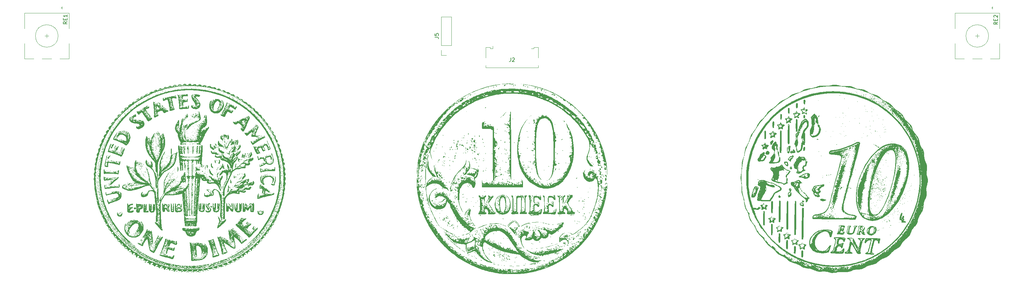
<source format=gbr>
%TF.GenerationSoftware,KiCad,Pcbnew,7.0.1-0*%
%TF.CreationDate,2023-07-02T14:27:38+03:00*%
%TF.ProjectId,30cent,33306365-6e74-42e6-9b69-6361645f7063,rev?*%
%TF.SameCoordinates,Original*%
%TF.FileFunction,Legend,Top*%
%TF.FilePolarity,Positive*%
%FSLAX46Y46*%
G04 Gerber Fmt 4.6, Leading zero omitted, Abs format (unit mm)*
G04 Created by KiCad (PCBNEW 7.0.1-0) date 2023-07-02 14:27:38*
%MOMM*%
%LPD*%
G01*
G04 APERTURE LIST*
%ADD10C,0.150000*%
%ADD11C,0.300000*%
%ADD12C,0.120000*%
G04 APERTURE END LIST*
D10*
%TO.C,*%
%TO.C,J5*%
X128647619Y-31765833D02*
X129361904Y-31765833D01*
X129361904Y-31765833D02*
X129504761Y-31813452D01*
X129504761Y-31813452D02*
X129600000Y-31908690D01*
X129600000Y-31908690D02*
X129647619Y-32051547D01*
X129647619Y-32051547D02*
X129647619Y-32146785D01*
X128647619Y-30813452D02*
X128647619Y-31289642D01*
X128647619Y-31289642D02*
X129123809Y-31337261D01*
X129123809Y-31337261D02*
X129076190Y-31289642D01*
X129076190Y-31289642D02*
X129028571Y-31194404D01*
X129028571Y-31194404D02*
X129028571Y-30956309D01*
X129028571Y-30956309D02*
X129076190Y-30861071D01*
X129076190Y-30861071D02*
X129123809Y-30813452D01*
X129123809Y-30813452D02*
X129219047Y-30765833D01*
X129219047Y-30765833D02*
X129457142Y-30765833D01*
X129457142Y-30765833D02*
X129552380Y-30813452D01*
X129552380Y-30813452D02*
X129600000Y-30861071D01*
X129600000Y-30861071D02*
X129647619Y-30956309D01*
X129647619Y-30956309D02*
X129647619Y-31194404D01*
X129647619Y-31194404D02*
X129600000Y-31289642D01*
X129600000Y-31289642D02*
X129552380Y-31337261D01*
%TO.C,*%
%TO.C,RE2*%
X278465619Y-27733547D02*
X277989428Y-28066880D01*
X278465619Y-28304975D02*
X277465619Y-28304975D01*
X277465619Y-28304975D02*
X277465619Y-27924023D01*
X277465619Y-27924023D02*
X277513238Y-27828785D01*
X277513238Y-27828785D02*
X277560857Y-27781166D01*
X277560857Y-27781166D02*
X277656095Y-27733547D01*
X277656095Y-27733547D02*
X277798952Y-27733547D01*
X277798952Y-27733547D02*
X277894190Y-27781166D01*
X277894190Y-27781166D02*
X277941809Y-27828785D01*
X277941809Y-27828785D02*
X277989428Y-27924023D01*
X277989428Y-27924023D02*
X277989428Y-28304975D01*
X277941809Y-27304975D02*
X277941809Y-26971642D01*
X278465619Y-26828785D02*
X278465619Y-27304975D01*
X278465619Y-27304975D02*
X277465619Y-27304975D01*
X277465619Y-27304975D02*
X277465619Y-26828785D01*
X277560857Y-26447832D02*
X277513238Y-26400213D01*
X277513238Y-26400213D02*
X277465619Y-26304975D01*
X277465619Y-26304975D02*
X277465619Y-26066880D01*
X277465619Y-26066880D02*
X277513238Y-25971642D01*
X277513238Y-25971642D02*
X277560857Y-25924023D01*
X277560857Y-25924023D02*
X277656095Y-25876404D01*
X277656095Y-25876404D02*
X277751333Y-25876404D01*
X277751333Y-25876404D02*
X277894190Y-25924023D01*
X277894190Y-25924023D02*
X278465619Y-26495451D01*
X278465619Y-26495451D02*
X278465619Y-25876404D01*
%TO.C,*%
%TO.C,J2*%
X148891666Y-37245119D02*
X148891666Y-37959404D01*
X148891666Y-37959404D02*
X148844047Y-38102261D01*
X148844047Y-38102261D02*
X148748809Y-38197500D01*
X148748809Y-38197500D02*
X148605952Y-38245119D01*
X148605952Y-38245119D02*
X148510714Y-38245119D01*
X149320238Y-37340357D02*
X149367857Y-37292738D01*
X149367857Y-37292738D02*
X149463095Y-37245119D01*
X149463095Y-37245119D02*
X149701190Y-37245119D01*
X149701190Y-37245119D02*
X149796428Y-37292738D01*
X149796428Y-37292738D02*
X149844047Y-37340357D01*
X149844047Y-37340357D02*
X149891666Y-37435595D01*
X149891666Y-37435595D02*
X149891666Y-37530833D01*
X149891666Y-37530833D02*
X149844047Y-37673690D01*
X149844047Y-37673690D02*
X149272619Y-38245119D01*
X149272619Y-38245119D02*
X149891666Y-38245119D01*
%TO.C,*%
D11*
%TO.C,G\u002A\u002A\u002A*%
X62178572Y-68797857D02*
X62035715Y-68726428D01*
X62035715Y-68726428D02*
X61821429Y-68726428D01*
X61821429Y-68726428D02*
X61607143Y-68797857D01*
X61607143Y-68797857D02*
X61464286Y-68940714D01*
X61464286Y-68940714D02*
X61392857Y-69083571D01*
X61392857Y-69083571D02*
X61321429Y-69369285D01*
X61321429Y-69369285D02*
X61321429Y-69583571D01*
X61321429Y-69583571D02*
X61392857Y-69869285D01*
X61392857Y-69869285D02*
X61464286Y-70012142D01*
X61464286Y-70012142D02*
X61607143Y-70155000D01*
X61607143Y-70155000D02*
X61821429Y-70226428D01*
X61821429Y-70226428D02*
X61964286Y-70226428D01*
X61964286Y-70226428D02*
X62178572Y-70155000D01*
X62178572Y-70155000D02*
X62250000Y-70083571D01*
X62250000Y-70083571D02*
X62250000Y-69583571D01*
X62250000Y-69583571D02*
X61964286Y-69583571D01*
X63107143Y-68726428D02*
X63107143Y-69083571D01*
X62750000Y-68940714D02*
X63107143Y-69083571D01*
X63107143Y-69083571D02*
X63464286Y-68940714D01*
X62892857Y-69369285D02*
X63107143Y-69083571D01*
X63107143Y-69083571D02*
X63321429Y-69369285D01*
X64250000Y-68726428D02*
X64250000Y-69083571D01*
X63892857Y-68940714D02*
X64250000Y-69083571D01*
X64250000Y-69083571D02*
X64607143Y-68940714D01*
X64035714Y-69369285D02*
X64250000Y-69083571D01*
X64250000Y-69083571D02*
X64464286Y-69369285D01*
X65392857Y-68726428D02*
X65392857Y-69083571D01*
X65035714Y-68940714D02*
X65392857Y-69083571D01*
X65392857Y-69083571D02*
X65750000Y-68940714D01*
X65178571Y-69369285D02*
X65392857Y-69083571D01*
X65392857Y-69083571D02*
X65607143Y-69369285D01*
D10*
%TO.C,*%
%TO.C,RE1*%
X30815619Y-27606547D02*
X30339428Y-27939880D01*
X30815619Y-28177975D02*
X29815619Y-28177975D01*
X29815619Y-28177975D02*
X29815619Y-27797023D01*
X29815619Y-27797023D02*
X29863238Y-27701785D01*
X29863238Y-27701785D02*
X29910857Y-27654166D01*
X29910857Y-27654166D02*
X30006095Y-27606547D01*
X30006095Y-27606547D02*
X30148952Y-27606547D01*
X30148952Y-27606547D02*
X30244190Y-27654166D01*
X30244190Y-27654166D02*
X30291809Y-27701785D01*
X30291809Y-27701785D02*
X30339428Y-27797023D01*
X30339428Y-27797023D02*
X30339428Y-28177975D01*
X30291809Y-27177975D02*
X30291809Y-26844642D01*
X30815619Y-26701785D02*
X30815619Y-27177975D01*
X30815619Y-27177975D02*
X29815619Y-27177975D01*
X29815619Y-27177975D02*
X29815619Y-26701785D01*
X30815619Y-25749404D02*
X30815619Y-26320832D01*
X30815619Y-26035118D02*
X29815619Y-26035118D01*
X29815619Y-26035118D02*
X29958476Y-26130356D01*
X29958476Y-26130356D02*
X30053714Y-26225594D01*
X30053714Y-26225594D02*
X30101333Y-26320832D01*
%TO.C,*%
D12*
%TO.C,J5*%
X130395000Y-33972500D02*
X130395000Y-26292500D01*
X130395000Y-36572500D02*
X130395000Y-35242500D01*
X131725000Y-36572500D02*
X130395000Y-36572500D01*
X133055000Y-26292500D02*
X130395000Y-26292500D01*
X133055000Y-33972500D02*
X130395000Y-33972500D01*
X133055000Y-33972500D02*
X133055000Y-26292500D01*
%TO.C,RE2*%
X277150000Y-23632500D02*
X277150000Y-24232500D01*
X276850000Y-23932500D02*
X277150000Y-23632500D01*
X277150000Y-24232500D02*
X276850000Y-23932500D01*
X278950000Y-25332500D02*
X267150000Y-25332500D01*
X278950000Y-29432500D02*
X278950000Y-25332500D01*
X267150000Y-29432500D02*
X267150000Y-25332500D01*
X273050000Y-30932500D02*
X273050000Y-31932500D01*
X273550000Y-31432500D02*
X272550000Y-31432500D01*
X278950000Y-33432500D02*
X278950000Y-37532500D01*
X278950000Y-37532500D02*
X276550000Y-37532500D01*
X274350000Y-37532500D02*
X271750000Y-37532500D01*
X269550000Y-37532500D02*
X267150000Y-37532500D01*
X267150000Y-37532500D02*
X267150000Y-33432500D01*
X276050000Y-31432500D02*
G75*
G03*
X276050000Y-31432500I-3000000J0D01*
G01*
%TO.C,J2*%
X142245000Y-34492500D02*
X142245000Y-37237500D01*
X142245000Y-39257500D02*
X142245000Y-39852500D01*
X142245000Y-39852500D02*
X156205000Y-39852500D01*
X143405000Y-34492500D02*
X142245000Y-34492500D01*
X143405000Y-34752500D02*
X143405000Y-34492500D01*
X144090000Y-34752500D02*
X143405000Y-34752500D01*
X144090000Y-34752500D02*
X144090000Y-34147500D01*
X155045000Y-34492500D02*
X155045000Y-34752500D01*
X155045000Y-34752500D02*
X154360000Y-34752500D01*
X156205000Y-34492500D02*
X155045000Y-34492500D01*
X156205000Y-37237500D02*
X156205000Y-34492500D01*
X156205000Y-39852500D02*
X156205000Y-39257500D01*
%TO.C,G\u002A\u002A\u002A*%
G36*
X83039836Y-83986635D02*
G01*
X83038780Y-83984202D01*
X83045390Y-83980129D01*
X83039836Y-83986635D01*
G37*
G36*
X83886052Y-82450193D02*
G01*
X83880226Y-82448761D01*
X83880884Y-82445975D01*
X83886052Y-82450193D01*
G37*
G36*
X38520331Y-69142193D02*
G01*
X38490307Y-69172216D01*
X38460284Y-69142193D01*
X38490307Y-69112169D01*
X38520331Y-69142193D01*
G37*
G36*
X38580378Y-69382382D02*
G01*
X38550355Y-69412405D01*
X38520331Y-69382382D01*
X38550355Y-69352358D01*
X38580378Y-69382382D01*
G37*
G36*
X38580378Y-70463233D02*
G01*
X38550355Y-70493256D01*
X38520331Y-70463233D01*
X38550355Y-70433209D01*
X38580378Y-70463233D01*
G37*
G36*
X38580378Y-71003658D02*
G01*
X38550355Y-71033682D01*
X38520331Y-71003658D01*
X38550355Y-70973635D01*
X38580378Y-71003658D01*
G37*
G36*
X38640426Y-67160632D02*
G01*
X38610402Y-67190656D01*
X38580378Y-67160632D01*
X38610402Y-67130609D01*
X38640426Y-67160632D01*
G37*
G36*
X38640426Y-67340774D02*
G01*
X38610402Y-67370798D01*
X38580378Y-67340774D01*
X38610402Y-67310750D01*
X38640426Y-67340774D01*
G37*
G36*
X38640426Y-67701058D02*
G01*
X38610402Y-67731081D01*
X38580378Y-67701058D01*
X38610402Y-67671034D01*
X38640426Y-67701058D01*
G37*
G36*
X38640426Y-68541720D02*
G01*
X38610402Y-68571743D01*
X38580378Y-68541720D01*
X38610402Y-68511696D01*
X38640426Y-68541720D01*
G37*
G36*
X38700473Y-68841956D02*
G01*
X38670449Y-68871980D01*
X38640426Y-68841956D01*
X38670449Y-68811932D01*
X38700473Y-68841956D01*
G37*
G36*
X38700473Y-69682618D02*
G01*
X38670449Y-69712642D01*
X38640426Y-69682618D01*
X38670449Y-69652594D01*
X38700473Y-69682618D01*
G37*
G36*
X38700473Y-71664178D02*
G01*
X38670449Y-71694202D01*
X38640426Y-71664178D01*
X38670449Y-71634155D01*
X38700473Y-71664178D01*
G37*
G36*
X38760520Y-68061341D02*
G01*
X38730497Y-68091365D01*
X38700473Y-68061341D01*
X38730497Y-68031318D01*
X38760520Y-68061341D01*
G37*
G36*
X38760520Y-69802713D02*
G01*
X38730497Y-69832736D01*
X38700473Y-69802713D01*
X38730497Y-69772689D01*
X38760520Y-69802713D01*
G37*
G36*
X38760520Y-70042902D02*
G01*
X38730497Y-70072925D01*
X38700473Y-70042902D01*
X38730497Y-70012878D01*
X38760520Y-70042902D01*
G37*
G36*
X38820567Y-66319970D02*
G01*
X38790544Y-66349994D01*
X38760520Y-66319970D01*
X38790544Y-66289947D01*
X38820567Y-66319970D01*
G37*
G36*
X38820567Y-67400821D02*
G01*
X38790544Y-67430845D01*
X38760520Y-67400821D01*
X38790544Y-67370798D01*
X38820567Y-67400821D01*
G37*
G36*
X38820567Y-67580963D02*
G01*
X38790544Y-67610987D01*
X38760520Y-67580963D01*
X38790544Y-67550940D01*
X38820567Y-67580963D01*
G37*
G36*
X38880615Y-65779545D02*
G01*
X38850591Y-65809568D01*
X38820567Y-65779545D01*
X38850591Y-65749521D01*
X38880615Y-65779545D01*
G37*
G36*
X38880615Y-65959687D02*
G01*
X38850591Y-65989710D01*
X38820567Y-65959687D01*
X38850591Y-65929663D01*
X38880615Y-65959687D01*
G37*
G36*
X38880615Y-66139828D02*
G01*
X38850591Y-66169852D01*
X38820567Y-66139828D01*
X38850591Y-66109805D01*
X38880615Y-66139828D01*
G37*
G36*
X38880615Y-69742665D02*
G01*
X38850591Y-69772689D01*
X38820567Y-69742665D01*
X38850591Y-69712642D01*
X38880615Y-69742665D01*
G37*
G36*
X38880615Y-72324698D02*
G01*
X38850591Y-72354722D01*
X38820567Y-72324698D01*
X38850591Y-72294675D01*
X38880615Y-72324698D01*
G37*
G36*
X38880615Y-73105313D02*
G01*
X38850591Y-73135337D01*
X38820567Y-73105313D01*
X38850591Y-73075289D01*
X38880615Y-73105313D01*
G37*
G36*
X38940662Y-67881200D02*
G01*
X38910638Y-67911223D01*
X38880615Y-67881200D01*
X38910638Y-67851176D01*
X38940662Y-67881200D01*
G37*
G36*
X38940662Y-69922807D02*
G01*
X38910638Y-69952831D01*
X38880615Y-69922807D01*
X38910638Y-69892784D01*
X38940662Y-69922807D01*
G37*
G36*
X38940662Y-72684982D02*
G01*
X38910638Y-72715006D01*
X38880615Y-72684982D01*
X38910638Y-72654958D01*
X38940662Y-72684982D01*
G37*
G36*
X39000709Y-65479308D02*
G01*
X38970686Y-65509332D01*
X38940662Y-65479308D01*
X38970686Y-65449285D01*
X39000709Y-65479308D01*
G37*
G36*
X39000709Y-66620207D02*
G01*
X38970686Y-66650230D01*
X38940662Y-66620207D01*
X38970686Y-66590183D01*
X39000709Y-66620207D01*
G37*
G36*
X39000709Y-67701058D02*
G01*
X38970686Y-67731081D01*
X38940662Y-67701058D01*
X38970686Y-67671034D01*
X39000709Y-67701058D01*
G37*
G36*
X39000709Y-68001294D02*
G01*
X38970686Y-68031318D01*
X38940662Y-68001294D01*
X38970686Y-67971271D01*
X39000709Y-68001294D01*
G37*
G36*
X39000709Y-68721862D02*
G01*
X38970686Y-68751885D01*
X38940662Y-68721862D01*
X38970686Y-68691838D01*
X39000709Y-68721862D01*
G37*
G36*
X39000709Y-71303895D02*
G01*
X38970686Y-71333918D01*
X38940662Y-71303895D01*
X38970686Y-71273871D01*
X39000709Y-71303895D01*
G37*
G36*
X39000709Y-75447157D02*
G01*
X38970686Y-75477181D01*
X38940662Y-75447157D01*
X38970686Y-75417133D01*
X39000709Y-75447157D01*
G37*
G36*
X39060757Y-64398457D02*
G01*
X39030733Y-64428481D01*
X39000709Y-64398457D01*
X39030733Y-64368434D01*
X39060757Y-64398457D01*
G37*
G36*
X39060757Y-67340774D02*
G01*
X39030733Y-67370798D01*
X39000709Y-67340774D01*
X39030733Y-67310750D01*
X39060757Y-67340774D01*
G37*
G36*
X39120804Y-64518552D02*
G01*
X39090780Y-64548575D01*
X39060757Y-64518552D01*
X39090780Y-64488528D01*
X39120804Y-64518552D01*
G37*
G36*
X39120804Y-70102949D02*
G01*
X39090780Y-70132973D01*
X39060757Y-70102949D01*
X39090780Y-70072925D01*
X39120804Y-70102949D01*
G37*
G36*
X39120804Y-70703422D02*
G01*
X39090780Y-70733445D01*
X39060757Y-70703422D01*
X39090780Y-70673398D01*
X39120804Y-70703422D01*
G37*
G36*
X39120804Y-72444793D02*
G01*
X39090780Y-72474817D01*
X39060757Y-72444793D01*
X39090780Y-72414769D01*
X39120804Y-72444793D01*
G37*
G36*
X39180851Y-65479308D02*
G01*
X39150828Y-65509332D01*
X39120804Y-65479308D01*
X39150828Y-65449285D01*
X39180851Y-65479308D01*
G37*
G36*
X39240898Y-63557795D02*
G01*
X39210875Y-63587819D01*
X39180851Y-63557795D01*
X39210875Y-63527772D01*
X39240898Y-63557795D01*
G37*
G36*
X39240898Y-70823516D02*
G01*
X39210875Y-70853540D01*
X39180851Y-70823516D01*
X39210875Y-70793493D01*
X39240898Y-70823516D01*
G37*
G36*
X39300946Y-63918079D02*
G01*
X39270922Y-63948103D01*
X39240898Y-63918079D01*
X39270922Y-63888055D01*
X39300946Y-63918079D01*
G37*
G36*
X39300946Y-65479308D02*
G01*
X39270922Y-65509332D01*
X39240898Y-65479308D01*
X39270922Y-65449285D01*
X39300946Y-65479308D01*
G37*
G36*
X39300946Y-71063706D02*
G01*
X39270922Y-71093729D01*
X39240898Y-71063706D01*
X39270922Y-71033682D01*
X39300946Y-71063706D01*
G37*
G36*
X39300946Y-75206968D02*
G01*
X39270922Y-75236992D01*
X39240898Y-75206968D01*
X39270922Y-75176944D01*
X39300946Y-75206968D01*
G37*
G36*
X39360993Y-64518552D02*
G01*
X39330969Y-64548575D01*
X39300946Y-64518552D01*
X39330969Y-64488528D01*
X39360993Y-64518552D01*
G37*
G36*
X39360993Y-69682618D02*
G01*
X39330969Y-69712642D01*
X39300946Y-69682618D01*
X39330969Y-69652594D01*
X39360993Y-69682618D01*
G37*
G36*
X39360993Y-71183800D02*
G01*
X39330969Y-71213824D01*
X39300946Y-71183800D01*
X39330969Y-71153776D01*
X39360993Y-71183800D01*
G37*
G36*
X39421040Y-63017370D02*
G01*
X39391017Y-63047393D01*
X39360993Y-63017370D01*
X39391017Y-62987346D01*
X39421040Y-63017370D01*
G37*
G36*
X39421040Y-63978126D02*
G01*
X39391017Y-64008150D01*
X39360993Y-63978126D01*
X39391017Y-63948103D01*
X39421040Y-63978126D01*
G37*
G36*
X39421040Y-64158268D02*
G01*
X39391017Y-64188292D01*
X39360993Y-64158268D01*
X39391017Y-64128245D01*
X39421040Y-64158268D01*
G37*
G36*
X39421040Y-64998930D02*
G01*
X39391017Y-65028954D01*
X39360993Y-64998930D01*
X39391017Y-64968906D01*
X39421040Y-64998930D01*
G37*
G36*
X39421040Y-65239119D02*
G01*
X39391017Y-65269143D01*
X39360993Y-65239119D01*
X39391017Y-65209096D01*
X39421040Y-65239119D01*
G37*
G36*
X39421040Y-75267015D02*
G01*
X39391017Y-75297039D01*
X39360993Y-75267015D01*
X39391017Y-75236992D01*
X39421040Y-75267015D01*
G37*
G36*
X39541135Y-64098221D02*
G01*
X39511111Y-64128245D01*
X39481088Y-64098221D01*
X39511111Y-64068197D01*
X39541135Y-64098221D01*
G37*
G36*
X39601182Y-63918079D02*
G01*
X39571158Y-63948103D01*
X39541135Y-63918079D01*
X39571158Y-63888055D01*
X39601182Y-63918079D01*
G37*
G36*
X39661229Y-62957323D02*
G01*
X39631206Y-62987346D01*
X39601182Y-62957323D01*
X39631206Y-62927299D01*
X39661229Y-62957323D01*
G37*
G36*
X39661229Y-73105313D02*
G01*
X39631206Y-73135337D01*
X39601182Y-73105313D01*
X39631206Y-73075289D01*
X39661229Y-73105313D01*
G37*
G36*
X39721277Y-75387110D02*
G01*
X39691253Y-75417133D01*
X39661229Y-75387110D01*
X39691253Y-75357086D01*
X39721277Y-75387110D01*
G37*
G36*
X39781324Y-64518552D02*
G01*
X39751300Y-64548575D01*
X39721277Y-64518552D01*
X39751300Y-64488528D01*
X39781324Y-64518552D01*
G37*
G36*
X39781324Y-73465597D02*
G01*
X39751300Y-73495620D01*
X39721277Y-73465597D01*
X39751300Y-73435573D01*
X39781324Y-73465597D01*
G37*
G36*
X39841371Y-62657086D02*
G01*
X39811348Y-62687110D01*
X39781324Y-62657086D01*
X39811348Y-62627062D01*
X39841371Y-62657086D01*
G37*
G36*
X39841371Y-62957323D02*
G01*
X39811348Y-62987346D01*
X39781324Y-62957323D01*
X39811348Y-62927299D01*
X39841371Y-62957323D01*
G37*
G36*
X39901419Y-77008386D02*
G01*
X39871395Y-77038410D01*
X39841371Y-77008386D01*
X39871395Y-76978363D01*
X39901419Y-77008386D01*
G37*
G36*
X39961466Y-74366306D02*
G01*
X39931442Y-74396330D01*
X39901419Y-74366306D01*
X39931442Y-74336282D01*
X39961466Y-74366306D01*
G37*
G36*
X39961466Y-77308623D02*
G01*
X39931442Y-77338646D01*
X39901419Y-77308623D01*
X39931442Y-77278599D01*
X39961466Y-77308623D01*
G37*
G36*
X40021513Y-61696330D02*
G01*
X39991489Y-61726353D01*
X39961466Y-61696330D01*
X39991489Y-61666306D01*
X40021513Y-61696330D01*
G37*
G36*
X40021513Y-62476944D02*
G01*
X39991489Y-62506968D01*
X39961466Y-62476944D01*
X39991489Y-62446921D01*
X40021513Y-62476944D01*
G37*
G36*
X40021513Y-62657086D02*
G01*
X39991489Y-62687110D01*
X39961466Y-62657086D01*
X39991489Y-62627062D01*
X40021513Y-62657086D01*
G37*
G36*
X40081560Y-61336046D02*
G01*
X40051537Y-61366070D01*
X40021513Y-61336046D01*
X40051537Y-61306022D01*
X40081560Y-61336046D01*
G37*
G36*
X40081560Y-75206968D02*
G01*
X40051537Y-75236992D01*
X40021513Y-75206968D01*
X40051537Y-75176944D01*
X40081560Y-75206968D01*
G37*
G36*
X40081560Y-77548812D02*
G01*
X40051537Y-77578836D01*
X40021513Y-77548812D01*
X40051537Y-77518788D01*
X40081560Y-77548812D01*
G37*
G36*
X40141608Y-62957323D02*
G01*
X40111584Y-62987346D01*
X40081560Y-62957323D01*
X40111584Y-62927299D01*
X40141608Y-62957323D01*
G37*
G36*
X40141608Y-76648103D02*
G01*
X40111584Y-76678126D01*
X40081560Y-76648103D01*
X40111584Y-76618079D01*
X40141608Y-76648103D01*
G37*
G36*
X40141608Y-77368670D02*
G01*
X40111584Y-77398694D01*
X40081560Y-77368670D01*
X40111584Y-77338646D01*
X40141608Y-77368670D01*
G37*
G36*
X40201655Y-61035810D02*
G01*
X40171631Y-61065833D01*
X40141608Y-61035810D01*
X40171631Y-61005786D01*
X40201655Y-61035810D01*
G37*
G36*
X40261702Y-75927535D02*
G01*
X40231679Y-75957559D01*
X40201655Y-75927535D01*
X40231679Y-75897512D01*
X40261702Y-75927535D01*
G37*
G36*
X40321750Y-60675526D02*
G01*
X40291726Y-60705549D01*
X40261702Y-60675526D01*
X40291726Y-60645502D01*
X40321750Y-60675526D01*
G37*
G36*
X40381797Y-62056613D02*
G01*
X40351773Y-62086637D01*
X40321750Y-62056613D01*
X40351773Y-62026590D01*
X40381797Y-62056613D01*
G37*
G36*
X40441844Y-60555431D02*
G01*
X40411820Y-60585455D01*
X40381797Y-60555431D01*
X40411820Y-60525408D01*
X40441844Y-60555431D01*
G37*
G36*
X40501891Y-60135100D02*
G01*
X40471868Y-60165124D01*
X40441844Y-60135100D01*
X40471868Y-60105077D01*
X40501891Y-60135100D01*
G37*
G36*
X40501891Y-60735573D02*
G01*
X40471868Y-60765597D01*
X40441844Y-60735573D01*
X40471868Y-60705549D01*
X40501891Y-60735573D01*
G37*
G36*
X40501891Y-78449521D02*
G01*
X40471868Y-78479545D01*
X40441844Y-78449521D01*
X40471868Y-78419497D01*
X40501891Y-78449521D01*
G37*
G36*
X40561939Y-59954958D02*
G01*
X40531915Y-59984982D01*
X40501891Y-59954958D01*
X40531915Y-59924935D01*
X40561939Y-59954958D01*
G37*
G36*
X40561939Y-60915715D02*
G01*
X40531915Y-60945739D01*
X40501891Y-60915715D01*
X40531915Y-60885691D01*
X40561939Y-60915715D01*
G37*
G36*
X40621986Y-59534628D02*
G01*
X40591962Y-59564651D01*
X40561939Y-59534628D01*
X40591962Y-59504604D01*
X40621986Y-59534628D01*
G37*
G36*
X40682033Y-60135100D02*
G01*
X40652010Y-60165124D01*
X40621986Y-60135100D01*
X40652010Y-60105077D01*
X40682033Y-60135100D01*
G37*
G36*
X40682033Y-77068434D02*
G01*
X40652010Y-77098457D01*
X40621986Y-77068434D01*
X40652010Y-77038410D01*
X40682033Y-77068434D01*
G37*
G36*
X40862175Y-78389474D02*
G01*
X40832151Y-78419497D01*
X40802128Y-78389474D01*
X40832151Y-78359450D01*
X40862175Y-78389474D01*
G37*
G36*
X40922222Y-60615479D02*
G01*
X40892199Y-60645502D01*
X40862175Y-60615479D01*
X40892199Y-60585455D01*
X40922222Y-60615479D01*
G37*
G36*
X40982270Y-59954958D02*
G01*
X40952246Y-59984982D01*
X40922222Y-59954958D01*
X40952246Y-59924935D01*
X40982270Y-59954958D01*
G37*
G36*
X40982270Y-78689710D02*
G01*
X40952246Y-78719734D01*
X40922222Y-78689710D01*
X40952246Y-78659687D01*
X40982270Y-78689710D01*
G37*
G36*
X41042317Y-71123753D02*
G01*
X41012293Y-71153776D01*
X40982270Y-71123753D01*
X41012293Y-71093729D01*
X41042317Y-71123753D01*
G37*
G36*
X41042317Y-79710514D02*
G01*
X41012293Y-79740538D01*
X40982270Y-79710514D01*
X41012293Y-79680490D01*
X41042317Y-79710514D01*
G37*
G36*
X41102364Y-58754013D02*
G01*
X41072341Y-58784036D01*
X41042317Y-58754013D01*
X41072341Y-58723989D01*
X41102364Y-58754013D01*
G37*
G36*
X41222459Y-57432973D02*
G01*
X41192435Y-57462996D01*
X41162411Y-57432973D01*
X41192435Y-57402949D01*
X41222459Y-57432973D01*
G37*
G36*
X41222459Y-59114297D02*
G01*
X41192435Y-59144320D01*
X41162411Y-59114297D01*
X41192435Y-59084273D01*
X41222459Y-59114297D01*
G37*
G36*
X41222459Y-65539356D02*
G01*
X41192435Y-65569379D01*
X41162411Y-65539356D01*
X41192435Y-65509332D01*
X41222459Y-65539356D01*
G37*
G36*
X41282506Y-58213587D02*
G01*
X41252482Y-58243611D01*
X41222459Y-58213587D01*
X41252482Y-58183564D01*
X41282506Y-58213587D01*
G37*
G36*
X41282506Y-58814060D02*
G01*
X41252482Y-58844084D01*
X41222459Y-58814060D01*
X41252482Y-58784036D01*
X41282506Y-58814060D01*
G37*
G36*
X41282506Y-58994202D02*
G01*
X41252482Y-59024226D01*
X41222459Y-58994202D01*
X41252482Y-58964178D01*
X41282506Y-58994202D01*
G37*
G36*
X41342553Y-58393729D02*
G01*
X41312530Y-58423753D01*
X41282506Y-58393729D01*
X41312530Y-58363706D01*
X41342553Y-58393729D01*
G37*
G36*
X41342553Y-80070798D02*
G01*
X41312530Y-80100821D01*
X41282506Y-80070798D01*
X41312530Y-80040774D01*
X41342553Y-80070798D01*
G37*
G36*
X41402601Y-57973398D02*
G01*
X41372577Y-58003422D01*
X41342553Y-57973398D01*
X41372577Y-57943375D01*
X41402601Y-57973398D01*
G37*
G36*
X41402601Y-64758741D02*
G01*
X41372577Y-64788765D01*
X41342553Y-64758741D01*
X41372577Y-64728717D01*
X41402601Y-64758741D01*
G37*
G36*
X41462648Y-58513824D02*
G01*
X41432624Y-58543847D01*
X41402601Y-58513824D01*
X41432624Y-58483800D01*
X41462648Y-58513824D01*
G37*
G36*
X41462648Y-64278363D02*
G01*
X41432624Y-64308386D01*
X41402601Y-64278363D01*
X41432624Y-64248339D01*
X41462648Y-64278363D01*
G37*
G36*
X41462648Y-67220680D02*
G01*
X41432624Y-67250703D01*
X41402601Y-67220680D01*
X41432624Y-67190656D01*
X41462648Y-67220680D01*
G37*
G36*
X41462648Y-80010750D02*
G01*
X41432624Y-80040774D01*
X41402601Y-80010750D01*
X41432624Y-79980727D01*
X41462648Y-80010750D01*
G37*
G36*
X41462648Y-80611223D02*
G01*
X41432624Y-80641247D01*
X41402601Y-80611223D01*
X41432624Y-80581200D01*
X41462648Y-80611223D01*
G37*
G36*
X41522695Y-79290183D02*
G01*
X41492671Y-79320207D01*
X41462648Y-79290183D01*
X41492671Y-79260159D01*
X41522695Y-79290183D01*
G37*
G36*
X41642790Y-67520916D02*
G01*
X41612766Y-67550940D01*
X41582742Y-67520916D01*
X41612766Y-67490892D01*
X41642790Y-67520916D01*
G37*
G36*
X41642790Y-73465597D02*
G01*
X41612766Y-73495620D01*
X41582742Y-73465597D01*
X41612766Y-73435573D01*
X41642790Y-73465597D01*
G37*
G36*
X41702837Y-70583327D02*
G01*
X41672813Y-70613351D01*
X41642790Y-70583327D01*
X41672813Y-70553304D01*
X41702837Y-70583327D01*
G37*
G36*
X41702837Y-71363942D02*
G01*
X41672813Y-71393966D01*
X41642790Y-71363942D01*
X41672813Y-71333918D01*
X41702837Y-71363942D01*
G37*
G36*
X41762884Y-58393729D02*
G01*
X41732861Y-58423753D01*
X41702837Y-58393729D01*
X41732861Y-58363706D01*
X41762884Y-58393729D01*
G37*
G36*
X41822932Y-57372925D02*
G01*
X41792908Y-57402949D01*
X41762884Y-57372925D01*
X41792908Y-57342902D01*
X41822932Y-57372925D01*
G37*
G36*
X41822932Y-67520916D02*
G01*
X41792908Y-67550940D01*
X41762884Y-67520916D01*
X41792908Y-67490892D01*
X41822932Y-67520916D01*
G37*
G36*
X41822932Y-70703422D02*
G01*
X41792908Y-70733445D01*
X41762884Y-70703422D01*
X41792908Y-70673398D01*
X41822932Y-70703422D01*
G37*
G36*
X41822932Y-71544084D02*
G01*
X41792908Y-71574107D01*
X41762884Y-71544084D01*
X41792908Y-71514060D01*
X41822932Y-71544084D01*
G37*
G36*
X41882979Y-56292074D02*
G01*
X41852955Y-56322098D01*
X41822932Y-56292074D01*
X41852955Y-56262051D01*
X41882979Y-56292074D01*
G37*
G36*
X41882979Y-81391838D02*
G01*
X41852955Y-81421862D01*
X41822932Y-81391838D01*
X41852955Y-81361814D01*
X41882979Y-81391838D01*
G37*
G36*
X41943026Y-57853304D02*
G01*
X41913002Y-57883327D01*
X41882979Y-57853304D01*
X41913002Y-57823280D01*
X41943026Y-57853304D01*
G37*
G36*
X41943026Y-64578599D02*
G01*
X41913002Y-64608623D01*
X41882979Y-64578599D01*
X41913002Y-64548575D01*
X41943026Y-64578599D01*
G37*
G36*
X41943026Y-67400821D02*
G01*
X41913002Y-67430845D01*
X41882979Y-67400821D01*
X41913002Y-67370798D01*
X41943026Y-67400821D01*
G37*
G36*
X41943026Y-70583327D02*
G01*
X41913002Y-70613351D01*
X41882979Y-70583327D01*
X41913002Y-70553304D01*
X41943026Y-70583327D01*
G37*
G36*
X41943026Y-73105313D02*
G01*
X41913002Y-73135337D01*
X41882979Y-73105313D01*
X41913002Y-73075289D01*
X41943026Y-73105313D01*
G37*
G36*
X41943026Y-73285455D02*
G01*
X41913002Y-73315479D01*
X41882979Y-73285455D01*
X41913002Y-73255431D01*
X41943026Y-73285455D01*
G37*
G36*
X41943026Y-81692074D02*
G01*
X41913002Y-81722098D01*
X41882979Y-81692074D01*
X41913002Y-81662051D01*
X41943026Y-81692074D01*
G37*
G36*
X42003073Y-56952594D02*
G01*
X41973050Y-56982618D01*
X41943026Y-56952594D01*
X41973050Y-56922571D01*
X42003073Y-56952594D01*
G37*
G36*
X42003073Y-57372925D02*
G01*
X41973050Y-57402949D01*
X41943026Y-57372925D01*
X41973050Y-57342902D01*
X42003073Y-57372925D01*
G37*
G36*
X42003073Y-67280727D02*
G01*
X41973050Y-67310750D01*
X41943026Y-67280727D01*
X41973050Y-67250703D01*
X42003073Y-67280727D01*
G37*
G36*
X42003073Y-67520916D02*
G01*
X41973050Y-67550940D01*
X41943026Y-67520916D01*
X41973050Y-67490892D01*
X42003073Y-67520916D01*
G37*
G36*
X42003073Y-69202240D02*
G01*
X41973050Y-69232263D01*
X41943026Y-69202240D01*
X41973050Y-69172216D01*
X42003073Y-69202240D01*
G37*
G36*
X42003073Y-71063706D02*
G01*
X41973050Y-71093729D01*
X41943026Y-71063706D01*
X41973050Y-71033682D01*
X42003073Y-71063706D01*
G37*
G36*
X42003073Y-73465597D02*
G01*
X41973050Y-73495620D01*
X41943026Y-73465597D01*
X41973050Y-73435573D01*
X42003073Y-73465597D01*
G37*
G36*
X42003073Y-81271743D02*
G01*
X41973050Y-81301767D01*
X41943026Y-81271743D01*
X41973050Y-81241720D01*
X42003073Y-81271743D01*
G37*
G36*
X42003073Y-81511932D02*
G01*
X41973050Y-81541956D01*
X41943026Y-81511932D01*
X41973050Y-81481909D01*
X42003073Y-81511932D01*
G37*
G36*
X42063121Y-57733209D02*
G01*
X42033097Y-57763233D01*
X42003073Y-57733209D01*
X42033097Y-57703185D01*
X42063121Y-57733209D01*
G37*
G36*
X42063121Y-64818788D02*
G01*
X42033097Y-64848812D01*
X42003073Y-64818788D01*
X42033097Y-64788765D01*
X42063121Y-64818788D01*
G37*
G36*
X42063121Y-75327062D02*
G01*
X42033097Y-75357086D01*
X42003073Y-75327062D01*
X42033097Y-75297039D01*
X42063121Y-75327062D01*
G37*
G36*
X42123168Y-70343138D02*
G01*
X42093144Y-70373162D01*
X42063121Y-70343138D01*
X42093144Y-70313115D01*
X42123168Y-70343138D01*
G37*
G36*
X42123168Y-73345502D02*
G01*
X42093144Y-73375526D01*
X42063121Y-73345502D01*
X42093144Y-73315479D01*
X42123168Y-73345502D01*
G37*
G36*
X42123168Y-81391838D02*
G01*
X42093144Y-81421862D01*
X42063121Y-81391838D01*
X42093144Y-81361814D01*
X42123168Y-81391838D01*
G37*
G36*
X42183215Y-67460869D02*
G01*
X42153192Y-67490892D01*
X42123168Y-67460869D01*
X42153192Y-67430845D01*
X42183215Y-67460869D01*
G37*
G36*
X42243263Y-56472216D02*
G01*
X42213239Y-56502240D01*
X42183215Y-56472216D01*
X42213239Y-56442193D01*
X42243263Y-56472216D01*
G37*
G36*
X42243263Y-64698694D02*
G01*
X42213239Y-64728717D01*
X42183215Y-64698694D01*
X42213239Y-64668670D01*
X42243263Y-64698694D01*
G37*
G36*
X42243263Y-81331791D02*
G01*
X42213239Y-81361814D01*
X42183215Y-81331791D01*
X42213239Y-81301767D01*
X42243263Y-81331791D01*
G37*
G36*
X42303310Y-61456141D02*
G01*
X42273286Y-61486164D01*
X42243263Y-61456141D01*
X42273286Y-61426117D01*
X42303310Y-61456141D01*
G37*
G36*
X42303310Y-61636282D02*
G01*
X42273286Y-61666306D01*
X42243263Y-61636282D01*
X42273286Y-61606259D01*
X42303310Y-61636282D01*
G37*
G36*
X42363357Y-69982854D02*
G01*
X42333333Y-70012878D01*
X42303310Y-69982854D01*
X42333333Y-69952831D01*
X42363357Y-69982854D01*
G37*
G36*
X42363357Y-81211696D02*
G01*
X42333333Y-81241720D01*
X42303310Y-81211696D01*
X42333333Y-81181672D01*
X42363357Y-81211696D01*
G37*
G36*
X42423404Y-56652358D02*
G01*
X42393381Y-56682382D01*
X42363357Y-56652358D01*
X42393381Y-56622334D01*
X42423404Y-56652358D01*
G37*
G36*
X42423404Y-57493020D02*
G01*
X42393381Y-57523044D01*
X42363357Y-57493020D01*
X42393381Y-57462996D01*
X42423404Y-57493020D01*
G37*
G36*
X42423404Y-71363942D02*
G01*
X42393381Y-71393966D01*
X42363357Y-71363942D01*
X42393381Y-71333918D01*
X42423404Y-71363942D01*
G37*
G36*
X42603546Y-56532263D02*
G01*
X42573523Y-56562287D01*
X42543499Y-56532263D01*
X42573523Y-56502240D01*
X42603546Y-56532263D01*
G37*
G36*
X42663593Y-61696330D02*
G01*
X42633570Y-61726353D01*
X42603546Y-61696330D01*
X42633570Y-61666306D01*
X42663593Y-61696330D01*
G37*
G36*
X42663593Y-64578599D02*
G01*
X42633570Y-64608623D01*
X42603546Y-64578599D01*
X42633570Y-64548575D01*
X42663593Y-64578599D01*
G37*
G36*
X42663593Y-67400821D02*
G01*
X42633570Y-67430845D01*
X42603546Y-67400821D01*
X42633570Y-67370798D01*
X42663593Y-67400821D01*
G37*
G36*
X42663593Y-69082145D02*
G01*
X42633570Y-69112169D01*
X42603546Y-69082145D01*
X42633570Y-69052122D01*
X42663593Y-69082145D01*
G37*
G36*
X42663593Y-82532736D02*
G01*
X42633570Y-82562760D01*
X42603546Y-82532736D01*
X42633570Y-82502713D01*
X42663593Y-82532736D01*
G37*
G36*
X42723641Y-55691602D02*
G01*
X42693617Y-55721625D01*
X42663593Y-55691602D01*
X42693617Y-55661578D01*
X42723641Y-55691602D01*
G37*
G36*
X42723641Y-72925171D02*
G01*
X42693617Y-72955195D01*
X42663593Y-72925171D01*
X42693617Y-72895148D01*
X42723641Y-72925171D01*
G37*
G36*
X42783688Y-83793729D02*
G01*
X42753664Y-83823753D01*
X42723641Y-83793729D01*
X42753664Y-83763706D01*
X42783688Y-83793729D01*
G37*
G36*
X42843735Y-60255195D02*
G01*
X42813712Y-60285219D01*
X42783688Y-60255195D01*
X42813712Y-60225171D01*
X42843735Y-60255195D01*
G37*
G36*
X42843735Y-82352594D02*
G01*
X42813712Y-82382618D01*
X42783688Y-82352594D01*
X42813712Y-82322571D01*
X42843735Y-82352594D01*
G37*
G36*
X42843735Y-83973871D02*
G01*
X42813712Y-84003895D01*
X42783688Y-83973871D01*
X42813712Y-83943847D01*
X42843735Y-83973871D01*
G37*
G36*
X42963830Y-55931791D02*
G01*
X42933806Y-55961814D01*
X42903783Y-55931791D01*
X42933806Y-55901767D01*
X42963830Y-55931791D01*
G37*
G36*
X42963830Y-82893020D02*
G01*
X42933806Y-82923044D01*
X42903783Y-82893020D01*
X42933806Y-82862996D01*
X42963830Y-82893020D01*
G37*
G36*
X43023877Y-55571507D02*
G01*
X42993854Y-55601531D01*
X42963830Y-55571507D01*
X42993854Y-55541483D01*
X43023877Y-55571507D01*
G37*
G36*
X43143972Y-55691602D02*
G01*
X43113948Y-55721625D01*
X43083924Y-55691602D01*
X43113948Y-55661578D01*
X43143972Y-55691602D01*
G37*
G36*
X43143972Y-56111932D02*
G01*
X43113948Y-56141956D01*
X43083924Y-56111932D01*
X43113948Y-56081909D01*
X43143972Y-56111932D01*
G37*
G36*
X43143972Y-71423989D02*
G01*
X43113948Y-71454013D01*
X43083924Y-71423989D01*
X43113948Y-71393966D01*
X43143972Y-71423989D01*
G37*
G36*
X43143972Y-75206968D02*
G01*
X43113948Y-75236992D01*
X43083924Y-75206968D01*
X43113948Y-75176944D01*
X43143972Y-75206968D01*
G37*
G36*
X43204019Y-55451412D02*
G01*
X43173995Y-55481436D01*
X43143972Y-55451412D01*
X43173995Y-55421389D01*
X43204019Y-55451412D01*
G37*
G36*
X43204019Y-72805077D02*
G01*
X43173995Y-72835100D01*
X43143972Y-72805077D01*
X43173995Y-72775053D01*
X43204019Y-72805077D01*
G37*
G36*
X43324114Y-55331318D02*
G01*
X43294090Y-55361341D01*
X43264066Y-55331318D01*
X43294090Y-55301294D01*
X43324114Y-55331318D01*
G37*
G36*
X43384161Y-55211223D02*
G01*
X43354137Y-55241247D01*
X43324114Y-55211223D01*
X43354137Y-55181200D01*
X43384161Y-55211223D01*
G37*
G36*
X43384161Y-69682618D02*
G01*
X43354137Y-69712642D01*
X43324114Y-69682618D01*
X43354137Y-69652594D01*
X43384161Y-69682618D01*
G37*
G36*
X43384161Y-83313351D02*
G01*
X43354137Y-83343375D01*
X43324114Y-83313351D01*
X43354137Y-83283327D01*
X43384161Y-83313351D01*
G37*
G36*
X43444208Y-54971034D02*
G01*
X43414184Y-55001058D01*
X43384161Y-54971034D01*
X43414184Y-54941010D01*
X43444208Y-54971034D01*
G37*
G36*
X43444208Y-71303895D02*
G01*
X43414184Y-71333918D01*
X43384161Y-71303895D01*
X43414184Y-71273871D01*
X43444208Y-71303895D01*
G37*
G36*
X43444208Y-82232500D02*
G01*
X43414184Y-82262523D01*
X43384161Y-82232500D01*
X43414184Y-82202476D01*
X43444208Y-82232500D01*
G37*
G36*
X43504255Y-83493493D02*
G01*
X43474232Y-83523516D01*
X43444208Y-83493493D01*
X43474232Y-83463469D01*
X43504255Y-83493493D01*
G37*
G36*
X43564303Y-55751649D02*
G01*
X43534279Y-55781672D01*
X43504255Y-55751649D01*
X43534279Y-55721625D01*
X43564303Y-55751649D01*
G37*
G36*
X43624350Y-67400821D02*
G01*
X43594326Y-67430845D01*
X43564303Y-67400821D01*
X43594326Y-67370798D01*
X43624350Y-67400821D01*
G37*
G36*
X43684397Y-71363942D02*
G01*
X43654374Y-71393966D01*
X43624350Y-71363942D01*
X43654374Y-71333918D01*
X43684397Y-71363942D01*
G37*
G36*
X43744445Y-54430609D02*
G01*
X43714421Y-54460632D01*
X43684397Y-54430609D01*
X43714421Y-54400585D01*
X43744445Y-54430609D01*
G37*
G36*
X43804492Y-55151176D02*
G01*
X43774468Y-55181200D01*
X43744445Y-55151176D01*
X43774468Y-55121152D01*
X43804492Y-55151176D01*
G37*
G36*
X43864539Y-58453776D02*
G01*
X43834515Y-58483800D01*
X43804492Y-58453776D01*
X43834515Y-58423753D01*
X43864539Y-58453776D01*
G37*
G36*
X43864539Y-64818788D02*
G01*
X43834515Y-64848812D01*
X43804492Y-64818788D01*
X43834515Y-64788765D01*
X43864539Y-64818788D01*
G37*
G36*
X43924586Y-54250467D02*
G01*
X43894563Y-54280490D01*
X43864539Y-54250467D01*
X43894563Y-54220443D01*
X43924586Y-54250467D01*
G37*
G36*
X43924586Y-71363942D02*
G01*
X43894563Y-71393966D01*
X43864539Y-71363942D01*
X43894563Y-71333918D01*
X43924586Y-71363942D01*
G37*
G36*
X43984634Y-71183800D02*
G01*
X43954610Y-71213824D01*
X43924586Y-71183800D01*
X43954610Y-71153776D01*
X43984634Y-71183800D01*
G37*
G36*
X44044681Y-83313351D02*
G01*
X44014657Y-83343375D01*
X43984634Y-83313351D01*
X44014657Y-83283327D01*
X44044681Y-83313351D01*
G37*
G36*
X44104728Y-54130372D02*
G01*
X44074705Y-54160396D01*
X44044681Y-54130372D01*
X44074705Y-54100349D01*
X44104728Y-54130372D01*
G37*
G36*
X44104728Y-67821152D02*
G01*
X44074705Y-67851176D01*
X44044681Y-67821152D01*
X44074705Y-67791129D01*
X44104728Y-67821152D01*
G37*
G36*
X44104728Y-71303895D02*
G01*
X44074705Y-71333918D01*
X44044681Y-71303895D01*
X44074705Y-71273871D01*
X44104728Y-71303895D01*
G37*
G36*
X44164776Y-58393729D02*
G01*
X44134752Y-58423753D01*
X44104728Y-58393729D01*
X44134752Y-58363706D01*
X44164776Y-58393729D01*
G37*
G36*
X44164776Y-67340774D02*
G01*
X44134752Y-67370798D01*
X44104728Y-67340774D01*
X44134752Y-67310750D01*
X44164776Y-67340774D01*
G37*
G36*
X44224823Y-53830136D02*
G01*
X44194799Y-53860159D01*
X44164776Y-53830136D01*
X44194799Y-53800112D01*
X44224823Y-53830136D01*
G37*
G36*
X44224823Y-54010278D02*
G01*
X44194799Y-54040301D01*
X44164776Y-54010278D01*
X44194799Y-53980254D01*
X44224823Y-54010278D01*
G37*
G36*
X44224823Y-54250467D02*
G01*
X44194799Y-54280490D01*
X44164776Y-54250467D01*
X44194799Y-54220443D01*
X44224823Y-54250467D01*
G37*
G36*
X44224823Y-57493020D02*
G01*
X44194799Y-57523044D01*
X44164776Y-57493020D01*
X44194799Y-57462996D01*
X44224823Y-57493020D01*
G37*
G36*
X44224823Y-57673162D02*
G01*
X44194799Y-57703185D01*
X44164776Y-57673162D01*
X44194799Y-57643138D01*
X44224823Y-57673162D01*
G37*
G36*
X44284870Y-60795620D02*
G01*
X44254846Y-60825644D01*
X44224823Y-60795620D01*
X44254846Y-60765597D01*
X44284870Y-60795620D01*
G37*
G36*
X44344917Y-57192784D02*
G01*
X44314894Y-57222807D01*
X44284870Y-57192784D01*
X44314894Y-57162760D01*
X44344917Y-57192784D01*
G37*
G36*
X44404965Y-54130372D02*
G01*
X44374941Y-54160396D01*
X44344917Y-54130372D01*
X44374941Y-54100349D01*
X44404965Y-54130372D01*
G37*
G36*
X44404965Y-58513824D02*
G01*
X44374941Y-58543847D01*
X44344917Y-58513824D01*
X44374941Y-58483800D01*
X44404965Y-58513824D01*
G37*
G36*
X44465012Y-58633918D02*
G01*
X44434988Y-58663942D01*
X44404965Y-58633918D01*
X44434988Y-58603895D01*
X44465012Y-58633918D01*
G37*
G36*
X44585106Y-54190419D02*
G01*
X44555083Y-54220443D01*
X44525059Y-54190419D01*
X44555083Y-54160396D01*
X44585106Y-54190419D01*
G37*
G36*
X44585106Y-84934628D02*
G01*
X44555083Y-84964651D01*
X44525059Y-84934628D01*
X44555083Y-84904604D01*
X44585106Y-84934628D01*
G37*
G36*
X44705201Y-58814060D02*
G01*
X44675177Y-58844084D01*
X44645154Y-58814060D01*
X44675177Y-58784036D01*
X44705201Y-58814060D01*
G37*
G36*
X44765248Y-53229663D02*
G01*
X44735225Y-53259687D01*
X44705201Y-53229663D01*
X44735225Y-53199639D01*
X44765248Y-53229663D01*
G37*
G36*
X44765248Y-53469852D02*
G01*
X44735225Y-53499876D01*
X44705201Y-53469852D01*
X44735225Y-53439828D01*
X44765248Y-53469852D01*
G37*
G36*
X44825296Y-84514297D02*
G01*
X44795272Y-84544320D01*
X44765248Y-84514297D01*
X44795272Y-84484273D01*
X44825296Y-84514297D01*
G37*
G36*
X44885343Y-85174817D02*
G01*
X44855319Y-85204840D01*
X44825296Y-85174817D01*
X44855319Y-85144793D01*
X44885343Y-85174817D01*
G37*
G36*
X44945390Y-53229663D02*
G01*
X44915367Y-53259687D01*
X44885343Y-53229663D01*
X44915367Y-53199639D01*
X44945390Y-53229663D01*
G37*
G36*
X44945390Y-53409805D02*
G01*
X44915367Y-53439828D01*
X44885343Y-53409805D01*
X44915367Y-53379781D01*
X44945390Y-53409805D01*
G37*
G36*
X45005437Y-53710041D02*
G01*
X44975414Y-53740065D01*
X44945390Y-53710041D01*
X44975414Y-53680018D01*
X45005437Y-53710041D01*
G37*
G36*
X45125532Y-52929427D02*
G01*
X45095508Y-52959450D01*
X45065485Y-52929427D01*
X45095508Y-52899403D01*
X45125532Y-52929427D01*
G37*
G36*
X45125532Y-53109568D02*
G01*
X45095508Y-53139592D01*
X45065485Y-53109568D01*
X45095508Y-53079545D01*
X45125532Y-53109568D01*
G37*
G36*
X45185579Y-52749285D02*
G01*
X45155556Y-52779308D01*
X45125532Y-52749285D01*
X45155556Y-52719261D01*
X45185579Y-52749285D01*
G37*
G36*
X45305674Y-78629663D02*
G01*
X45275650Y-78659687D01*
X45245627Y-78629663D01*
X45275650Y-78599639D01*
X45305674Y-78629663D01*
G37*
G36*
X45305674Y-84934628D02*
G01*
X45275650Y-84964651D01*
X45245627Y-84934628D01*
X45275650Y-84904604D01*
X45305674Y-84934628D01*
G37*
G36*
X45365721Y-53169616D02*
G01*
X45335697Y-53199639D01*
X45305674Y-53169616D01*
X45335697Y-53139592D01*
X45365721Y-53169616D01*
G37*
G36*
X45365721Y-56832500D02*
G01*
X45335697Y-56862523D01*
X45305674Y-56832500D01*
X45335697Y-56802476D01*
X45365721Y-56832500D01*
G37*
G36*
X45365721Y-78329427D02*
G01*
X45335697Y-78359450D01*
X45305674Y-78329427D01*
X45335697Y-78299403D01*
X45365721Y-78329427D01*
G37*
G36*
X45605910Y-59114297D02*
G01*
X45575887Y-59144320D01*
X45545863Y-59114297D01*
X45575887Y-59084273D01*
X45605910Y-59114297D01*
G37*
G36*
X45605910Y-61396093D02*
G01*
X45575887Y-61426117D01*
X45545863Y-61396093D01*
X45575887Y-61366070D01*
X45605910Y-61396093D01*
G37*
G36*
X45786052Y-52749285D02*
G01*
X45756028Y-52779308D01*
X45726005Y-52749285D01*
X45756028Y-52719261D01*
X45786052Y-52749285D01*
G37*
G36*
X45906147Y-52509096D02*
G01*
X45876123Y-52539119D01*
X45846099Y-52509096D01*
X45876123Y-52479072D01*
X45906147Y-52509096D01*
G37*
G36*
X46026241Y-51848575D02*
G01*
X45996218Y-51878599D01*
X45966194Y-51848575D01*
X45996218Y-51818552D01*
X46026241Y-51848575D01*
G37*
G36*
X46026241Y-52088765D02*
G01*
X45996218Y-52118788D01*
X45966194Y-52088765D01*
X45996218Y-52058741D01*
X46026241Y-52088765D01*
G37*
G36*
X46026241Y-71664178D02*
G01*
X45996218Y-71694202D01*
X45966194Y-71664178D01*
X45996218Y-71634155D01*
X46026241Y-71664178D01*
G37*
G36*
X46146336Y-70943611D02*
G01*
X46116312Y-70973635D01*
X46086289Y-70943611D01*
X46116312Y-70913587D01*
X46146336Y-70943611D01*
G37*
G36*
X46266430Y-51788528D02*
G01*
X46236407Y-51818552D01*
X46206383Y-51788528D01*
X46236407Y-51758505D01*
X46266430Y-51788528D01*
G37*
G36*
X46386525Y-85775289D02*
G01*
X46356501Y-85805313D01*
X46326478Y-85775289D01*
X46356501Y-85745266D01*
X46386525Y-85775289D01*
G37*
G36*
X46446572Y-51728481D02*
G01*
X46416549Y-51758505D01*
X46386525Y-51728481D01*
X46416549Y-51698457D01*
X46446572Y-51728481D01*
G37*
G36*
X46446572Y-83073162D02*
G01*
X46416549Y-83103185D01*
X46386525Y-83073162D01*
X46416549Y-83043138D01*
X46446572Y-83073162D01*
G37*
G36*
X46566667Y-81271743D02*
G01*
X46536643Y-81301767D01*
X46506619Y-81271743D01*
X46536643Y-81241720D01*
X46566667Y-81271743D01*
G37*
G36*
X46626714Y-51968670D02*
G01*
X46596690Y-51998694D01*
X46566667Y-51968670D01*
X46596690Y-51938646D01*
X46626714Y-51968670D01*
G37*
G36*
X46626714Y-57853304D02*
G01*
X46596690Y-57883327D01*
X46566667Y-57853304D01*
X46596690Y-57823280D01*
X46626714Y-57853304D01*
G37*
G36*
X46626714Y-70943611D02*
G01*
X46596690Y-70973635D01*
X46566667Y-70943611D01*
X46596690Y-70913587D01*
X46626714Y-70943611D01*
G37*
G36*
X46626714Y-83253304D02*
G01*
X46596690Y-83283327D01*
X46566667Y-83253304D01*
X46596690Y-83223280D01*
X46626714Y-83253304D01*
G37*
G36*
X46686761Y-51308150D02*
G01*
X46656738Y-51338174D01*
X46626714Y-51308150D01*
X46656738Y-51278126D01*
X46686761Y-51308150D01*
G37*
G36*
X46686761Y-57733209D02*
G01*
X46656738Y-57763233D01*
X46626714Y-57733209D01*
X46656738Y-57703185D01*
X46686761Y-57733209D01*
G37*
G36*
X46806856Y-51788528D02*
G01*
X46776832Y-51818552D01*
X46746809Y-51788528D01*
X46776832Y-51758505D01*
X46806856Y-51788528D01*
G37*
G36*
X46866903Y-59594675D02*
G01*
X46836880Y-59624698D01*
X46806856Y-59594675D01*
X46836880Y-59564651D01*
X46866903Y-59594675D01*
G37*
G36*
X46866903Y-86976235D02*
G01*
X46836880Y-87006259D01*
X46806856Y-86976235D01*
X46836880Y-86946211D01*
X46866903Y-86976235D01*
G37*
G36*
X47047045Y-66079781D02*
G01*
X47017021Y-66109805D01*
X46986998Y-66079781D01*
X47017021Y-66049758D01*
X47047045Y-66079781D01*
G37*
G36*
X47107092Y-57853304D02*
G01*
X47077069Y-57883327D01*
X47047045Y-57853304D01*
X47077069Y-57823280D01*
X47107092Y-57853304D01*
G37*
G36*
X47167140Y-51188055D02*
G01*
X47137116Y-51218079D01*
X47107092Y-51188055D01*
X47137116Y-51158032D01*
X47167140Y-51188055D01*
G37*
G36*
X47287234Y-83853776D02*
G01*
X47257210Y-83883800D01*
X47227187Y-83853776D01*
X47257210Y-83823753D01*
X47287234Y-83853776D01*
G37*
G36*
X47287234Y-87636755D02*
G01*
X47257210Y-87666779D01*
X47227187Y-87636755D01*
X47257210Y-87606732D01*
X47287234Y-87636755D01*
G37*
G36*
X47407329Y-50647630D02*
G01*
X47377305Y-50677654D01*
X47347281Y-50647630D01*
X47377305Y-50617606D01*
X47407329Y-50647630D01*
G37*
G36*
X47527423Y-70463233D02*
G01*
X47497400Y-70493256D01*
X47467376Y-70463233D01*
X47497400Y-70433209D01*
X47527423Y-70463233D01*
G37*
G36*
X47527423Y-71664178D02*
G01*
X47497400Y-71694202D01*
X47467376Y-71664178D01*
X47497400Y-71634155D01*
X47527423Y-71664178D01*
G37*
G36*
X47587471Y-50707677D02*
G01*
X47557447Y-50737701D01*
X47527423Y-50707677D01*
X47557447Y-50677654D01*
X47587471Y-50707677D01*
G37*
G36*
X47587471Y-51248103D02*
G01*
X47557447Y-51278126D01*
X47527423Y-51248103D01*
X47557447Y-51218079D01*
X47587471Y-51248103D01*
G37*
G36*
X47647518Y-58033445D02*
G01*
X47617494Y-58063469D01*
X47587471Y-58033445D01*
X47617494Y-58003422D01*
X47647518Y-58033445D01*
G37*
G36*
X47707565Y-50587583D02*
G01*
X47677541Y-50617606D01*
X47647518Y-50587583D01*
X47677541Y-50557559D01*
X47707565Y-50587583D01*
G37*
G36*
X47707565Y-71784273D02*
G01*
X47677541Y-71814297D01*
X47647518Y-71784273D01*
X47677541Y-71754249D01*
X47707565Y-71784273D01*
G37*
G36*
X47767612Y-66319970D02*
G01*
X47737589Y-66349994D01*
X47707565Y-66319970D01*
X47737589Y-66289947D01*
X47767612Y-66319970D01*
G37*
G36*
X47767612Y-70283091D02*
G01*
X47737589Y-70313115D01*
X47707565Y-70283091D01*
X47737589Y-70253067D01*
X47767612Y-70283091D01*
G37*
G36*
X47827660Y-50827772D02*
G01*
X47797636Y-50857795D01*
X47767612Y-50827772D01*
X47797636Y-50797748D01*
X47827660Y-50827772D01*
G37*
G36*
X47827660Y-66199876D02*
G01*
X47797636Y-66229899D01*
X47767612Y-66199876D01*
X47797636Y-66169852D01*
X47827660Y-66199876D01*
G37*
G36*
X47827660Y-67040538D02*
G01*
X47797636Y-67070561D01*
X47767612Y-67040538D01*
X47797636Y-67010514D01*
X47827660Y-67040538D01*
G37*
G36*
X47887707Y-84334155D02*
G01*
X47857683Y-84364178D01*
X47827660Y-84334155D01*
X47857683Y-84304131D01*
X47887707Y-84334155D01*
G37*
G36*
X47947754Y-50287346D02*
G01*
X47917731Y-50317370D01*
X47887707Y-50287346D01*
X47917731Y-50257323D01*
X47947754Y-50287346D01*
G37*
G36*
X47947754Y-50827772D02*
G01*
X47917731Y-50857795D01*
X47887707Y-50827772D01*
X47917731Y-50797748D01*
X47947754Y-50827772D01*
G37*
G36*
X48067849Y-53289710D02*
G01*
X48037825Y-53319734D01*
X48007802Y-53289710D01*
X48037825Y-53259687D01*
X48067849Y-53289710D01*
G37*
G36*
X48127896Y-50047157D02*
G01*
X48097872Y-50077181D01*
X48067849Y-50047157D01*
X48097872Y-50017133D01*
X48127896Y-50047157D01*
G37*
G36*
X48187943Y-52749285D02*
G01*
X48157920Y-52779308D01*
X48127896Y-52749285D01*
X48157920Y-52719261D01*
X48187943Y-52749285D01*
G37*
G36*
X48187943Y-70583327D02*
G01*
X48157920Y-70613351D01*
X48127896Y-70583327D01*
X48157920Y-70553304D01*
X48187943Y-70583327D01*
G37*
G36*
X48247991Y-67761105D02*
G01*
X48217967Y-67791129D01*
X48187943Y-67761105D01*
X48217967Y-67731081D01*
X48247991Y-67761105D01*
G37*
G36*
X48308038Y-70463233D02*
G01*
X48278014Y-70493256D01*
X48247991Y-70463233D01*
X48278014Y-70433209D01*
X48308038Y-70463233D01*
G37*
G36*
X48368085Y-67460869D02*
G01*
X48338062Y-67490892D01*
X48308038Y-67460869D01*
X48338062Y-67430845D01*
X48368085Y-67460869D01*
G37*
G36*
X48368085Y-68301531D02*
G01*
X48338062Y-68331554D01*
X48308038Y-68301531D01*
X48338062Y-68271507D01*
X48368085Y-68301531D01*
G37*
G36*
X48368085Y-71664178D02*
G01*
X48338062Y-71694202D01*
X48308038Y-71664178D01*
X48338062Y-71634155D01*
X48368085Y-71664178D01*
G37*
G36*
X48428132Y-50047157D02*
G01*
X48398109Y-50077181D01*
X48368085Y-50047157D01*
X48398109Y-50017133D01*
X48428132Y-50047157D01*
G37*
G36*
X48488180Y-71063706D02*
G01*
X48458156Y-71093729D01*
X48428132Y-71063706D01*
X48458156Y-71033682D01*
X48488180Y-71063706D01*
G37*
G36*
X48488180Y-71604131D02*
G01*
X48458156Y-71634155D01*
X48428132Y-71604131D01*
X48458156Y-71574107D01*
X48488180Y-71604131D01*
G37*
G36*
X48488180Y-88597512D02*
G01*
X48458156Y-88627535D01*
X48428132Y-88597512D01*
X48458156Y-88567488D01*
X48488180Y-88597512D01*
G37*
G36*
X48668322Y-49686873D02*
G01*
X48638298Y-49716897D01*
X48608274Y-49686873D01*
X48638298Y-49656850D01*
X48668322Y-49686873D01*
G37*
G36*
X48728369Y-67881200D02*
G01*
X48698345Y-67911223D01*
X48668322Y-67881200D01*
X48698345Y-67851176D01*
X48728369Y-67881200D01*
G37*
G36*
X48728369Y-71724226D02*
G01*
X48698345Y-71754249D01*
X48668322Y-71724226D01*
X48698345Y-71694202D01*
X48728369Y-71724226D01*
G37*
G36*
X48788416Y-49566779D02*
G01*
X48758393Y-49596802D01*
X48728369Y-49566779D01*
X48758393Y-49536755D01*
X48788416Y-49566779D01*
G37*
G36*
X48788416Y-49806968D02*
G01*
X48758393Y-49836992D01*
X48728369Y-49806968D01*
X48758393Y-49776944D01*
X48788416Y-49806968D01*
G37*
G36*
X48908511Y-50107204D02*
G01*
X48878487Y-50137228D01*
X48848463Y-50107204D01*
X48878487Y-50077181D01*
X48908511Y-50107204D01*
G37*
G36*
X48908511Y-80491129D02*
G01*
X48878487Y-80521152D01*
X48848463Y-80491129D01*
X48878487Y-80461105D01*
X48908511Y-80491129D01*
G37*
G36*
X49028605Y-49506732D02*
G01*
X48998582Y-49536755D01*
X48968558Y-49506732D01*
X48998582Y-49476708D01*
X49028605Y-49506732D01*
G37*
G36*
X49028605Y-49746921D02*
G01*
X48998582Y-49776944D01*
X48968558Y-49746921D01*
X48998582Y-49716897D01*
X49028605Y-49746921D01*
G37*
G36*
X49148700Y-69202240D02*
G01*
X49118676Y-69232263D01*
X49088653Y-69202240D01*
X49118676Y-69172216D01*
X49148700Y-69202240D01*
G37*
G36*
X49148700Y-71423989D02*
G01*
X49118676Y-71454013D01*
X49088653Y-71423989D01*
X49118676Y-71393966D01*
X49148700Y-71423989D01*
G37*
G36*
X49208747Y-66500112D02*
G01*
X49178724Y-66530136D01*
X49148700Y-66500112D01*
X49178724Y-66470088D01*
X49208747Y-66500112D01*
G37*
G36*
X49268794Y-71544084D02*
G01*
X49238771Y-71574107D01*
X49208747Y-71544084D01*
X49238771Y-71514060D01*
X49268794Y-71544084D01*
G37*
G36*
X49328842Y-49626826D02*
G01*
X49298818Y-49656850D01*
X49268794Y-49626826D01*
X49298818Y-49596802D01*
X49328842Y-49626826D01*
G37*
G36*
X49328842Y-71664178D02*
G01*
X49298818Y-71694202D01*
X49268794Y-71664178D01*
X49298818Y-71634155D01*
X49328842Y-71664178D01*
G37*
G36*
X49328842Y-84454249D02*
G01*
X49298818Y-84484273D01*
X49268794Y-84454249D01*
X49298818Y-84424226D01*
X49328842Y-84454249D01*
G37*
G36*
X49388889Y-66139828D02*
G01*
X49358865Y-66169852D01*
X49328842Y-66139828D01*
X49358865Y-66109805D01*
X49388889Y-66139828D01*
G37*
G36*
X49388889Y-71484036D02*
G01*
X49358865Y-71514060D01*
X49328842Y-71484036D01*
X49358865Y-71454013D01*
X49388889Y-71484036D01*
G37*
G36*
X49508984Y-55571507D02*
G01*
X49478960Y-55601531D01*
X49448936Y-55571507D01*
X49478960Y-55541483D01*
X49508984Y-55571507D01*
G37*
G36*
X49508984Y-66500112D02*
G01*
X49478960Y-66530136D01*
X49448936Y-66500112D01*
X49478960Y-66470088D01*
X49508984Y-66500112D01*
G37*
G36*
X49508984Y-84214060D02*
G01*
X49478960Y-84244084D01*
X49448936Y-84214060D01*
X49478960Y-84184036D01*
X49508984Y-84214060D01*
G37*
G36*
X49629078Y-49326590D02*
G01*
X49599054Y-49356613D01*
X49569031Y-49326590D01*
X49599054Y-49296566D01*
X49629078Y-49326590D01*
G37*
G36*
X49629078Y-65779545D02*
G01*
X49599054Y-65809568D01*
X49569031Y-65779545D01*
X49599054Y-65749521D01*
X49629078Y-65779545D01*
G37*
G36*
X49629078Y-66560159D02*
G01*
X49599054Y-66590183D01*
X49569031Y-66560159D01*
X49599054Y-66530136D01*
X49629078Y-66560159D01*
G37*
G36*
X49749173Y-48906259D02*
G01*
X49719149Y-48936282D01*
X49689125Y-48906259D01*
X49719149Y-48876235D01*
X49749173Y-48906259D01*
G37*
G36*
X49809220Y-65959687D02*
G01*
X49779196Y-65989710D01*
X49749173Y-65959687D01*
X49779196Y-65929663D01*
X49809220Y-65959687D01*
G37*
G36*
X49809220Y-66560159D02*
G01*
X49779196Y-66590183D01*
X49749173Y-66560159D01*
X49779196Y-66530136D01*
X49809220Y-66560159D01*
G37*
G36*
X49809220Y-67160632D02*
G01*
X49779196Y-67190656D01*
X49749173Y-67160632D01*
X49779196Y-67130609D01*
X49809220Y-67160632D01*
G37*
G36*
X49809220Y-67520916D02*
G01*
X49779196Y-67550940D01*
X49749173Y-67520916D01*
X49779196Y-67490892D01*
X49809220Y-67520916D01*
G37*
G36*
X49929315Y-71243847D02*
G01*
X49899291Y-71273871D01*
X49869267Y-71243847D01*
X49899291Y-71213824D01*
X49929315Y-71243847D01*
G37*
G36*
X49929315Y-71423989D02*
G01*
X49899291Y-71454013D01*
X49869267Y-71423989D01*
X49899291Y-71393966D01*
X49929315Y-71423989D01*
G37*
G36*
X50049409Y-49206495D02*
G01*
X50019385Y-49236519D01*
X49989362Y-49206495D01*
X50019385Y-49176471D01*
X50049409Y-49206495D01*
G37*
G36*
X50049409Y-69982854D02*
G01*
X50019385Y-70012878D01*
X49989362Y-69982854D01*
X50019385Y-69952831D01*
X50049409Y-69982854D01*
G37*
G36*
X50169504Y-49146448D02*
G01*
X50139480Y-49176471D01*
X50109456Y-49146448D01*
X50139480Y-49116424D01*
X50169504Y-49146448D01*
G37*
G36*
X50169504Y-82532736D02*
G01*
X50139480Y-82562760D01*
X50109456Y-82532736D01*
X50139480Y-82502713D01*
X50169504Y-82532736D01*
G37*
G36*
X50229551Y-49266542D02*
G01*
X50199527Y-49296566D01*
X50169504Y-49266542D01*
X50199527Y-49236519D01*
X50229551Y-49266542D01*
G37*
G36*
X50229551Y-71303895D02*
G01*
X50199527Y-71333918D01*
X50169504Y-71303895D01*
X50199527Y-71273871D01*
X50229551Y-71303895D01*
G37*
G36*
X50289598Y-48545975D02*
G01*
X50259575Y-48575999D01*
X50229551Y-48545975D01*
X50259575Y-48515951D01*
X50289598Y-48545975D01*
G37*
G36*
X50409693Y-70283091D02*
G01*
X50379669Y-70313115D01*
X50349645Y-70283091D01*
X50379669Y-70253067D01*
X50409693Y-70283091D01*
G37*
G36*
X50469740Y-69922807D02*
G01*
X50439716Y-69952831D01*
X50409693Y-69922807D01*
X50439716Y-69892784D01*
X50469740Y-69922807D01*
G37*
G36*
X50469740Y-85775289D02*
G01*
X50439716Y-85805313D01*
X50409693Y-85775289D01*
X50439716Y-85745266D01*
X50469740Y-85775289D01*
G37*
G36*
X50469740Y-86435810D02*
G01*
X50439716Y-86465833D01*
X50409693Y-86435810D01*
X50439716Y-86405786D01*
X50469740Y-86435810D01*
G37*
G36*
X50529787Y-65779545D02*
G01*
X50499764Y-65809568D01*
X50469740Y-65779545D01*
X50499764Y-65749521D01*
X50529787Y-65779545D01*
G37*
G36*
X50529787Y-68181436D02*
G01*
X50499764Y-68211460D01*
X50469740Y-68181436D01*
X50499764Y-68151412D01*
X50529787Y-68181436D01*
G37*
G36*
X50529787Y-70162996D02*
G01*
X50499764Y-70193020D01*
X50469740Y-70162996D01*
X50499764Y-70132973D01*
X50529787Y-70162996D01*
G37*
G36*
X50529787Y-85595148D02*
G01*
X50499764Y-85625171D01*
X50469740Y-85595148D01*
X50499764Y-85565124D01*
X50529787Y-85595148D01*
G37*
G36*
X50589835Y-49026353D02*
G01*
X50559811Y-49056377D01*
X50529787Y-49026353D01*
X50559811Y-48996330D01*
X50589835Y-49026353D01*
G37*
G36*
X50589835Y-67941247D02*
G01*
X50559811Y-67971271D01*
X50529787Y-67941247D01*
X50559811Y-67911223D01*
X50589835Y-67941247D01*
G37*
G36*
X50649882Y-68902003D02*
G01*
X50619858Y-68932027D01*
X50589835Y-68902003D01*
X50619858Y-68871980D01*
X50649882Y-68902003D01*
G37*
G36*
X50709929Y-48966306D02*
G01*
X50679906Y-48996330D01*
X50649882Y-48966306D01*
X50679906Y-48936282D01*
X50709929Y-48966306D01*
G37*
G36*
X50709929Y-65659450D02*
G01*
X50679906Y-65689474D01*
X50649882Y-65659450D01*
X50679906Y-65629427D01*
X50709929Y-65659450D01*
G37*
G36*
X50709929Y-66440065D02*
G01*
X50679906Y-66470088D01*
X50649882Y-66440065D01*
X50679906Y-66410041D01*
X50709929Y-66440065D01*
G37*
G36*
X50769976Y-51007914D02*
G01*
X50739953Y-51037937D01*
X50709929Y-51007914D01*
X50739953Y-50977890D01*
X50769976Y-51007914D01*
G37*
G36*
X50769976Y-66019734D02*
G01*
X50739953Y-66049758D01*
X50709929Y-66019734D01*
X50739953Y-65989710D01*
X50769976Y-66019734D01*
G37*
G36*
X50769976Y-69922807D02*
G01*
X50739953Y-69952831D01*
X50709929Y-69922807D01*
X50739953Y-69892784D01*
X50769976Y-69922807D01*
G37*
G36*
X50830024Y-66620207D02*
G01*
X50800000Y-66650230D01*
X50769976Y-66620207D01*
X50800000Y-66590183D01*
X50830024Y-66620207D01*
G37*
G36*
X50830024Y-67701058D02*
G01*
X50800000Y-67731081D01*
X50769976Y-67701058D01*
X50800000Y-67671034D01*
X50830024Y-67701058D01*
G37*
G36*
X50890071Y-86255668D02*
G01*
X50860047Y-86285691D01*
X50830024Y-86255668D01*
X50860047Y-86225644D01*
X50890071Y-86255668D01*
G37*
G36*
X50950118Y-69202240D02*
G01*
X50920095Y-69232263D01*
X50890071Y-69202240D01*
X50920095Y-69172216D01*
X50950118Y-69202240D01*
G37*
G36*
X50950118Y-85655195D02*
G01*
X50920095Y-85685219D01*
X50890071Y-85655195D01*
X50920095Y-85625171D01*
X50950118Y-85655195D01*
G37*
G36*
X50950118Y-85895384D02*
G01*
X50920095Y-85925408D01*
X50890071Y-85895384D01*
X50920095Y-85865360D01*
X50950118Y-85895384D01*
G37*
G36*
X51010166Y-65359214D02*
G01*
X50980142Y-65389237D01*
X50950118Y-65359214D01*
X50980142Y-65329190D01*
X51010166Y-65359214D01*
G37*
G36*
X51130260Y-48726117D02*
G01*
X51100237Y-48756141D01*
X51070213Y-48726117D01*
X51100237Y-48696093D01*
X51130260Y-48726117D01*
G37*
G36*
X51130260Y-66199876D02*
G01*
X51100237Y-66229899D01*
X51070213Y-66199876D01*
X51100237Y-66169852D01*
X51130260Y-66199876D01*
G37*
G36*
X51310402Y-67941247D02*
G01*
X51280378Y-67971271D01*
X51250355Y-67941247D01*
X51280378Y-67911223D01*
X51310402Y-67941247D01*
G37*
G36*
X51370449Y-51128008D02*
G01*
X51340426Y-51158032D01*
X51310402Y-51128008D01*
X51340426Y-51097984D01*
X51370449Y-51128008D01*
G37*
G36*
X51370449Y-66199876D02*
G01*
X51340426Y-66229899D01*
X51310402Y-66199876D01*
X51340426Y-66169852D01*
X51370449Y-66199876D01*
G37*
G36*
X51370449Y-67580963D02*
G01*
X51340426Y-67610987D01*
X51310402Y-67580963D01*
X51340426Y-67550940D01*
X51370449Y-67580963D01*
G37*
G36*
X51370449Y-67761105D02*
G01*
X51340426Y-67791129D01*
X51310402Y-67761105D01*
X51340426Y-67731081D01*
X51370449Y-67761105D01*
G37*
G36*
X51430497Y-48606022D02*
G01*
X51400473Y-48636046D01*
X51370449Y-48606022D01*
X51400473Y-48575999D01*
X51430497Y-48606022D01*
G37*
G36*
X51490544Y-66079781D02*
G01*
X51460520Y-66109805D01*
X51430497Y-66079781D01*
X51460520Y-66049758D01*
X51490544Y-66079781D01*
G37*
G36*
X51550591Y-68361578D02*
G01*
X51520567Y-68391602D01*
X51490544Y-68361578D01*
X51520567Y-68331554D01*
X51550591Y-68361578D01*
G37*
G36*
X51610638Y-67580963D02*
G01*
X51580615Y-67610987D01*
X51550591Y-67580963D01*
X51580615Y-67550940D01*
X51610638Y-67580963D01*
G37*
G36*
X51730733Y-66259923D02*
G01*
X51700709Y-66289947D01*
X51670686Y-66259923D01*
X51700709Y-66229899D01*
X51730733Y-66259923D01*
G37*
G36*
X51790780Y-47705313D02*
G01*
X51760757Y-47735337D01*
X51730733Y-47705313D01*
X51760757Y-47675289D01*
X51790780Y-47705313D01*
G37*
G36*
X51790780Y-67580963D02*
G01*
X51760757Y-67610987D01*
X51730733Y-67580963D01*
X51760757Y-67550940D01*
X51790780Y-67580963D01*
G37*
G36*
X51850828Y-47945502D02*
G01*
X51820804Y-47975526D01*
X51790780Y-47945502D01*
X51820804Y-47915479D01*
X51850828Y-47945502D01*
G37*
G36*
X51970922Y-52749285D02*
G01*
X51940898Y-52779308D01*
X51910875Y-52749285D01*
X51940898Y-52719261D01*
X51970922Y-52749285D01*
G37*
G36*
X51970922Y-67160632D02*
G01*
X51940898Y-67190656D01*
X51910875Y-67160632D01*
X51940898Y-67130609D01*
X51970922Y-67160632D01*
G37*
G36*
X52030969Y-73225408D02*
G01*
X52000946Y-73255431D01*
X51970922Y-73225408D01*
X52000946Y-73195384D01*
X52030969Y-73225408D01*
G37*
G36*
X52151064Y-48185691D02*
G01*
X52121040Y-48215715D01*
X52091017Y-48185691D01*
X52121040Y-48155668D01*
X52151064Y-48185691D01*
G37*
G36*
X52211111Y-69682618D02*
G01*
X52181088Y-69712642D01*
X52151064Y-69682618D01*
X52181088Y-69652594D01*
X52211111Y-69682618D01*
G37*
G36*
X52271158Y-47705313D02*
G01*
X52241135Y-47735337D01*
X52211111Y-47705313D01*
X52241135Y-47675289D01*
X52271158Y-47705313D01*
G37*
G36*
X52331206Y-69742665D02*
G01*
X52301182Y-69772689D01*
X52271158Y-69742665D01*
X52301182Y-69712642D01*
X52331206Y-69742665D01*
G37*
G36*
X52391253Y-47585219D02*
G01*
X52361229Y-47615242D01*
X52331206Y-47585219D01*
X52361229Y-47555195D01*
X52391253Y-47585219D01*
G37*
G36*
X52391253Y-47765360D02*
G01*
X52361229Y-47795384D01*
X52331206Y-47765360D01*
X52361229Y-47735337D01*
X52391253Y-47765360D01*
G37*
G36*
X52391253Y-69082145D02*
G01*
X52361229Y-69112169D01*
X52331206Y-69082145D01*
X52361229Y-69052122D01*
X52391253Y-69082145D01*
G37*
G36*
X52391253Y-69862760D02*
G01*
X52361229Y-69892784D01*
X52331206Y-69862760D01*
X52361229Y-69832736D01*
X52391253Y-69862760D01*
G37*
G36*
X52451300Y-64818788D02*
G01*
X52421277Y-64848812D01*
X52391253Y-64818788D01*
X52421277Y-64788765D01*
X52451300Y-64818788D01*
G37*
G36*
X52451300Y-69262287D02*
G01*
X52421277Y-69292311D01*
X52391253Y-69262287D01*
X52421277Y-69232263D01*
X52451300Y-69262287D01*
G37*
G36*
X52451300Y-83013115D02*
G01*
X52421277Y-83043138D01*
X52391253Y-83013115D01*
X52421277Y-82983091D01*
X52451300Y-83013115D01*
G37*
G36*
X52451300Y-83253304D02*
G01*
X52421277Y-83283327D01*
X52391253Y-83253304D01*
X52421277Y-83223280D01*
X52451300Y-83253304D01*
G37*
G36*
X52511348Y-47645266D02*
G01*
X52481324Y-47675289D01*
X52451300Y-47645266D01*
X52481324Y-47615242D01*
X52511348Y-47645266D01*
G37*
G36*
X52511348Y-61696330D02*
G01*
X52481324Y-61726353D01*
X52451300Y-61696330D01*
X52481324Y-61666306D01*
X52511348Y-61696330D01*
G37*
G36*
X52511348Y-70403185D02*
G01*
X52481324Y-70433209D01*
X52451300Y-70403185D01*
X52481324Y-70373162D01*
X52511348Y-70403185D01*
G37*
G36*
X52631442Y-47525171D02*
G01*
X52601419Y-47555195D01*
X52571395Y-47525171D01*
X52601419Y-47495148D01*
X52631442Y-47525171D01*
G37*
G36*
X52631442Y-52869379D02*
G01*
X52601419Y-52899403D01*
X52571395Y-52869379D01*
X52601419Y-52839356D01*
X52631442Y-52869379D01*
G37*
G36*
X52631442Y-61576235D02*
G01*
X52601419Y-61606259D01*
X52571395Y-61576235D01*
X52601419Y-61546211D01*
X52631442Y-61576235D01*
G37*
G36*
X52751537Y-61516188D02*
G01*
X52721513Y-61546211D01*
X52691489Y-61516188D01*
X52721513Y-61486164D01*
X52751537Y-61516188D01*
G37*
G36*
X52751537Y-65599403D02*
G01*
X52721513Y-65629427D01*
X52691489Y-65599403D01*
X52721513Y-65569379D01*
X52751537Y-65599403D01*
G37*
G36*
X52751537Y-91119497D02*
G01*
X52721513Y-91149521D01*
X52691489Y-91119497D01*
X52721513Y-91089474D01*
X52751537Y-91119497D01*
G37*
G36*
X52931679Y-61996566D02*
G01*
X52901655Y-62026590D01*
X52871631Y-61996566D01*
X52901655Y-61966542D01*
X52931679Y-61996566D01*
G37*
G36*
X52931679Y-83373398D02*
G01*
X52901655Y-83403422D01*
X52871631Y-83373398D01*
X52901655Y-83343375D01*
X52931679Y-83373398D01*
G37*
G36*
X52931679Y-86195620D02*
G01*
X52901655Y-86225644D01*
X52871631Y-86195620D01*
X52901655Y-86165597D01*
X52931679Y-86195620D01*
G37*
G36*
X52991726Y-59054249D02*
G01*
X52961702Y-59084273D01*
X52931679Y-59054249D01*
X52961702Y-59024226D01*
X52991726Y-59054249D01*
G37*
G36*
X52991726Y-64998930D02*
G01*
X52961702Y-65028954D01*
X52931679Y-64998930D01*
X52961702Y-64968906D01*
X52991726Y-64998930D01*
G37*
G36*
X53051773Y-71123753D02*
G01*
X53021750Y-71153776D01*
X52991726Y-71123753D01*
X53021750Y-71093729D01*
X53051773Y-71123753D01*
G37*
G36*
X53171868Y-88297275D02*
G01*
X53141844Y-88327299D01*
X53111820Y-88297275D01*
X53141844Y-88267252D01*
X53171868Y-88297275D01*
G37*
G36*
X53291962Y-47405077D02*
G01*
X53261939Y-47435100D01*
X53231915Y-47405077D01*
X53261939Y-47375053D01*
X53291962Y-47405077D01*
G37*
G36*
X53291962Y-87576708D02*
G01*
X53261939Y-87606732D01*
X53231915Y-87576708D01*
X53261939Y-87546684D01*
X53291962Y-87576708D01*
G37*
G36*
X53352010Y-46984746D02*
G01*
X53321986Y-47014769D01*
X53291962Y-46984746D01*
X53321986Y-46954722D01*
X53352010Y-46984746D01*
G37*
G36*
X53412057Y-63197512D02*
G01*
X53382033Y-63227535D01*
X53352010Y-63197512D01*
X53382033Y-63167488D01*
X53412057Y-63197512D01*
G37*
G36*
X53412057Y-88477417D02*
G01*
X53382033Y-88507441D01*
X53352010Y-88477417D01*
X53382033Y-88447393D01*
X53412057Y-88477417D01*
G37*
G36*
X53472104Y-46924698D02*
G01*
X53442080Y-46954722D01*
X53412057Y-46924698D01*
X53442080Y-46894675D01*
X53472104Y-46924698D01*
G37*
G36*
X53472104Y-60675526D02*
G01*
X53442080Y-60705549D01*
X53412057Y-60675526D01*
X53442080Y-60645502D01*
X53472104Y-60675526D01*
G37*
G36*
X53472104Y-66560159D02*
G01*
X53442080Y-66590183D01*
X53412057Y-66560159D01*
X53442080Y-66530136D01*
X53472104Y-66560159D01*
G37*
G36*
X53472104Y-87936992D02*
G01*
X53442080Y-87967015D01*
X53412057Y-87936992D01*
X53442080Y-87906968D01*
X53472104Y-87936992D01*
G37*
G36*
X53472104Y-88297275D02*
G01*
X53442080Y-88327299D01*
X53412057Y-88297275D01*
X53442080Y-88267252D01*
X53472104Y-88297275D01*
G37*
G36*
X53532151Y-60855668D02*
G01*
X53502128Y-60885691D01*
X53472104Y-60855668D01*
X53502128Y-60825644D01*
X53532151Y-60855668D01*
G37*
G36*
X53592199Y-87456613D02*
G01*
X53562175Y-87486637D01*
X53532151Y-87456613D01*
X53562175Y-87426590D01*
X53592199Y-87456613D01*
G37*
G36*
X53652246Y-66620207D02*
G01*
X53622222Y-66650230D01*
X53592199Y-66620207D01*
X53622222Y-66590183D01*
X53652246Y-66620207D01*
G37*
G36*
X53712293Y-46804604D02*
G01*
X53682270Y-46834628D01*
X53652246Y-46804604D01*
X53682270Y-46774580D01*
X53712293Y-46804604D01*
G37*
G36*
X53712293Y-47405077D02*
G01*
X53682270Y-47435100D01*
X53652246Y-47405077D01*
X53682270Y-47375053D01*
X53712293Y-47405077D01*
G37*
G36*
X53772341Y-60675526D02*
G01*
X53742317Y-60705549D01*
X53712293Y-60675526D01*
X53742317Y-60645502D01*
X53772341Y-60675526D01*
G37*
G36*
X53832388Y-87216424D02*
G01*
X53802364Y-87246448D01*
X53772341Y-87216424D01*
X53802364Y-87186401D01*
X53832388Y-87216424D01*
G37*
G36*
X53892435Y-58513824D02*
G01*
X53862411Y-58543847D01*
X53832388Y-58513824D01*
X53862411Y-58483800D01*
X53892435Y-58513824D01*
G37*
G36*
X53952482Y-61275999D02*
G01*
X53922459Y-61306022D01*
X53892435Y-61275999D01*
X53922459Y-61245975D01*
X53952482Y-61275999D01*
G37*
G36*
X54012530Y-60195148D02*
G01*
X53982506Y-60225171D01*
X53952482Y-60195148D01*
X53982506Y-60165124D01*
X54012530Y-60195148D01*
G37*
G36*
X54012530Y-61095857D02*
G01*
X53982506Y-61125880D01*
X53952482Y-61095857D01*
X53982506Y-61065833D01*
X54012530Y-61095857D01*
G37*
G36*
X54012530Y-76768197D02*
G01*
X53982506Y-76798221D01*
X53952482Y-76768197D01*
X53982506Y-76738174D01*
X54012530Y-76768197D01*
G37*
G36*
X54012530Y-87036282D02*
G01*
X53982506Y-87066306D01*
X53952482Y-87036282D01*
X53982506Y-87006259D01*
X54012530Y-87036282D01*
G37*
G36*
X54012530Y-88237228D02*
G01*
X53982506Y-88267252D01*
X53952482Y-88237228D01*
X53982506Y-88207204D01*
X54012530Y-88237228D01*
G37*
G36*
X54132624Y-60135100D02*
G01*
X54102601Y-60165124D01*
X54072577Y-60135100D01*
X54102601Y-60105077D01*
X54132624Y-60135100D01*
G37*
G36*
X54132624Y-60315242D02*
G01*
X54102601Y-60345266D01*
X54072577Y-60315242D01*
X54102601Y-60285219D01*
X54132624Y-60315242D01*
G37*
G36*
X54132624Y-60675526D02*
G01*
X54102601Y-60705549D01*
X54072577Y-60675526D01*
X54102601Y-60645502D01*
X54132624Y-60675526D01*
G37*
G36*
X54132624Y-72264651D02*
G01*
X54102601Y-72294675D01*
X54072577Y-72264651D01*
X54102601Y-72234628D01*
X54132624Y-72264651D01*
G37*
G36*
X54192671Y-60435337D02*
G01*
X54162648Y-60465360D01*
X54132624Y-60435337D01*
X54162648Y-60405313D01*
X54192671Y-60435337D01*
G37*
G36*
X54192671Y-60855668D02*
G01*
X54162648Y-60885691D01*
X54132624Y-60855668D01*
X54162648Y-60825644D01*
X54192671Y-60855668D01*
G37*
G36*
X54192671Y-63017370D02*
G01*
X54162648Y-63047393D01*
X54132624Y-63017370D01*
X54162648Y-62987346D01*
X54192671Y-63017370D01*
G37*
G36*
X54252719Y-61215951D02*
G01*
X54222695Y-61245975D01*
X54192671Y-61215951D01*
X54222695Y-61185928D01*
X54252719Y-61215951D01*
G37*
G36*
X54252719Y-62597039D02*
G01*
X54222695Y-62627062D01*
X54192671Y-62597039D01*
X54222695Y-62567015D01*
X54252719Y-62597039D01*
G37*
G36*
X54312766Y-48966306D02*
G01*
X54282742Y-48996330D01*
X54252719Y-48966306D01*
X54282742Y-48936282D01*
X54312766Y-48966306D01*
G37*
G36*
X54312766Y-49086401D02*
G01*
X54282742Y-49116424D01*
X54252719Y-49086401D01*
X54282742Y-49056377D01*
X54312766Y-49086401D01*
G37*
G36*
X54312766Y-49506732D02*
G01*
X54282742Y-49536755D01*
X54252719Y-49506732D01*
X54282742Y-49476708D01*
X54312766Y-49506732D01*
G37*
G36*
X54312766Y-60615479D02*
G01*
X54282742Y-60645502D01*
X54252719Y-60615479D01*
X54282742Y-60585455D01*
X54312766Y-60615479D01*
G37*
G36*
X54312766Y-72684982D02*
G01*
X54282742Y-72715006D01*
X54252719Y-72684982D01*
X54282742Y-72654958D01*
X54312766Y-72684982D01*
G37*
G36*
X54312766Y-86736046D02*
G01*
X54282742Y-86766070D01*
X54252719Y-86736046D01*
X54282742Y-86706022D01*
X54312766Y-86736046D01*
G37*
G36*
X54372813Y-62717133D02*
G01*
X54342790Y-62747157D01*
X54312766Y-62717133D01*
X54342790Y-62687110D01*
X54372813Y-62717133D01*
G37*
G36*
X54432861Y-63677890D02*
G01*
X54402837Y-63707914D01*
X54372813Y-63677890D01*
X54402837Y-63647866D01*
X54432861Y-63677890D01*
G37*
G36*
X54492908Y-47104840D02*
G01*
X54462884Y-47134864D01*
X54432861Y-47104840D01*
X54462884Y-47074817D01*
X54492908Y-47104840D01*
G37*
G36*
X54492908Y-62777181D02*
G01*
X54462884Y-62807204D01*
X54432861Y-62777181D01*
X54462884Y-62747157D01*
X54492908Y-62777181D01*
G37*
G36*
X54552955Y-48966306D02*
G01*
X54522932Y-48996330D01*
X54492908Y-48966306D01*
X54522932Y-48936282D01*
X54552955Y-48966306D01*
G37*
G36*
X54613002Y-46984746D02*
G01*
X54582979Y-47014769D01*
X54552955Y-46984746D01*
X54582979Y-46954722D01*
X54613002Y-46984746D01*
G37*
G36*
X54613002Y-58033445D02*
G01*
X54582979Y-58063469D01*
X54552955Y-58033445D01*
X54582979Y-58003422D01*
X54613002Y-58033445D01*
G37*
G36*
X54613002Y-58153540D02*
G01*
X54582979Y-58183564D01*
X54552955Y-58153540D01*
X54582979Y-58123516D01*
X54613002Y-58153540D01*
G37*
G36*
X54613002Y-72925171D02*
G01*
X54582979Y-72955195D01*
X54552955Y-72925171D01*
X54582979Y-72895148D01*
X54613002Y-72925171D01*
G37*
G36*
X54673050Y-59774817D02*
G01*
X54643026Y-59804840D01*
X54613002Y-59774817D01*
X54643026Y-59744793D01*
X54673050Y-59774817D01*
G37*
G36*
X54673050Y-60135100D02*
G01*
X54643026Y-60165124D01*
X54613002Y-60135100D01*
X54643026Y-60105077D01*
X54673050Y-60135100D01*
G37*
G36*
X54673050Y-61155904D02*
G01*
X54643026Y-61185928D01*
X54613002Y-61155904D01*
X54643026Y-61125880D01*
X54673050Y-61155904D01*
G37*
G36*
X54673050Y-86075526D02*
G01*
X54643026Y-86105549D01*
X54613002Y-86075526D01*
X54643026Y-86045502D01*
X54673050Y-86075526D01*
G37*
G36*
X54733097Y-58213587D02*
G01*
X54703073Y-58243611D01*
X54673050Y-58213587D01*
X54703073Y-58183564D01*
X54733097Y-58213587D01*
G37*
G36*
X54733097Y-70643375D02*
G01*
X54703073Y-70673398D01*
X54673050Y-70643375D01*
X54703073Y-70613351D01*
X54733097Y-70643375D01*
G37*
G36*
X54733097Y-73105313D02*
G01*
X54703073Y-73135337D01*
X54673050Y-73105313D01*
X54703073Y-73075289D01*
X54733097Y-73105313D01*
G37*
G36*
X54793144Y-49026353D02*
G01*
X54763121Y-49056377D01*
X54733097Y-49026353D01*
X54763121Y-48996330D01*
X54793144Y-49026353D01*
G37*
G36*
X54853192Y-58693966D02*
G01*
X54823168Y-58723989D01*
X54793144Y-58693966D01*
X54823168Y-58663942D01*
X54853192Y-58693966D01*
G37*
G36*
X54853192Y-60495384D02*
G01*
X54823168Y-60525408D01*
X54793144Y-60495384D01*
X54823168Y-60465360D01*
X54853192Y-60495384D01*
G37*
G36*
X54913239Y-49146448D02*
G01*
X54883215Y-49176471D01*
X54853192Y-49146448D01*
X54883215Y-49116424D01*
X54913239Y-49146448D01*
G37*
G36*
X54973286Y-69442429D02*
G01*
X54943263Y-69472453D01*
X54913239Y-69442429D01*
X54943263Y-69412405D01*
X54973286Y-69442429D01*
G37*
G36*
X55033333Y-62116661D02*
G01*
X55003310Y-62146684D01*
X54973286Y-62116661D01*
X55003310Y-62086637D01*
X55033333Y-62116661D01*
G37*
G36*
X55033333Y-80130845D02*
G01*
X55003310Y-80160869D01*
X54973286Y-80130845D01*
X55003310Y-80100821D01*
X55033333Y-80130845D01*
G37*
G36*
X55093381Y-50947866D02*
G01*
X55063357Y-50977890D01*
X55033333Y-50947866D01*
X55063357Y-50917843D01*
X55093381Y-50947866D01*
G37*
G36*
X55093381Y-61516188D02*
G01*
X55063357Y-61546211D01*
X55033333Y-61516188D01*
X55063357Y-61486164D01*
X55093381Y-61516188D01*
G37*
G36*
X55093381Y-62536992D02*
G01*
X55063357Y-62567015D01*
X55033333Y-62536992D01*
X55063357Y-62506968D01*
X55093381Y-62536992D01*
G37*
G36*
X55093381Y-77668906D02*
G01*
X55063357Y-77698930D01*
X55033333Y-77668906D01*
X55063357Y-77638883D01*
X55093381Y-77668906D01*
G37*
G36*
X55093381Y-78389474D02*
G01*
X55063357Y-78419497D01*
X55033333Y-78389474D01*
X55063357Y-78359450D01*
X55093381Y-78389474D01*
G37*
G36*
X55093381Y-80671271D02*
G01*
X55063357Y-80701294D01*
X55033333Y-80671271D01*
X55063357Y-80641247D01*
X55093381Y-80671271D01*
G37*
G36*
X55153428Y-46324226D02*
G01*
X55123404Y-46354249D01*
X55093381Y-46324226D01*
X55123404Y-46294202D01*
X55153428Y-46324226D01*
G37*
G36*
X55153428Y-76347866D02*
G01*
X55123404Y-76377890D01*
X55093381Y-76347866D01*
X55123404Y-76317843D01*
X55153428Y-76347866D01*
G37*
G36*
X55213475Y-46204131D02*
G01*
X55183452Y-46234155D01*
X55153428Y-46204131D01*
X55183452Y-46174107D01*
X55213475Y-46204131D01*
G37*
G36*
X55213475Y-61516188D02*
G01*
X55183452Y-61546211D01*
X55153428Y-61516188D01*
X55183452Y-61486164D01*
X55213475Y-61516188D01*
G37*
G36*
X55213475Y-80250940D02*
G01*
X55183452Y-80280963D01*
X55153428Y-80250940D01*
X55183452Y-80220916D01*
X55213475Y-80250940D01*
G37*
G36*
X55333570Y-57973398D02*
G01*
X55303546Y-58003422D01*
X55273523Y-57973398D01*
X55303546Y-57943375D01*
X55333570Y-57973398D01*
G37*
G36*
X55333570Y-62536992D02*
G01*
X55303546Y-62567015D01*
X55273523Y-62536992D01*
X55303546Y-62506968D01*
X55333570Y-62536992D01*
G37*
G36*
X55333570Y-81451885D02*
G01*
X55303546Y-81481909D01*
X55273523Y-81451885D01*
X55303546Y-81421862D01*
X55333570Y-81451885D01*
G37*
G36*
X55393617Y-59114297D02*
G01*
X55363593Y-59144320D01*
X55333570Y-59114297D01*
X55363593Y-59084273D01*
X55393617Y-59114297D01*
G37*
G36*
X55573759Y-92140301D02*
G01*
X55543735Y-92170325D01*
X55513712Y-92140301D01*
X55543735Y-92110278D01*
X55573759Y-92140301D01*
G37*
G36*
X55633806Y-46504367D02*
G01*
X55603783Y-46534391D01*
X55573759Y-46504367D01*
X55603783Y-46474344D01*
X55633806Y-46504367D01*
G37*
G36*
X55633806Y-89558268D02*
G01*
X55603783Y-89588292D01*
X55573759Y-89558268D01*
X55603783Y-89528245D01*
X55633806Y-89558268D01*
G37*
G36*
X55693854Y-46084036D02*
G01*
X55663830Y-46114060D01*
X55633806Y-46084036D01*
X55663830Y-46054013D01*
X55693854Y-46084036D01*
G37*
G36*
X55873995Y-58093493D02*
G01*
X55843972Y-58123516D01*
X55813948Y-58093493D01*
X55843972Y-58063469D01*
X55873995Y-58093493D01*
G37*
G36*
X55934043Y-50107204D02*
G01*
X55904019Y-50137228D01*
X55873995Y-50107204D01*
X55904019Y-50077181D01*
X55934043Y-50107204D01*
G37*
G36*
X55994090Y-66019734D02*
G01*
X55964066Y-66049758D01*
X55934043Y-66019734D01*
X55964066Y-65989710D01*
X55994090Y-66019734D01*
G37*
G36*
X56174232Y-46324226D02*
G01*
X56144208Y-46354249D01*
X56114184Y-46324226D01*
X56144208Y-46294202D01*
X56174232Y-46324226D01*
G37*
G36*
X56174232Y-64398457D02*
G01*
X56144208Y-64428481D01*
X56114184Y-64398457D01*
X56144208Y-64368434D01*
X56174232Y-64398457D01*
G37*
G36*
X56234279Y-64638646D02*
G01*
X56204255Y-64668670D01*
X56174232Y-64638646D01*
X56204255Y-64608623D01*
X56234279Y-64638646D01*
G37*
G36*
X56234279Y-65599403D02*
G01*
X56204255Y-65629427D01*
X56174232Y-65599403D01*
X56204255Y-65569379D01*
X56234279Y-65599403D01*
G37*
G36*
X56294326Y-63858032D02*
G01*
X56264303Y-63888055D01*
X56234279Y-63858032D01*
X56264303Y-63828008D01*
X56294326Y-63858032D01*
G37*
G36*
X56474468Y-50887819D02*
G01*
X56444445Y-50917843D01*
X56414421Y-50887819D01*
X56444445Y-50857795D01*
X56474468Y-50887819D01*
G37*
G36*
X56474468Y-63978126D02*
G01*
X56444445Y-64008150D01*
X56414421Y-63978126D01*
X56444445Y-63948103D01*
X56474468Y-63978126D01*
G37*
G36*
X56474468Y-65899639D02*
G01*
X56444445Y-65929663D01*
X56414421Y-65899639D01*
X56444445Y-65869616D01*
X56474468Y-65899639D01*
G37*
G36*
X56474468Y-88297275D02*
G01*
X56444445Y-88327299D01*
X56414421Y-88297275D01*
X56444445Y-88267252D01*
X56474468Y-88297275D01*
G37*
G36*
X56474468Y-89618315D02*
G01*
X56444445Y-89648339D01*
X56414421Y-89618315D01*
X56444445Y-89588292D01*
X56474468Y-89618315D01*
G37*
G36*
X56534515Y-63257559D02*
G01*
X56504492Y-63287583D01*
X56474468Y-63257559D01*
X56504492Y-63227535D01*
X56534515Y-63257559D01*
G37*
G36*
X56534515Y-63497748D02*
G01*
X56504492Y-63527772D01*
X56474468Y-63497748D01*
X56504492Y-63467724D01*
X56534515Y-63497748D01*
G37*
G36*
X56534515Y-66259923D02*
G01*
X56504492Y-66289947D01*
X56474468Y-66259923D01*
X56504492Y-66229899D01*
X56534515Y-66259923D01*
G37*
G36*
X56594563Y-65058977D02*
G01*
X56564539Y-65089001D01*
X56534515Y-65058977D01*
X56564539Y-65028954D01*
X56594563Y-65058977D01*
G37*
G36*
X56594563Y-66019734D02*
G01*
X56564539Y-66049758D01*
X56534515Y-66019734D01*
X56564539Y-65989710D01*
X56594563Y-66019734D01*
G37*
G36*
X56594563Y-76347866D02*
G01*
X56564539Y-76377890D01*
X56534515Y-76347866D01*
X56564539Y-76317843D01*
X56594563Y-76347866D01*
G37*
G36*
X56594563Y-88417370D02*
G01*
X56564539Y-88447393D01*
X56534515Y-88417370D01*
X56564539Y-88387346D01*
X56594563Y-88417370D01*
G37*
G36*
X56654610Y-64638646D02*
G01*
X56624586Y-64668670D01*
X56594563Y-64638646D01*
X56624586Y-64608623D01*
X56654610Y-64638646D01*
G37*
G36*
X56654610Y-88597512D02*
G01*
X56624586Y-88627535D01*
X56594563Y-88597512D01*
X56624586Y-88567488D01*
X56654610Y-88597512D01*
G37*
G36*
X56774705Y-63377654D02*
G01*
X56744681Y-63407677D01*
X56714657Y-63377654D01*
X56744681Y-63347630D01*
X56774705Y-63377654D01*
G37*
G36*
X56834752Y-46144084D02*
G01*
X56804728Y-46174107D01*
X56774705Y-46144084D01*
X56804728Y-46114060D01*
X56834752Y-46144084D01*
G37*
G36*
X56834752Y-67160632D02*
G01*
X56804728Y-67190656D01*
X56774705Y-67160632D01*
X56804728Y-67130609D01*
X56834752Y-67160632D01*
G37*
G36*
X56834752Y-87997039D02*
G01*
X56804728Y-88027062D01*
X56774705Y-87997039D01*
X56804728Y-87967015D01*
X56834752Y-87997039D01*
G37*
G36*
X56834752Y-88177181D02*
G01*
X56804728Y-88207204D01*
X56774705Y-88177181D01*
X56804728Y-88147157D01*
X56834752Y-88177181D01*
G37*
G36*
X56894799Y-62777181D02*
G01*
X56864776Y-62807204D01*
X56834752Y-62777181D01*
X56864776Y-62747157D01*
X56894799Y-62777181D01*
G37*
G36*
X56894799Y-70823516D02*
G01*
X56864776Y-70853540D01*
X56834752Y-70823516D01*
X56864776Y-70793493D01*
X56894799Y-70823516D01*
G37*
G36*
X56894799Y-71123753D02*
G01*
X56864776Y-71153776D01*
X56834752Y-71123753D01*
X56864776Y-71093729D01*
X56894799Y-71123753D01*
G37*
G36*
X56954846Y-46084036D02*
G01*
X56924823Y-46114060D01*
X56894799Y-46084036D01*
X56924823Y-46054013D01*
X56954846Y-46084036D01*
G37*
G36*
X56954846Y-70102949D02*
G01*
X56924823Y-70132973D01*
X56894799Y-70102949D01*
X56924823Y-70072925D01*
X56954846Y-70102949D01*
G37*
G36*
X56954846Y-87576708D02*
G01*
X56924823Y-87606732D01*
X56894799Y-87576708D01*
X56924823Y-87546684D01*
X56954846Y-87576708D01*
G37*
G36*
X57014894Y-63377654D02*
G01*
X56984870Y-63407677D01*
X56954846Y-63377654D01*
X56984870Y-63347630D01*
X57014894Y-63377654D01*
G37*
G36*
X57014894Y-64638646D02*
G01*
X56984870Y-64668670D01*
X56954846Y-64638646D01*
X56984870Y-64608623D01*
X57014894Y-64638646D01*
G37*
G36*
X57074941Y-46084036D02*
G01*
X57044917Y-46114060D01*
X57014894Y-46084036D01*
X57044917Y-46054013D01*
X57074941Y-46084036D01*
G37*
G36*
X57074941Y-70283091D02*
G01*
X57044917Y-70313115D01*
X57014894Y-70283091D01*
X57044917Y-70253067D01*
X57074941Y-70283091D01*
G37*
G36*
X57074941Y-73225408D02*
G01*
X57044917Y-73255431D01*
X57014894Y-73225408D01*
X57044917Y-73195384D01*
X57074941Y-73225408D01*
G37*
G36*
X57074941Y-87816897D02*
G01*
X57044917Y-87846921D01*
X57014894Y-87816897D01*
X57044917Y-87786873D01*
X57074941Y-87816897D01*
G37*
G36*
X57134988Y-45723753D02*
G01*
X57104965Y-45753776D01*
X57074941Y-45723753D01*
X57104965Y-45693729D01*
X57134988Y-45723753D01*
G37*
G36*
X57134988Y-72745029D02*
G01*
X57104965Y-72775053D01*
X57074941Y-72745029D01*
X57104965Y-72715006D01*
X57134988Y-72745029D01*
G37*
G36*
X57195036Y-70823516D02*
G01*
X57165012Y-70853540D01*
X57134988Y-70823516D01*
X57165012Y-70793493D01*
X57195036Y-70823516D01*
G37*
G36*
X57255083Y-45663706D02*
G01*
X57225059Y-45693729D01*
X57195036Y-45663706D01*
X57225059Y-45633682D01*
X57255083Y-45663706D01*
G37*
G36*
X57255083Y-65419261D02*
G01*
X57225059Y-65449285D01*
X57195036Y-65419261D01*
X57225059Y-65389237D01*
X57255083Y-65419261D01*
G37*
G36*
X57315130Y-46023989D02*
G01*
X57285106Y-46054013D01*
X57255083Y-46023989D01*
X57285106Y-45993966D01*
X57315130Y-46023989D01*
G37*
G36*
X57315130Y-46204131D02*
G01*
X57285106Y-46234155D01*
X57255083Y-46204131D01*
X57285106Y-46174107D01*
X57315130Y-46204131D01*
G37*
G36*
X57315130Y-64638646D02*
G01*
X57285106Y-64668670D01*
X57255083Y-64638646D01*
X57285106Y-64608623D01*
X57315130Y-64638646D01*
G37*
G36*
X57315130Y-70223044D02*
G01*
X57285106Y-70253067D01*
X57255083Y-70223044D01*
X57285106Y-70193020D01*
X57315130Y-70223044D01*
G37*
G36*
X57375177Y-65058977D02*
G01*
X57345154Y-65089001D01*
X57315130Y-65058977D01*
X57345154Y-65028954D01*
X57375177Y-65058977D01*
G37*
G36*
X57435225Y-45663706D02*
G01*
X57405201Y-45693729D01*
X57375177Y-45663706D01*
X57405201Y-45633682D01*
X57435225Y-45663706D01*
G37*
G36*
X57435225Y-63617843D02*
G01*
X57405201Y-63647866D01*
X57375177Y-63617843D01*
X57405201Y-63587819D01*
X57435225Y-63617843D01*
G37*
G36*
X57435225Y-65359214D02*
G01*
X57405201Y-65389237D01*
X57375177Y-65359214D01*
X57405201Y-65329190D01*
X57435225Y-65359214D01*
G37*
G36*
X57435225Y-72444793D02*
G01*
X57405201Y-72474817D01*
X57375177Y-72444793D01*
X57405201Y-72414769D01*
X57435225Y-72444793D01*
G37*
G36*
X57495272Y-62476944D02*
G01*
X57465248Y-62506968D01*
X57435225Y-62476944D01*
X57465248Y-62446921D01*
X57495272Y-62476944D01*
G37*
G36*
X57495272Y-63437701D02*
G01*
X57465248Y-63467724D01*
X57435225Y-63437701D01*
X57465248Y-63407677D01*
X57495272Y-63437701D01*
G37*
G36*
X57555319Y-63557795D02*
G01*
X57525296Y-63587819D01*
X57495272Y-63557795D01*
X57525296Y-63527772D01*
X57555319Y-63557795D01*
G37*
G36*
X57555319Y-64938883D02*
G01*
X57525296Y-64968906D01*
X57495272Y-64938883D01*
X57525296Y-64908859D01*
X57555319Y-64938883D01*
G37*
G36*
X57555319Y-69442429D02*
G01*
X57525296Y-69472453D01*
X57495272Y-69442429D01*
X57525296Y-69412405D01*
X57555319Y-69442429D01*
G37*
G36*
X57555319Y-72624935D02*
G01*
X57525296Y-72654958D01*
X57495272Y-72624935D01*
X57525296Y-72594911D01*
X57555319Y-72624935D01*
G37*
G36*
X57615367Y-64578599D02*
G01*
X57585343Y-64608623D01*
X57555319Y-64578599D01*
X57585343Y-64548575D01*
X57615367Y-64578599D01*
G37*
G36*
X57675414Y-45603658D02*
G01*
X57645390Y-45633682D01*
X57615367Y-45603658D01*
X57645390Y-45573635D01*
X57675414Y-45603658D01*
G37*
G36*
X57735461Y-71183800D02*
G01*
X57705437Y-71213824D01*
X57675414Y-71183800D01*
X57705437Y-71153776D01*
X57735461Y-71183800D01*
G37*
G36*
X57735461Y-71844320D02*
G01*
X57705437Y-71874344D01*
X57675414Y-71844320D01*
X57705437Y-71814297D01*
X57735461Y-71844320D01*
G37*
G36*
X57795508Y-63437701D02*
G01*
X57765485Y-63467724D01*
X57735461Y-63437701D01*
X57765485Y-63407677D01*
X57795508Y-63437701D01*
G37*
G36*
X57795508Y-63978126D02*
G01*
X57765485Y-64008150D01*
X57735461Y-63978126D01*
X57765485Y-63948103D01*
X57795508Y-63978126D01*
G37*
G36*
X57795508Y-64218315D02*
G01*
X57765485Y-64248339D01*
X57735461Y-64218315D01*
X57765485Y-64188292D01*
X57795508Y-64218315D01*
G37*
G36*
X57795508Y-64818788D02*
G01*
X57765485Y-64848812D01*
X57735461Y-64818788D01*
X57765485Y-64788765D01*
X57795508Y-64818788D01*
G37*
G36*
X57795508Y-71724226D02*
G01*
X57765485Y-71754249D01*
X57735461Y-71724226D01*
X57765485Y-71694202D01*
X57795508Y-71724226D01*
G37*
G36*
X57855556Y-45663706D02*
G01*
X57825532Y-45693729D01*
X57795508Y-45663706D01*
X57825532Y-45633682D01*
X57855556Y-45663706D01*
G37*
G36*
X57855556Y-65119025D02*
G01*
X57825532Y-65149048D01*
X57795508Y-65119025D01*
X57825532Y-65089001D01*
X57855556Y-65119025D01*
G37*
G36*
X57915603Y-45483564D02*
G01*
X57885579Y-45513587D01*
X57855556Y-45483564D01*
X57885579Y-45453540D01*
X57915603Y-45483564D01*
G37*
G36*
X57915603Y-64098221D02*
G01*
X57885579Y-64128245D01*
X57855556Y-64098221D01*
X57885579Y-64068197D01*
X57915603Y-64098221D01*
G37*
G36*
X57915603Y-69622571D02*
G01*
X57885579Y-69652594D01*
X57855556Y-69622571D01*
X57885579Y-69592547D01*
X57915603Y-69622571D01*
G37*
G36*
X57915603Y-72264651D02*
G01*
X57885579Y-72294675D01*
X57855556Y-72264651D01*
X57885579Y-72234628D01*
X57915603Y-72264651D01*
G37*
G36*
X57975650Y-66139828D02*
G01*
X57945627Y-66169852D01*
X57915603Y-66139828D01*
X57945627Y-66109805D01*
X57975650Y-66139828D01*
G37*
G36*
X57975650Y-68721862D02*
G01*
X57945627Y-68751885D01*
X57915603Y-68721862D01*
X57945627Y-68691838D01*
X57975650Y-68721862D01*
G37*
G36*
X57975650Y-85715242D02*
G01*
X57945627Y-85745266D01*
X57915603Y-85715242D01*
X57945627Y-85685219D01*
X57975650Y-85715242D01*
G37*
G36*
X58035697Y-66319970D02*
G01*
X58005674Y-66349994D01*
X57975650Y-66319970D01*
X58005674Y-66289947D01*
X58035697Y-66319970D01*
G37*
G36*
X58035697Y-69082145D02*
G01*
X58005674Y-69112169D01*
X57975650Y-69082145D01*
X58005674Y-69052122D01*
X58035697Y-69082145D01*
G37*
G36*
X58035697Y-69502476D02*
G01*
X58005674Y-69532500D01*
X57975650Y-69502476D01*
X58005674Y-69472453D01*
X58035697Y-69502476D01*
G37*
G36*
X58035697Y-70463233D02*
G01*
X58005674Y-70493256D01*
X57975650Y-70463233D01*
X58005674Y-70433209D01*
X58035697Y-70463233D01*
G37*
G36*
X58035697Y-70703422D02*
G01*
X58005674Y-70733445D01*
X57975650Y-70703422D01*
X58005674Y-70673398D01*
X58035697Y-70703422D01*
G37*
G36*
X58095745Y-68181436D02*
G01*
X58065721Y-68211460D01*
X58035697Y-68181436D01*
X58065721Y-68151412D01*
X58095745Y-68181436D01*
G37*
G36*
X58095745Y-69322334D02*
G01*
X58065721Y-69352358D01*
X58035697Y-69322334D01*
X58065721Y-69292311D01*
X58095745Y-69322334D01*
G37*
G36*
X58155792Y-66380018D02*
G01*
X58125768Y-66410041D01*
X58095745Y-66380018D01*
X58125768Y-66349994D01*
X58155792Y-66380018D01*
G37*
G36*
X58155792Y-69442429D02*
G01*
X58125768Y-69472453D01*
X58095745Y-69442429D01*
X58125768Y-69412405D01*
X58155792Y-69442429D01*
G37*
G36*
X58215839Y-66139828D02*
G01*
X58185816Y-66169852D01*
X58155792Y-66139828D01*
X58185816Y-66109805D01*
X58215839Y-66139828D01*
G37*
G36*
X58215839Y-68001294D02*
G01*
X58185816Y-68031318D01*
X58155792Y-68001294D01*
X58185816Y-67971271D01*
X58215839Y-68001294D01*
G37*
G36*
X58215839Y-73285455D02*
G01*
X58185816Y-73315479D01*
X58155792Y-73285455D01*
X58185816Y-73255431D01*
X58215839Y-73285455D01*
G37*
G36*
X58275887Y-69562523D02*
G01*
X58245863Y-69592547D01*
X58215839Y-69562523D01*
X58245863Y-69532500D01*
X58275887Y-69562523D01*
G37*
G36*
X58275887Y-72444793D02*
G01*
X58245863Y-72474817D01*
X58215839Y-72444793D01*
X58245863Y-72414769D01*
X58275887Y-72444793D01*
G37*
G36*
X58335934Y-71604131D02*
G01*
X58305910Y-71634155D01*
X58275887Y-71604131D01*
X58305910Y-71574107D01*
X58335934Y-71604131D01*
G37*
G36*
X58335934Y-73225408D02*
G01*
X58305910Y-73255431D01*
X58275887Y-73225408D01*
X58305910Y-73195384D01*
X58335934Y-73225408D01*
G37*
G36*
X58335934Y-92380490D02*
G01*
X58305910Y-92410514D01*
X58275887Y-92380490D01*
X58305910Y-92350467D01*
X58335934Y-92380490D01*
G37*
G36*
X58395981Y-50827772D02*
G01*
X58365958Y-50857795D01*
X58335934Y-50827772D01*
X58365958Y-50797748D01*
X58395981Y-50827772D01*
G37*
G36*
X58395981Y-65719497D02*
G01*
X58365958Y-65749521D01*
X58335934Y-65719497D01*
X58365958Y-65689474D01*
X58395981Y-65719497D01*
G37*
G36*
X58395981Y-65899639D02*
G01*
X58365958Y-65929663D01*
X58335934Y-65899639D01*
X58365958Y-65869616D01*
X58395981Y-65899639D01*
G37*
G36*
X58395981Y-67881200D02*
G01*
X58365958Y-67911223D01*
X58335934Y-67881200D01*
X58365958Y-67851176D01*
X58395981Y-67881200D01*
G37*
G36*
X58395981Y-69442429D02*
G01*
X58365958Y-69472453D01*
X58335934Y-69442429D01*
X58365958Y-69412405D01*
X58395981Y-69442429D01*
G37*
G36*
X58395981Y-71844320D02*
G01*
X58365958Y-71874344D01*
X58335934Y-71844320D01*
X58365958Y-71814297D01*
X58395981Y-71844320D01*
G37*
G36*
X58456028Y-73465597D02*
G01*
X58426005Y-73495620D01*
X58395981Y-73465597D01*
X58426005Y-73435573D01*
X58456028Y-73465597D01*
G37*
G36*
X58516076Y-45963942D02*
G01*
X58486052Y-45993966D01*
X58456028Y-45963942D01*
X58486052Y-45933918D01*
X58516076Y-45963942D01*
G37*
G36*
X58516076Y-67941247D02*
G01*
X58486052Y-67971271D01*
X58456028Y-67941247D01*
X58486052Y-67911223D01*
X58516076Y-67941247D01*
G37*
G36*
X58516076Y-68301531D02*
G01*
X58486052Y-68331554D01*
X58456028Y-68301531D01*
X58486052Y-68271507D01*
X58516076Y-68301531D01*
G37*
G36*
X58516076Y-71123753D02*
G01*
X58486052Y-71153776D01*
X58456028Y-71123753D01*
X58486052Y-71093729D01*
X58516076Y-71123753D01*
G37*
G36*
X58576123Y-49326590D02*
G01*
X58546099Y-49356613D01*
X58516076Y-49326590D01*
X58546099Y-49296566D01*
X58576123Y-49326590D01*
G37*
G36*
X58576123Y-67641010D02*
G01*
X58546099Y-67671034D01*
X58516076Y-67641010D01*
X58546099Y-67610987D01*
X58576123Y-67641010D01*
G37*
G36*
X58636170Y-65779545D02*
G01*
X58606147Y-65809568D01*
X58576123Y-65779545D01*
X58606147Y-65749521D01*
X58636170Y-65779545D01*
G37*
G36*
X58636170Y-68421625D02*
G01*
X58606147Y-68451649D01*
X58576123Y-68421625D01*
X58606147Y-68391602D01*
X58636170Y-68421625D01*
G37*
G36*
X58696218Y-65899639D02*
G01*
X58666194Y-65929663D01*
X58636170Y-65899639D01*
X58666194Y-65869616D01*
X58696218Y-65899639D01*
G37*
G36*
X58696218Y-69622571D02*
G01*
X58666194Y-69652594D01*
X58636170Y-69622571D01*
X58666194Y-69592547D01*
X58696218Y-69622571D01*
G37*
G36*
X58696218Y-76467961D02*
G01*
X58666194Y-76497984D01*
X58636170Y-76467961D01*
X58666194Y-76437937D01*
X58696218Y-76467961D01*
G37*
G36*
X58756265Y-45243375D02*
G01*
X58726241Y-45273398D01*
X58696218Y-45243375D01*
X58726241Y-45213351D01*
X58756265Y-45243375D01*
G37*
G36*
X58756265Y-45483564D02*
G01*
X58726241Y-45513587D01*
X58696218Y-45483564D01*
X58726241Y-45453540D01*
X58756265Y-45483564D01*
G37*
G36*
X58756265Y-73105313D02*
G01*
X58726241Y-73135337D01*
X58696218Y-73105313D01*
X58726241Y-73075289D01*
X58756265Y-73105313D01*
G37*
G36*
X58816312Y-45603658D02*
G01*
X58786289Y-45633682D01*
X58756265Y-45603658D01*
X58786289Y-45573635D01*
X58816312Y-45603658D01*
G37*
G36*
X58816312Y-45843847D02*
G01*
X58786289Y-45873871D01*
X58756265Y-45843847D01*
X58786289Y-45813824D01*
X58816312Y-45843847D01*
G37*
G36*
X58816312Y-67941247D02*
G01*
X58786289Y-67971271D01*
X58756265Y-67941247D01*
X58786289Y-67911223D01*
X58816312Y-67941247D01*
G37*
G36*
X58816312Y-69202240D02*
G01*
X58786289Y-69232263D01*
X58756265Y-69202240D01*
X58786289Y-69172216D01*
X58816312Y-69202240D01*
G37*
G36*
X58816312Y-71003658D02*
G01*
X58786289Y-71033682D01*
X58756265Y-71003658D01*
X58786289Y-70973635D01*
X58816312Y-71003658D01*
G37*
G36*
X58816312Y-76588055D02*
G01*
X58786289Y-76618079D01*
X58756265Y-76588055D01*
X58786289Y-76558032D01*
X58816312Y-76588055D01*
G37*
G36*
X58876359Y-45423516D02*
G01*
X58846336Y-45453540D01*
X58816312Y-45423516D01*
X58846336Y-45393493D01*
X58876359Y-45423516D01*
G37*
G36*
X58876359Y-67821152D02*
G01*
X58846336Y-67851176D01*
X58816312Y-67821152D01*
X58846336Y-67791129D01*
X58876359Y-67821152D01*
G37*
G36*
X58876359Y-71604131D02*
G01*
X58846336Y-71634155D01*
X58816312Y-71604131D01*
X58846336Y-71574107D01*
X58876359Y-71604131D01*
G37*
G36*
X58936407Y-70643375D02*
G01*
X58906383Y-70673398D01*
X58876359Y-70643375D01*
X58906383Y-70613351D01*
X58936407Y-70643375D01*
G37*
G36*
X58936407Y-71243847D02*
G01*
X58906383Y-71273871D01*
X58876359Y-71243847D01*
X58906383Y-71213824D01*
X58936407Y-71243847D01*
G37*
G36*
X58936407Y-73045266D02*
G01*
X58906383Y-73075289D01*
X58876359Y-73045266D01*
X58906383Y-73015242D01*
X58936407Y-73045266D01*
G37*
G36*
X58936407Y-76407914D02*
G01*
X58906383Y-76437937D01*
X58876359Y-76407914D01*
X58906383Y-76377890D01*
X58936407Y-76407914D01*
G37*
G36*
X58996454Y-45843847D02*
G01*
X58966430Y-45873871D01*
X58936407Y-45843847D01*
X58966430Y-45813824D01*
X58996454Y-45843847D01*
G37*
G36*
X58996454Y-67761105D02*
G01*
X58966430Y-67791129D01*
X58936407Y-67761105D01*
X58966430Y-67731081D01*
X58996454Y-67761105D01*
G37*
G36*
X58996454Y-71003658D02*
G01*
X58966430Y-71033682D01*
X58936407Y-71003658D01*
X58966430Y-70973635D01*
X58996454Y-71003658D01*
G37*
G36*
X59056501Y-45423516D02*
G01*
X59026478Y-45453540D01*
X58996454Y-45423516D01*
X59026478Y-45393493D01*
X59056501Y-45423516D01*
G37*
G36*
X59056501Y-64938883D02*
G01*
X59026478Y-64968906D01*
X58996454Y-64938883D01*
X59026478Y-64908859D01*
X59056501Y-64938883D01*
G37*
G36*
X59116549Y-64518552D02*
G01*
X59086525Y-64548575D01*
X59056501Y-64518552D01*
X59086525Y-64488528D01*
X59116549Y-64518552D01*
G37*
G36*
X59236643Y-45543611D02*
G01*
X59206619Y-45573635D01*
X59176596Y-45543611D01*
X59206619Y-45513587D01*
X59236643Y-45543611D01*
G37*
G36*
X59236643Y-63377654D02*
G01*
X59206619Y-63407677D01*
X59176596Y-63377654D01*
X59206619Y-63347630D01*
X59236643Y-63377654D01*
G37*
G36*
X59236643Y-70943611D02*
G01*
X59206619Y-70973635D01*
X59176596Y-70943611D01*
X59206619Y-70913587D01*
X59236643Y-70943611D01*
G37*
G36*
X59296690Y-47405077D02*
G01*
X59266667Y-47435100D01*
X59236643Y-47405077D01*
X59266667Y-47375053D01*
X59296690Y-47405077D01*
G37*
G36*
X59356738Y-86375762D02*
G01*
X59326714Y-86405786D01*
X59296690Y-86375762D01*
X59326714Y-86345739D01*
X59356738Y-86375762D01*
G37*
G36*
X59416785Y-63557795D02*
G01*
X59386761Y-63587819D01*
X59356738Y-63557795D01*
X59386761Y-63527772D01*
X59416785Y-63557795D01*
G37*
G36*
X59416785Y-67340774D02*
G01*
X59386761Y-67370798D01*
X59356738Y-67340774D01*
X59386761Y-67310750D01*
X59416785Y-67340774D01*
G37*
G36*
X59416785Y-69922807D02*
G01*
X59386761Y-69952831D01*
X59356738Y-69922807D01*
X59386761Y-69892784D01*
X59416785Y-69922807D01*
G37*
G36*
X59476832Y-70403185D02*
G01*
X59446809Y-70433209D01*
X59416785Y-70403185D01*
X59446809Y-70373162D01*
X59476832Y-70403185D01*
G37*
G36*
X59476832Y-92680727D02*
G01*
X59446809Y-92710750D01*
X59416785Y-92680727D01*
X59446809Y-92650703D01*
X59476832Y-92680727D01*
G37*
G36*
X59536880Y-73165360D02*
G01*
X59506856Y-73195384D01*
X59476832Y-73165360D01*
X59506856Y-73135337D01*
X59536880Y-73165360D01*
G37*
G36*
X59596927Y-67761105D02*
G01*
X59566903Y-67791129D01*
X59536880Y-67761105D01*
X59566903Y-67731081D01*
X59596927Y-67761105D01*
G37*
G36*
X59596927Y-70042902D02*
G01*
X59566903Y-70072925D01*
X59536880Y-70042902D01*
X59566903Y-70012878D01*
X59596927Y-70042902D01*
G37*
G36*
X59596927Y-70943611D02*
G01*
X59566903Y-70973635D01*
X59536880Y-70943611D01*
X59566903Y-70913587D01*
X59596927Y-70943611D01*
G37*
G36*
X59656974Y-69622571D02*
G01*
X59626950Y-69652594D01*
X59596927Y-69622571D01*
X59626950Y-69592547D01*
X59656974Y-69622571D01*
G37*
G36*
X59717021Y-45663706D02*
G01*
X59686998Y-45693729D01*
X59656974Y-45663706D01*
X59686998Y-45633682D01*
X59717021Y-45663706D01*
G37*
G36*
X59897163Y-69802713D02*
G01*
X59867140Y-69832736D01*
X59837116Y-69802713D01*
X59867140Y-69772689D01*
X59897163Y-69802713D01*
G37*
G36*
X59957210Y-66800349D02*
G01*
X59927187Y-66830372D01*
X59897163Y-66800349D01*
X59927187Y-66770325D01*
X59957210Y-66800349D01*
G37*
G36*
X59957210Y-72985219D02*
G01*
X59927187Y-73015242D01*
X59897163Y-72985219D01*
X59927187Y-72955195D01*
X59957210Y-72985219D01*
G37*
G36*
X59957210Y-76347866D02*
G01*
X59927187Y-76377890D01*
X59897163Y-76347866D01*
X59927187Y-76317843D01*
X59957210Y-76347866D01*
G37*
G36*
X60017258Y-70523280D02*
G01*
X59987234Y-70553304D01*
X59957210Y-70523280D01*
X59987234Y-70493256D01*
X60017258Y-70523280D01*
G37*
G36*
X60077305Y-45603658D02*
G01*
X60047281Y-45633682D01*
X60017258Y-45603658D01*
X60047281Y-45573635D01*
X60077305Y-45603658D01*
G37*
G36*
X60077305Y-69202240D02*
G01*
X60047281Y-69232263D01*
X60017258Y-69202240D01*
X60047281Y-69172216D01*
X60077305Y-69202240D01*
G37*
G36*
X60137352Y-44642902D02*
G01*
X60107329Y-44672925D01*
X60077305Y-44642902D01*
X60107329Y-44612878D01*
X60137352Y-44642902D01*
G37*
G36*
X60137352Y-56292074D02*
G01*
X60107329Y-56322098D01*
X60077305Y-56292074D01*
X60107329Y-56262051D01*
X60137352Y-56292074D01*
G37*
G36*
X60137352Y-66980490D02*
G01*
X60107329Y-67010514D01*
X60077305Y-66980490D01*
X60107329Y-66950467D01*
X60137352Y-66980490D01*
G37*
G36*
X60137352Y-77428717D02*
G01*
X60107329Y-77458741D01*
X60077305Y-77428717D01*
X60107329Y-77398694D01*
X60137352Y-77428717D01*
G37*
G36*
X60197400Y-68781909D02*
G01*
X60167376Y-68811932D01*
X60137352Y-68781909D01*
X60167376Y-68751885D01*
X60197400Y-68781909D01*
G37*
G36*
X60257447Y-69022098D02*
G01*
X60227423Y-69052122D01*
X60197400Y-69022098D01*
X60227423Y-68992074D01*
X60257447Y-69022098D01*
G37*
G36*
X60257447Y-69802713D02*
G01*
X60227423Y-69832736D01*
X60197400Y-69802713D01*
X60227423Y-69772689D01*
X60257447Y-69802713D01*
G37*
G36*
X60257447Y-76888292D02*
G01*
X60227423Y-76918315D01*
X60197400Y-76888292D01*
X60227423Y-76858268D01*
X60257447Y-76888292D01*
G37*
G36*
X60377541Y-70763469D02*
G01*
X60347518Y-70793493D01*
X60317494Y-70763469D01*
X60347518Y-70733445D01*
X60377541Y-70763469D01*
G37*
G36*
X60437589Y-72204604D02*
G01*
X60407565Y-72234628D01*
X60377541Y-72204604D01*
X60407565Y-72174580D01*
X60437589Y-72204604D01*
G37*
G36*
X60497636Y-56171980D02*
G01*
X60467612Y-56202003D01*
X60437589Y-56171980D01*
X60467612Y-56141956D01*
X60497636Y-56171980D01*
G37*
G36*
X60617731Y-45603658D02*
G01*
X60587707Y-45633682D01*
X60557683Y-45603658D01*
X60587707Y-45573635D01*
X60617731Y-45603658D01*
G37*
G36*
X60617731Y-70763469D02*
G01*
X60587707Y-70793493D01*
X60557683Y-70763469D01*
X60587707Y-70733445D01*
X60617731Y-70763469D01*
G37*
G36*
X60737825Y-69022098D02*
G01*
X60707802Y-69052122D01*
X60677778Y-69022098D01*
X60707802Y-68992074D01*
X60737825Y-69022098D01*
G37*
G36*
X60797872Y-68661814D02*
G01*
X60767849Y-68691838D01*
X60737825Y-68661814D01*
X60767849Y-68631791D01*
X60797872Y-68661814D01*
G37*
G36*
X60797872Y-72444793D02*
G01*
X60767849Y-72474817D01*
X60737825Y-72444793D01*
X60767849Y-72414769D01*
X60797872Y-72444793D01*
G37*
G36*
X60857920Y-68481672D02*
G01*
X60827896Y-68511696D01*
X60797872Y-68481672D01*
X60827896Y-68451649D01*
X60857920Y-68481672D01*
G37*
G36*
X60917967Y-77849048D02*
G01*
X60887943Y-77879072D01*
X60857920Y-77849048D01*
X60887943Y-77819025D01*
X60917967Y-77849048D01*
G37*
G36*
X60978014Y-48425880D02*
G01*
X60947991Y-48455904D01*
X60917967Y-48425880D01*
X60947991Y-48395857D01*
X60978014Y-48425880D01*
G37*
G36*
X61278251Y-72324698D02*
G01*
X61248227Y-72354722D01*
X61218203Y-72324698D01*
X61248227Y-72294675D01*
X61278251Y-72324698D01*
G37*
G36*
X61338298Y-45243375D02*
G01*
X61308274Y-45273398D01*
X61278251Y-45243375D01*
X61308274Y-45213351D01*
X61338298Y-45243375D01*
G37*
G36*
X61338298Y-71243847D02*
G01*
X61308274Y-71273871D01*
X61278251Y-71243847D01*
X61308274Y-71213824D01*
X61338298Y-71243847D01*
G37*
G36*
X61398345Y-68001294D02*
G01*
X61368322Y-68031318D01*
X61338298Y-68001294D01*
X61368322Y-67971271D01*
X61398345Y-68001294D01*
G37*
G36*
X61458393Y-45303422D02*
G01*
X61428369Y-45333445D01*
X61398345Y-45303422D01*
X61428369Y-45273398D01*
X61458393Y-45303422D01*
G37*
G36*
X61458393Y-45483564D02*
G01*
X61428369Y-45513587D01*
X61398345Y-45483564D01*
X61428369Y-45453540D01*
X61458393Y-45483564D01*
G37*
G36*
X61578487Y-62116661D02*
G01*
X61548463Y-62146684D01*
X61518440Y-62116661D01*
X61548463Y-62086637D01*
X61578487Y-62116661D01*
G37*
G36*
X61578487Y-71423989D02*
G01*
X61548463Y-71454013D01*
X61518440Y-71423989D01*
X61548463Y-71393966D01*
X61578487Y-71423989D01*
G37*
G36*
X61638534Y-55751649D02*
G01*
X61608511Y-55781672D01*
X61578487Y-55751649D01*
X61608511Y-55721625D01*
X61638534Y-55751649D01*
G37*
G36*
X61638534Y-56772453D02*
G01*
X61608511Y-56802476D01*
X61578487Y-56772453D01*
X61608511Y-56742429D01*
X61638534Y-56772453D01*
G37*
G36*
X61638534Y-65239119D02*
G01*
X61608511Y-65269143D01*
X61578487Y-65239119D01*
X61608511Y-65209096D01*
X61638534Y-65239119D01*
G37*
G36*
X61638534Y-67881200D02*
G01*
X61608511Y-67911223D01*
X61578487Y-67881200D01*
X61608511Y-67851176D01*
X61638534Y-67881200D01*
G37*
G36*
X61698582Y-57613115D02*
G01*
X61668558Y-57643138D01*
X61638534Y-57613115D01*
X61668558Y-57583091D01*
X61698582Y-57613115D01*
G37*
G36*
X61758629Y-58273635D02*
G01*
X61728605Y-58303658D01*
X61698582Y-58273635D01*
X61728605Y-58243611D01*
X61758629Y-58273635D01*
G37*
G36*
X61758629Y-64038174D02*
G01*
X61728605Y-64068197D01*
X61698582Y-64038174D01*
X61728605Y-64008150D01*
X61758629Y-64038174D01*
G37*
G36*
X61758629Y-65419261D02*
G01*
X61728605Y-65449285D01*
X61698582Y-65419261D01*
X61728605Y-65389237D01*
X61758629Y-65419261D01*
G37*
G36*
X61818676Y-45183327D02*
G01*
X61788653Y-45213351D01*
X61758629Y-45183327D01*
X61788653Y-45153304D01*
X61818676Y-45183327D01*
G37*
G36*
X61818676Y-45543611D02*
G01*
X61788653Y-45573635D01*
X61758629Y-45543611D01*
X61788653Y-45513587D01*
X61818676Y-45543611D01*
G37*
G36*
X61818676Y-66019734D02*
G01*
X61788653Y-66049758D01*
X61758629Y-66019734D01*
X61788653Y-65989710D01*
X61818676Y-66019734D01*
G37*
G36*
X61818676Y-71363942D02*
G01*
X61788653Y-71393966D01*
X61758629Y-71363942D01*
X61788653Y-71333918D01*
X61818676Y-71363942D01*
G37*
G36*
X61878724Y-62597039D02*
G01*
X61848700Y-62627062D01*
X61818676Y-62597039D01*
X61848700Y-62567015D01*
X61878724Y-62597039D01*
G37*
G36*
X61938771Y-58934155D02*
G01*
X61908747Y-58964178D01*
X61878724Y-58934155D01*
X61908747Y-58904131D01*
X61938771Y-58934155D01*
G37*
G36*
X61938771Y-65659450D02*
G01*
X61908747Y-65689474D01*
X61878724Y-65659450D01*
X61908747Y-65629427D01*
X61938771Y-65659450D01*
G37*
G36*
X61938771Y-71183800D02*
G01*
X61908747Y-71213824D01*
X61878724Y-71183800D01*
X61908747Y-71153776D01*
X61938771Y-71183800D01*
G37*
G36*
X61938771Y-75267015D02*
G01*
X61908747Y-75297039D01*
X61878724Y-75267015D01*
X61908747Y-75236992D01*
X61938771Y-75267015D01*
G37*
G36*
X61998818Y-50347393D02*
G01*
X61968794Y-50377417D01*
X61938771Y-50347393D01*
X61968794Y-50317370D01*
X61998818Y-50347393D01*
G37*
G36*
X61998818Y-64278363D02*
G01*
X61968794Y-64308386D01*
X61938771Y-64278363D01*
X61968794Y-64248339D01*
X61998818Y-64278363D01*
G37*
G36*
X61998818Y-66620207D02*
G01*
X61968794Y-66650230D01*
X61938771Y-66620207D01*
X61968794Y-66590183D01*
X61998818Y-66620207D01*
G37*
G36*
X61998818Y-71544084D02*
G01*
X61968794Y-71574107D01*
X61938771Y-71544084D01*
X61968794Y-71514060D01*
X61998818Y-71544084D01*
G37*
G36*
X61998818Y-76407914D02*
G01*
X61968794Y-76437937D01*
X61938771Y-76407914D01*
X61968794Y-76377890D01*
X61998818Y-76407914D01*
G37*
G36*
X62058865Y-45363469D02*
G01*
X62028842Y-45393493D01*
X61998818Y-45363469D01*
X62028842Y-45333445D01*
X62058865Y-45363469D01*
G37*
G36*
X62058865Y-71303895D02*
G01*
X62028842Y-71333918D01*
X61998818Y-71303895D01*
X62028842Y-71273871D01*
X62058865Y-71303895D01*
G37*
G36*
X62118913Y-45243375D02*
G01*
X62088889Y-45273398D01*
X62058865Y-45243375D01*
X62088889Y-45213351D01*
X62118913Y-45243375D01*
G37*
G36*
X62118913Y-56592311D02*
G01*
X62088889Y-56622334D01*
X62058865Y-56592311D01*
X62088889Y-56562287D01*
X62118913Y-56592311D01*
G37*
G36*
X62118913Y-59174344D02*
G01*
X62088889Y-59204367D01*
X62058865Y-59174344D01*
X62088889Y-59144320D01*
X62118913Y-59174344D01*
G37*
G36*
X62118913Y-71423989D02*
G01*
X62088889Y-71454013D01*
X62058865Y-71423989D01*
X62088889Y-71393966D01*
X62118913Y-71423989D01*
G37*
G36*
X62178960Y-61215951D02*
G01*
X62148936Y-61245975D01*
X62118913Y-61215951D01*
X62148936Y-61185928D01*
X62178960Y-61215951D01*
G37*
G36*
X62178960Y-93101058D02*
G01*
X62148936Y-93131081D01*
X62118913Y-93101058D01*
X62148936Y-93071034D01*
X62178960Y-93101058D01*
G37*
G36*
X62239007Y-62116661D02*
G01*
X62208984Y-62146684D01*
X62178960Y-62116661D01*
X62208984Y-62086637D01*
X62239007Y-62116661D01*
G37*
G36*
X62239007Y-94542193D02*
G01*
X62208984Y-94572216D01*
X62178960Y-94542193D01*
X62208984Y-94512169D01*
X62239007Y-94542193D01*
G37*
G36*
X62299054Y-55031081D02*
G01*
X62269031Y-55061105D01*
X62239007Y-55031081D01*
X62269031Y-55001058D01*
X62299054Y-55031081D01*
G37*
G36*
X62299054Y-73765833D02*
G01*
X62269031Y-73795857D01*
X62239007Y-73765833D01*
X62269031Y-73735810D01*
X62299054Y-73765833D01*
G37*
G36*
X62299054Y-73945975D02*
G01*
X62269031Y-73975999D01*
X62239007Y-73945975D01*
X62269031Y-73915951D01*
X62299054Y-73945975D01*
G37*
G36*
X62359102Y-45123280D02*
G01*
X62329078Y-45153304D01*
X62299054Y-45123280D01*
X62329078Y-45093256D01*
X62359102Y-45123280D01*
G37*
G36*
X62359102Y-45303422D02*
G01*
X62329078Y-45333445D01*
X62299054Y-45303422D01*
X62329078Y-45273398D01*
X62359102Y-45303422D01*
G37*
G36*
X62359102Y-57553067D02*
G01*
X62329078Y-57583091D01*
X62299054Y-57553067D01*
X62329078Y-57523044D01*
X62359102Y-57553067D01*
G37*
G36*
X62359102Y-63437701D02*
G01*
X62329078Y-63467724D01*
X62299054Y-63437701D01*
X62329078Y-63407677D01*
X62359102Y-63437701D01*
G37*
G36*
X62359102Y-65659450D02*
G01*
X62329078Y-65689474D01*
X62299054Y-65659450D01*
X62329078Y-65629427D01*
X62359102Y-65659450D01*
G37*
G36*
X62359102Y-67280727D02*
G01*
X62329078Y-67310750D01*
X62299054Y-67280727D01*
X62329078Y-67250703D01*
X62359102Y-67280727D01*
G37*
G36*
X62359102Y-68001294D02*
G01*
X62329078Y-68031318D01*
X62299054Y-68001294D01*
X62329078Y-67971271D01*
X62359102Y-68001294D01*
G37*
G36*
X62419149Y-45423516D02*
G01*
X62389125Y-45453540D01*
X62359102Y-45423516D01*
X62389125Y-45393493D01*
X62419149Y-45423516D01*
G37*
G36*
X62419149Y-56171980D02*
G01*
X62389125Y-56202003D01*
X62359102Y-56171980D01*
X62389125Y-56141956D01*
X62419149Y-56171980D01*
G37*
G36*
X62419149Y-65479308D02*
G01*
X62389125Y-65509332D01*
X62359102Y-65479308D01*
X62389125Y-65449285D01*
X62419149Y-65479308D01*
G37*
G36*
X62479196Y-61336046D02*
G01*
X62449173Y-61366070D01*
X62419149Y-61336046D01*
X62449173Y-61306022D01*
X62479196Y-61336046D01*
G37*
G36*
X62479196Y-61516188D02*
G01*
X62449173Y-61546211D01*
X62419149Y-61516188D01*
X62449173Y-61486164D01*
X62479196Y-61516188D01*
G37*
G36*
X62479196Y-62296802D02*
G01*
X62449173Y-62326826D01*
X62419149Y-62296802D01*
X62449173Y-62266779D01*
X62479196Y-62296802D01*
G37*
G36*
X62479196Y-66680254D02*
G01*
X62449173Y-66710278D01*
X62419149Y-66680254D01*
X62449173Y-66650230D01*
X62479196Y-66680254D01*
G37*
G36*
X62479196Y-79770561D02*
G01*
X62449173Y-79800585D01*
X62419149Y-79770561D01*
X62449173Y-79740538D01*
X62479196Y-79770561D01*
G37*
G36*
X62539244Y-53349758D02*
G01*
X62509220Y-53379781D01*
X62479196Y-53349758D01*
X62509220Y-53319734D01*
X62539244Y-53349758D01*
G37*
G36*
X62539244Y-58153540D02*
G01*
X62509220Y-58183564D01*
X62479196Y-58153540D01*
X62509220Y-58123516D01*
X62539244Y-58153540D01*
G37*
G36*
X62539244Y-64818788D02*
G01*
X62509220Y-64848812D01*
X62479196Y-64818788D01*
X62509220Y-64788765D01*
X62539244Y-64818788D01*
G37*
G36*
X62539244Y-65419261D02*
G01*
X62509220Y-65449285D01*
X62479196Y-65419261D01*
X62509220Y-65389237D01*
X62539244Y-65419261D01*
G37*
G36*
X62539244Y-69382382D02*
G01*
X62509220Y-69412405D01*
X62479196Y-69382382D01*
X62509220Y-69352358D01*
X62539244Y-69382382D01*
G37*
G36*
X62539244Y-69742665D02*
G01*
X62509220Y-69772689D01*
X62479196Y-69742665D01*
X62509220Y-69712642D01*
X62539244Y-69742665D01*
G37*
G36*
X62599291Y-66440065D02*
G01*
X62569267Y-66470088D01*
X62539244Y-66440065D01*
X62569267Y-66410041D01*
X62599291Y-66440065D01*
G37*
G36*
X62599291Y-68361578D02*
G01*
X62569267Y-68391602D01*
X62539244Y-68361578D01*
X62569267Y-68331554D01*
X62599291Y-68361578D01*
G37*
G36*
X62599291Y-69202240D02*
G01*
X62569267Y-69232263D01*
X62539244Y-69202240D01*
X62569267Y-69172216D01*
X62599291Y-69202240D01*
G37*
G36*
X62659338Y-45483564D02*
G01*
X62629315Y-45513587D01*
X62599291Y-45483564D01*
X62629315Y-45453540D01*
X62659338Y-45483564D01*
G37*
G36*
X62659338Y-48425880D02*
G01*
X62629315Y-48455904D01*
X62599291Y-48425880D01*
X62629315Y-48395857D01*
X62659338Y-48425880D01*
G37*
G36*
X62719385Y-58814060D02*
G01*
X62689362Y-58844084D01*
X62659338Y-58814060D01*
X62689362Y-58784036D01*
X62719385Y-58814060D01*
G37*
G36*
X62719385Y-70343138D02*
G01*
X62689362Y-70373162D01*
X62659338Y-70343138D01*
X62689362Y-70313115D01*
X62719385Y-70343138D01*
G37*
G36*
X62719385Y-73705786D02*
G01*
X62689362Y-73735810D01*
X62659338Y-73705786D01*
X62689362Y-73675762D01*
X62719385Y-73705786D01*
G37*
G36*
X62779433Y-60855668D02*
G01*
X62749409Y-60885691D01*
X62719385Y-60855668D01*
X62749409Y-60825644D01*
X62779433Y-60855668D01*
G37*
G36*
X62839480Y-57493020D02*
G01*
X62809456Y-57523044D01*
X62779433Y-57493020D01*
X62809456Y-57462996D01*
X62839480Y-57493020D01*
G37*
G36*
X62839480Y-63797984D02*
G01*
X62809456Y-63828008D01*
X62779433Y-63797984D01*
X62809456Y-63767961D01*
X62839480Y-63797984D01*
G37*
G36*
X62839480Y-72324698D02*
G01*
X62809456Y-72354722D01*
X62779433Y-72324698D01*
X62809456Y-72294675D01*
X62839480Y-72324698D01*
G37*
G36*
X62899527Y-58033445D02*
G01*
X62869504Y-58063469D01*
X62839480Y-58033445D01*
X62869504Y-58003422D01*
X62899527Y-58033445D01*
G37*
G36*
X62899527Y-68241483D02*
G01*
X62869504Y-68271507D01*
X62839480Y-68241483D01*
X62869504Y-68211460D01*
X62899527Y-68241483D01*
G37*
G36*
X62899527Y-73105313D02*
G01*
X62869504Y-73135337D01*
X62839480Y-73105313D01*
X62869504Y-73075289D01*
X62899527Y-73105313D01*
G37*
G36*
X62959575Y-58573871D02*
G01*
X62929551Y-58603895D01*
X62899527Y-58573871D01*
X62929551Y-58543847D01*
X62959575Y-58573871D01*
G37*
G36*
X62959575Y-68481672D02*
G01*
X62929551Y-68511696D01*
X62899527Y-68481672D01*
X62929551Y-68451649D01*
X62959575Y-68481672D01*
G37*
G36*
X62959575Y-69502476D02*
G01*
X62929551Y-69532500D01*
X62899527Y-69502476D01*
X62929551Y-69472453D01*
X62959575Y-69502476D01*
G37*
G36*
X62959575Y-77308623D02*
G01*
X62929551Y-77338646D01*
X62899527Y-77308623D01*
X62929551Y-77278599D01*
X62959575Y-77308623D01*
G37*
G36*
X62959575Y-93101058D02*
G01*
X62929551Y-93131081D01*
X62899527Y-93101058D01*
X62929551Y-93071034D01*
X62959575Y-93101058D01*
G37*
G36*
X63019622Y-45123280D02*
G01*
X62989598Y-45153304D01*
X62959575Y-45123280D01*
X62989598Y-45093256D01*
X63019622Y-45123280D01*
G37*
G36*
X63019622Y-58213587D02*
G01*
X62989598Y-58243611D01*
X62959575Y-58213587D01*
X62989598Y-58183564D01*
X63019622Y-58213587D01*
G37*
G36*
X63019622Y-68601767D02*
G01*
X62989598Y-68631791D01*
X62959575Y-68601767D01*
X62989598Y-68571743D01*
X63019622Y-68601767D01*
G37*
G36*
X63019622Y-76648103D02*
G01*
X62989598Y-76678126D01*
X62959575Y-76648103D01*
X62989598Y-76618079D01*
X63019622Y-76648103D01*
G37*
G36*
X63079669Y-44883091D02*
G01*
X63049645Y-44913115D01*
X63019622Y-44883091D01*
X63049645Y-44853067D01*
X63079669Y-44883091D01*
G37*
G36*
X63079669Y-54910987D02*
G01*
X63049645Y-54941010D01*
X63019622Y-54910987D01*
X63049645Y-54880963D01*
X63079669Y-54910987D01*
G37*
G36*
X63079669Y-74246211D02*
G01*
X63049645Y-74276235D01*
X63019622Y-74246211D01*
X63049645Y-74216188D01*
X63079669Y-74246211D01*
G37*
G36*
X63079669Y-75507204D02*
G01*
X63049645Y-75537228D01*
X63019622Y-75507204D01*
X63049645Y-75477181D01*
X63079669Y-75507204D01*
G37*
G36*
X63139716Y-45003185D02*
G01*
X63109693Y-45033209D01*
X63079669Y-45003185D01*
X63109693Y-44973162D01*
X63139716Y-45003185D01*
G37*
G36*
X63139716Y-45183327D02*
G01*
X63109693Y-45213351D01*
X63079669Y-45183327D01*
X63109693Y-45153304D01*
X63139716Y-45183327D01*
G37*
G36*
X63139716Y-45423516D02*
G01*
X63109693Y-45453540D01*
X63079669Y-45423516D01*
X63109693Y-45393493D01*
X63139716Y-45423516D01*
G37*
G36*
X63139716Y-57973398D02*
G01*
X63109693Y-58003422D01*
X63079669Y-57973398D01*
X63109693Y-57943375D01*
X63139716Y-57973398D01*
G37*
G36*
X63139716Y-58814060D02*
G01*
X63109693Y-58844084D01*
X63079669Y-58814060D01*
X63109693Y-58784036D01*
X63139716Y-58814060D01*
G37*
G36*
X63139716Y-73825880D02*
G01*
X63109693Y-73855904D01*
X63079669Y-73825880D01*
X63109693Y-73795857D01*
X63139716Y-73825880D01*
G37*
G36*
X63139716Y-74966779D02*
G01*
X63109693Y-74996802D01*
X63079669Y-74966779D01*
X63109693Y-74936755D01*
X63139716Y-74966779D01*
G37*
G36*
X63139716Y-75687346D02*
G01*
X63109693Y-75717370D01*
X63079669Y-75687346D01*
X63109693Y-75657323D01*
X63139716Y-75687346D01*
G37*
G36*
X63139716Y-76768197D02*
G01*
X63109693Y-76798221D01*
X63079669Y-76768197D01*
X63109693Y-76738174D01*
X63139716Y-76768197D01*
G37*
G36*
X63139716Y-78389474D02*
G01*
X63109693Y-78419497D01*
X63079669Y-78389474D01*
X63109693Y-78359450D01*
X63139716Y-78389474D01*
G37*
G36*
X63199764Y-64098221D02*
G01*
X63169740Y-64128245D01*
X63139716Y-64098221D01*
X63169740Y-64068197D01*
X63199764Y-64098221D01*
G37*
G36*
X63199764Y-78209332D02*
G01*
X63169740Y-78239356D01*
X63139716Y-78209332D01*
X63169740Y-78179308D01*
X63199764Y-78209332D01*
G37*
G36*
X63199764Y-78569616D02*
G01*
X63169740Y-78599639D01*
X63139716Y-78569616D01*
X63169740Y-78539592D01*
X63199764Y-78569616D01*
G37*
G36*
X63199764Y-78749758D02*
G01*
X63169740Y-78779781D01*
X63139716Y-78749758D01*
X63169740Y-78719734D01*
X63199764Y-78749758D01*
G37*
G36*
X63199764Y-79410278D02*
G01*
X63169740Y-79440301D01*
X63139716Y-79410278D01*
X63169740Y-79380254D01*
X63199764Y-79410278D01*
G37*
G36*
X63199764Y-82112405D02*
G01*
X63169740Y-82142429D01*
X63139716Y-82112405D01*
X63169740Y-82082382D01*
X63199764Y-82112405D01*
G37*
G36*
X63199764Y-82592784D02*
G01*
X63169740Y-82622807D01*
X63139716Y-82592784D01*
X63169740Y-82562760D01*
X63199764Y-82592784D01*
G37*
G36*
X63259811Y-55991838D02*
G01*
X63229787Y-56021862D01*
X63199764Y-55991838D01*
X63229787Y-55961814D01*
X63259811Y-55991838D01*
G37*
G36*
X63259811Y-56232027D02*
G01*
X63229787Y-56262051D01*
X63199764Y-56232027D01*
X63229787Y-56202003D01*
X63259811Y-56232027D01*
G37*
G36*
X63259811Y-61576235D02*
G01*
X63229787Y-61606259D01*
X63199764Y-61576235D01*
X63229787Y-61546211D01*
X63259811Y-61576235D01*
G37*
G36*
X63259811Y-65359214D02*
G01*
X63229787Y-65389237D01*
X63199764Y-65359214D01*
X63229787Y-65329190D01*
X63259811Y-65359214D01*
G37*
G36*
X63259811Y-78389474D02*
G01*
X63229787Y-78419497D01*
X63199764Y-78389474D01*
X63229787Y-78359450D01*
X63259811Y-78389474D01*
G37*
G36*
X63259811Y-78989947D02*
G01*
X63229787Y-79019970D01*
X63199764Y-78989947D01*
X63229787Y-78959923D01*
X63259811Y-78989947D01*
G37*
G36*
X63319858Y-62176708D02*
G01*
X63289835Y-62206732D01*
X63259811Y-62176708D01*
X63289835Y-62146684D01*
X63319858Y-62176708D01*
G37*
G36*
X63319858Y-62416897D02*
G01*
X63289835Y-62446921D01*
X63259811Y-62416897D01*
X63289835Y-62386873D01*
X63319858Y-62416897D01*
G37*
G36*
X63319858Y-64158268D02*
G01*
X63289835Y-64188292D01*
X63259811Y-64158268D01*
X63289835Y-64128245D01*
X63319858Y-64158268D01*
G37*
G36*
X63379906Y-58333682D02*
G01*
X63349882Y-58363706D01*
X63319858Y-58333682D01*
X63349882Y-58303658D01*
X63379906Y-58333682D01*
G37*
G36*
X63379906Y-58934155D02*
G01*
X63349882Y-58964178D01*
X63319858Y-58934155D01*
X63349882Y-58904131D01*
X63379906Y-58934155D01*
G37*
G36*
X63379906Y-70403185D02*
G01*
X63349882Y-70433209D01*
X63319858Y-70403185D01*
X63349882Y-70373162D01*
X63379906Y-70403185D01*
G37*
G36*
X63379906Y-80130845D02*
G01*
X63349882Y-80160869D01*
X63319858Y-80130845D01*
X63349882Y-80100821D01*
X63379906Y-80130845D01*
G37*
G36*
X63439953Y-53589947D02*
G01*
X63409929Y-53619970D01*
X63379906Y-53589947D01*
X63409929Y-53559923D01*
X63439953Y-53589947D01*
G37*
G36*
X63439953Y-56352122D02*
G01*
X63409929Y-56382145D01*
X63379906Y-56352122D01*
X63409929Y-56322098D01*
X63439953Y-56352122D01*
G37*
G36*
X63500000Y-55691602D02*
G01*
X63469976Y-55721625D01*
X63439953Y-55691602D01*
X63469976Y-55661578D01*
X63500000Y-55691602D01*
G37*
G36*
X63500000Y-55931791D02*
G01*
X63469976Y-55961814D01*
X63439953Y-55931791D01*
X63469976Y-55901767D01*
X63500000Y-55931791D01*
G37*
G36*
X63500000Y-59054249D02*
G01*
X63469976Y-59084273D01*
X63439953Y-59054249D01*
X63469976Y-59024226D01*
X63500000Y-59054249D01*
G37*
G36*
X63500000Y-66560159D02*
G01*
X63469976Y-66590183D01*
X63439953Y-66560159D01*
X63469976Y-66530136D01*
X63500000Y-66560159D01*
G37*
G36*
X63500000Y-67400821D02*
G01*
X63469976Y-67430845D01*
X63439953Y-67400821D01*
X63469976Y-67370798D01*
X63500000Y-67400821D01*
G37*
G36*
X63500000Y-71484036D02*
G01*
X63469976Y-71514060D01*
X63439953Y-71484036D01*
X63469976Y-71454013D01*
X63500000Y-71484036D01*
G37*
G36*
X63500000Y-76888292D02*
G01*
X63469976Y-76918315D01*
X63439953Y-76888292D01*
X63469976Y-76858268D01*
X63500000Y-76888292D01*
G37*
G36*
X63500000Y-77909096D02*
G01*
X63469976Y-77939119D01*
X63439953Y-77909096D01*
X63469976Y-77879072D01*
X63500000Y-77909096D01*
G37*
G36*
X63560047Y-75206968D02*
G01*
X63530024Y-75236992D01*
X63500000Y-75206968D01*
X63530024Y-75176944D01*
X63560047Y-75206968D01*
G37*
G36*
X63560047Y-94362051D02*
G01*
X63530024Y-94392074D01*
X63500000Y-94362051D01*
X63530024Y-94332027D01*
X63560047Y-94362051D01*
G37*
G36*
X63620095Y-55991838D02*
G01*
X63590071Y-56021862D01*
X63560047Y-55991838D01*
X63590071Y-55961814D01*
X63620095Y-55991838D01*
G37*
G36*
X63620095Y-72204604D02*
G01*
X63590071Y-72234628D01*
X63560047Y-72204604D01*
X63590071Y-72174580D01*
X63620095Y-72204604D01*
G37*
G36*
X63620095Y-72444793D02*
G01*
X63590071Y-72474817D01*
X63560047Y-72444793D01*
X63590071Y-72414769D01*
X63620095Y-72444793D01*
G37*
G36*
X63620095Y-72624935D02*
G01*
X63590071Y-72654958D01*
X63560047Y-72624935D01*
X63590071Y-72594911D01*
X63620095Y-72624935D01*
G37*
G36*
X63620095Y-74426353D02*
G01*
X63590071Y-74456377D01*
X63560047Y-74426353D01*
X63590071Y-74396330D01*
X63620095Y-74426353D01*
G37*
G36*
X63620095Y-76588055D02*
G01*
X63590071Y-76618079D01*
X63560047Y-76588055D01*
X63590071Y-76558032D01*
X63620095Y-76588055D01*
G37*
G36*
X63620095Y-77008386D02*
G01*
X63590071Y-77038410D01*
X63560047Y-77008386D01*
X63590071Y-76978363D01*
X63620095Y-77008386D01*
G37*
G36*
X63620095Y-77368670D02*
G01*
X63590071Y-77398694D01*
X63560047Y-77368670D01*
X63590071Y-77338646D01*
X63620095Y-77368670D01*
G37*
G36*
X63620095Y-78929899D02*
G01*
X63590071Y-78959923D01*
X63560047Y-78929899D01*
X63590071Y-78899876D01*
X63620095Y-78929899D01*
G37*
G36*
X63680142Y-45063233D02*
G01*
X63650118Y-45093256D01*
X63620095Y-45063233D01*
X63650118Y-45033209D01*
X63680142Y-45063233D01*
G37*
G36*
X63680142Y-62657086D02*
G01*
X63650118Y-62687110D01*
X63620095Y-62657086D01*
X63650118Y-62627062D01*
X63680142Y-62657086D01*
G37*
G36*
X63740189Y-58633918D02*
G01*
X63710166Y-58663942D01*
X63680142Y-58633918D01*
X63710166Y-58603895D01*
X63740189Y-58633918D01*
G37*
G36*
X63740189Y-69922807D02*
G01*
X63710166Y-69952831D01*
X63680142Y-69922807D01*
X63710166Y-69892784D01*
X63740189Y-69922807D01*
G37*
G36*
X63740189Y-74246211D02*
G01*
X63710166Y-74276235D01*
X63680142Y-74246211D01*
X63710166Y-74216188D01*
X63740189Y-74246211D01*
G37*
G36*
X63740189Y-74906732D02*
G01*
X63710166Y-74936755D01*
X63680142Y-74906732D01*
X63710166Y-74876708D01*
X63740189Y-74906732D01*
G37*
G36*
X63740189Y-76107677D02*
G01*
X63710166Y-76137701D01*
X63680142Y-76107677D01*
X63710166Y-76077654D01*
X63740189Y-76107677D01*
G37*
G36*
X63740189Y-76648103D02*
G01*
X63710166Y-76678126D01*
X63680142Y-76648103D01*
X63710166Y-76618079D01*
X63740189Y-76648103D01*
G37*
G36*
X63740189Y-78029190D02*
G01*
X63710166Y-78059214D01*
X63680142Y-78029190D01*
X63710166Y-77999167D01*
X63740189Y-78029190D01*
G37*
G36*
X63800237Y-57913351D02*
G01*
X63770213Y-57943375D01*
X63740189Y-57913351D01*
X63770213Y-57883327D01*
X63800237Y-57913351D01*
G37*
G36*
X63800237Y-62777181D02*
G01*
X63770213Y-62807204D01*
X63740189Y-62777181D01*
X63770213Y-62747157D01*
X63800237Y-62777181D01*
G37*
G36*
X63800237Y-78689710D02*
G01*
X63770213Y-78719734D01*
X63740189Y-78689710D01*
X63770213Y-78659687D01*
X63800237Y-78689710D01*
G37*
G36*
X63800237Y-78929899D02*
G01*
X63770213Y-78959923D01*
X63740189Y-78929899D01*
X63770213Y-78899876D01*
X63800237Y-78929899D01*
G37*
G36*
X63860284Y-52989474D02*
G01*
X63830260Y-53019497D01*
X63800237Y-52989474D01*
X63830260Y-52959450D01*
X63860284Y-52989474D01*
G37*
G36*
X63920331Y-57793256D02*
G01*
X63890307Y-57823280D01*
X63860284Y-57793256D01*
X63890307Y-57763233D01*
X63920331Y-57793256D01*
G37*
G36*
X63920331Y-65659450D02*
G01*
X63890307Y-65689474D01*
X63860284Y-65659450D01*
X63890307Y-65629427D01*
X63920331Y-65659450D01*
G37*
G36*
X63920331Y-66500112D02*
G01*
X63890307Y-66530136D01*
X63860284Y-66500112D01*
X63890307Y-66470088D01*
X63920331Y-66500112D01*
G37*
G36*
X63920331Y-69502476D02*
G01*
X63890307Y-69532500D01*
X63860284Y-69502476D01*
X63890307Y-69472453D01*
X63920331Y-69502476D01*
G37*
G36*
X63920331Y-72084509D02*
G01*
X63890307Y-72114533D01*
X63860284Y-72084509D01*
X63890307Y-72054486D01*
X63920331Y-72084509D01*
G37*
G36*
X63920331Y-72865124D02*
G01*
X63890307Y-72895148D01*
X63860284Y-72865124D01*
X63890307Y-72835100D01*
X63920331Y-72865124D01*
G37*
G36*
X63980378Y-92740774D02*
G01*
X63950355Y-92770798D01*
X63920331Y-92740774D01*
X63950355Y-92710750D01*
X63980378Y-92740774D01*
G37*
G36*
X64040426Y-64338410D02*
G01*
X64010402Y-64368434D01*
X63980378Y-64338410D01*
X64010402Y-64308386D01*
X64040426Y-64338410D01*
G37*
G36*
X64100473Y-55631554D02*
G01*
X64070449Y-55661578D01*
X64040426Y-55631554D01*
X64070449Y-55601531D01*
X64100473Y-55631554D01*
G37*
G36*
X64100473Y-63497748D02*
G01*
X64070449Y-63527772D01*
X64040426Y-63497748D01*
X64070449Y-63467724D01*
X64100473Y-63497748D01*
G37*
G36*
X64160520Y-44943138D02*
G01*
X64130497Y-44973162D01*
X64100473Y-44943138D01*
X64130497Y-44913115D01*
X64160520Y-44943138D01*
G37*
G36*
X64160520Y-56171980D02*
G01*
X64130497Y-56202003D01*
X64100473Y-56171980D01*
X64130497Y-56141956D01*
X64160520Y-56171980D01*
G37*
G36*
X64160520Y-64278363D02*
G01*
X64130497Y-64308386D01*
X64100473Y-64278363D01*
X64130497Y-64248339D01*
X64160520Y-64278363D01*
G37*
G36*
X64220567Y-55511460D02*
G01*
X64190544Y-55541483D01*
X64160520Y-55511460D01*
X64190544Y-55481436D01*
X64220567Y-55511460D01*
G37*
G36*
X64220567Y-73345502D02*
G01*
X64190544Y-73375526D01*
X64160520Y-73345502D01*
X64190544Y-73315479D01*
X64220567Y-73345502D01*
G37*
G36*
X64220567Y-74306259D02*
G01*
X64190544Y-74336282D01*
X64160520Y-74306259D01*
X64190544Y-74276235D01*
X64220567Y-74306259D01*
G37*
G36*
X64220567Y-76287819D02*
G01*
X64190544Y-76317843D01*
X64160520Y-76287819D01*
X64190544Y-76257795D01*
X64220567Y-76287819D01*
G37*
G36*
X64280615Y-44883091D02*
G01*
X64250591Y-44913115D01*
X64220567Y-44883091D01*
X64250591Y-44853067D01*
X64280615Y-44883091D01*
G37*
G36*
X64280615Y-45123280D02*
G01*
X64250591Y-45153304D01*
X64220567Y-45123280D01*
X64250591Y-45093256D01*
X64280615Y-45123280D01*
G37*
G36*
X64280615Y-69202240D02*
G01*
X64250591Y-69232263D01*
X64220567Y-69202240D01*
X64250591Y-69172216D01*
X64280615Y-69202240D01*
G37*
G36*
X64280615Y-71544084D02*
G01*
X64250591Y-71574107D01*
X64220567Y-71544084D01*
X64250591Y-71514060D01*
X64280615Y-71544084D01*
G37*
G36*
X64280615Y-75086873D02*
G01*
X64250591Y-75116897D01*
X64220567Y-75086873D01*
X64250591Y-75056850D01*
X64280615Y-75086873D01*
G37*
G36*
X64340662Y-55451412D02*
G01*
X64310638Y-55481436D01*
X64280615Y-55451412D01*
X64310638Y-55421389D01*
X64340662Y-55451412D01*
G37*
G36*
X64340662Y-58153540D02*
G01*
X64310638Y-58183564D01*
X64280615Y-58153540D01*
X64310638Y-58123516D01*
X64340662Y-58153540D01*
G37*
G36*
X64340662Y-58573871D02*
G01*
X64310638Y-58603895D01*
X64280615Y-58573871D01*
X64310638Y-58543847D01*
X64340662Y-58573871D01*
G37*
G36*
X64340662Y-67881200D02*
G01*
X64310638Y-67911223D01*
X64280615Y-67881200D01*
X64310638Y-67851176D01*
X64340662Y-67881200D01*
G37*
G36*
X64340662Y-68841956D02*
G01*
X64310638Y-68871980D01*
X64280615Y-68841956D01*
X64310638Y-68811932D01*
X64340662Y-68841956D01*
G37*
G36*
X64340662Y-77969143D02*
G01*
X64310638Y-77999167D01*
X64280615Y-77969143D01*
X64310638Y-77939119D01*
X64340662Y-77969143D01*
G37*
G36*
X64340662Y-79350230D02*
G01*
X64310638Y-79380254D01*
X64280615Y-79350230D01*
X64310638Y-79320207D01*
X64340662Y-79350230D01*
G37*
G36*
X64400709Y-52629190D02*
G01*
X64370686Y-52659214D01*
X64340662Y-52629190D01*
X64370686Y-52599167D01*
X64400709Y-52629190D01*
G37*
G36*
X64400709Y-55571507D02*
G01*
X64370686Y-55601531D01*
X64340662Y-55571507D01*
X64370686Y-55541483D01*
X64400709Y-55571507D01*
G37*
G36*
X64400709Y-74306259D02*
G01*
X64370686Y-74336282D01*
X64340662Y-74306259D01*
X64370686Y-74276235D01*
X64400709Y-74306259D01*
G37*
G36*
X64400709Y-74486401D02*
G01*
X64370686Y-74516424D01*
X64340662Y-74486401D01*
X64370686Y-74456377D01*
X64400709Y-74486401D01*
G37*
G36*
X64400709Y-74966779D02*
G01*
X64370686Y-74996802D01*
X64340662Y-74966779D01*
X64370686Y-74936755D01*
X64400709Y-74966779D01*
G37*
G36*
X64400709Y-77428717D02*
G01*
X64370686Y-77458741D01*
X64340662Y-77428717D01*
X64370686Y-77398694D01*
X64400709Y-77428717D01*
G37*
G36*
X64400709Y-79170088D02*
G01*
X64370686Y-79200112D01*
X64340662Y-79170088D01*
X64370686Y-79140065D01*
X64400709Y-79170088D01*
G37*
G36*
X64460757Y-53649994D02*
G01*
X64430733Y-53680018D01*
X64400709Y-53649994D01*
X64430733Y-53619970D01*
X64460757Y-53649994D01*
G37*
G36*
X64460757Y-59774817D02*
G01*
X64430733Y-59804840D01*
X64400709Y-59774817D01*
X64430733Y-59744793D01*
X64460757Y-59774817D01*
G37*
G36*
X64460757Y-68061341D02*
G01*
X64430733Y-68091365D01*
X64400709Y-68061341D01*
X64430733Y-68031318D01*
X64460757Y-68061341D01*
G37*
G36*
X64460757Y-69082145D02*
G01*
X64430733Y-69112169D01*
X64400709Y-69082145D01*
X64430733Y-69052122D01*
X64460757Y-69082145D01*
G37*
G36*
X64460757Y-77548812D02*
G01*
X64430733Y-77578836D01*
X64400709Y-77548812D01*
X64430733Y-77518788D01*
X64460757Y-77548812D01*
G37*
G36*
X64460757Y-78029190D02*
G01*
X64430733Y-78059214D01*
X64400709Y-78029190D01*
X64430733Y-77999167D01*
X64460757Y-78029190D01*
G37*
G36*
X64520804Y-70943611D02*
G01*
X64490780Y-70973635D01*
X64460757Y-70943611D01*
X64490780Y-70913587D01*
X64520804Y-70943611D01*
G37*
G36*
X64520804Y-73525644D02*
G01*
X64490780Y-73555668D01*
X64460757Y-73525644D01*
X64490780Y-73495620D01*
X64520804Y-73525644D01*
G37*
G36*
X64520804Y-75867488D02*
G01*
X64490780Y-75897512D01*
X64460757Y-75867488D01*
X64490780Y-75837464D01*
X64520804Y-75867488D01*
G37*
G36*
X64520804Y-82652831D02*
G01*
X64490780Y-82682854D01*
X64460757Y-82652831D01*
X64490780Y-82622807D01*
X64520804Y-82652831D01*
G37*
G36*
X64580851Y-72684982D02*
G01*
X64550828Y-72715006D01*
X64520804Y-72684982D01*
X64550828Y-72654958D01*
X64580851Y-72684982D01*
G37*
G36*
X64580851Y-73705786D02*
G01*
X64550828Y-73735810D01*
X64520804Y-73705786D01*
X64550828Y-73675762D01*
X64580851Y-73705786D01*
G37*
G36*
X64580851Y-73885928D02*
G01*
X64550828Y-73915951D01*
X64520804Y-73885928D01*
X64550828Y-73855904D01*
X64580851Y-73885928D01*
G37*
G36*
X64580851Y-74246211D02*
G01*
X64550828Y-74276235D01*
X64520804Y-74246211D01*
X64550828Y-74216188D01*
X64580851Y-74246211D01*
G37*
G36*
X64580851Y-75267015D02*
G01*
X64550828Y-75297039D01*
X64520804Y-75267015D01*
X64550828Y-75236992D01*
X64580851Y-75267015D01*
G37*
G36*
X64640898Y-45003185D02*
G01*
X64610875Y-45033209D01*
X64580851Y-45003185D01*
X64610875Y-44973162D01*
X64640898Y-45003185D01*
G37*
G36*
X64640898Y-45183327D02*
G01*
X64610875Y-45213351D01*
X64580851Y-45183327D01*
X64610875Y-45153304D01*
X64640898Y-45183327D01*
G37*
G36*
X64640898Y-58453776D02*
G01*
X64610875Y-58483800D01*
X64580851Y-58453776D01*
X64610875Y-58423753D01*
X64640898Y-58453776D01*
G37*
G36*
X64640898Y-61095857D02*
G01*
X64610875Y-61125880D01*
X64580851Y-61095857D01*
X64610875Y-61065833D01*
X64640898Y-61095857D01*
G37*
G36*
X64640898Y-64218315D02*
G01*
X64610875Y-64248339D01*
X64580851Y-64218315D01*
X64610875Y-64188292D01*
X64640898Y-64218315D01*
G37*
G36*
X64640898Y-70823516D02*
G01*
X64610875Y-70853540D01*
X64580851Y-70823516D01*
X64610875Y-70793493D01*
X64640898Y-70823516D01*
G37*
G36*
X64640898Y-71604131D02*
G01*
X64610875Y-71634155D01*
X64580851Y-71604131D01*
X64610875Y-71574107D01*
X64640898Y-71604131D01*
G37*
G36*
X64640898Y-73405549D02*
G01*
X64610875Y-73435573D01*
X64580851Y-73405549D01*
X64610875Y-73375526D01*
X64640898Y-73405549D01*
G37*
G36*
X64640898Y-73585691D02*
G01*
X64610875Y-73615715D01*
X64580851Y-73585691D01*
X64610875Y-73555668D01*
X64640898Y-73585691D01*
G37*
G36*
X64640898Y-74006022D02*
G01*
X64610875Y-74036046D01*
X64580851Y-74006022D01*
X64610875Y-73975999D01*
X64640898Y-74006022D01*
G37*
G36*
X64700946Y-57553067D02*
G01*
X64670922Y-57583091D01*
X64640898Y-57553067D01*
X64670922Y-57523044D01*
X64700946Y-57553067D01*
G37*
G36*
X64700946Y-57733209D02*
G01*
X64670922Y-57763233D01*
X64640898Y-57733209D01*
X64670922Y-57703185D01*
X64700946Y-57733209D01*
G37*
G36*
X64700946Y-71183800D02*
G01*
X64670922Y-71213824D01*
X64640898Y-71183800D01*
X64670922Y-71153776D01*
X64700946Y-71183800D01*
G37*
G36*
X64700946Y-73825880D02*
G01*
X64670922Y-73855904D01*
X64640898Y-73825880D01*
X64670922Y-73795857D01*
X64700946Y-73825880D01*
G37*
G36*
X64760993Y-58333682D02*
G01*
X64730969Y-58363706D01*
X64700946Y-58333682D01*
X64730969Y-58303658D01*
X64760993Y-58333682D01*
G37*
G36*
X64760993Y-58754013D02*
G01*
X64730969Y-58784036D01*
X64700946Y-58754013D01*
X64730969Y-58723989D01*
X64760993Y-58754013D01*
G37*
G36*
X64760993Y-61756377D02*
G01*
X64730969Y-61786401D01*
X64700946Y-61756377D01*
X64730969Y-61726353D01*
X64760993Y-61756377D01*
G37*
G36*
X64760993Y-61936519D02*
G01*
X64730969Y-61966542D01*
X64700946Y-61936519D01*
X64730969Y-61906495D01*
X64760993Y-61936519D01*
G37*
G36*
X64760993Y-66500112D02*
G01*
X64730969Y-66530136D01*
X64700946Y-66500112D01*
X64730969Y-66470088D01*
X64760993Y-66500112D01*
G37*
G36*
X64760993Y-67761105D02*
G01*
X64730969Y-67791129D01*
X64700946Y-67761105D01*
X64730969Y-67731081D01*
X64760993Y-67761105D01*
G37*
G36*
X64760993Y-69022098D02*
G01*
X64730969Y-69052122D01*
X64700946Y-69022098D01*
X64730969Y-68992074D01*
X64760993Y-69022098D01*
G37*
G36*
X64821040Y-78509568D02*
G01*
X64791017Y-78539592D01*
X64760993Y-78509568D01*
X64791017Y-78479545D01*
X64821040Y-78509568D01*
G37*
G36*
X64881088Y-58273635D02*
G01*
X64851064Y-58303658D01*
X64821040Y-58273635D01*
X64851064Y-58243611D01*
X64881088Y-58273635D01*
G37*
G36*
X64881088Y-59774817D02*
G01*
X64851064Y-59804840D01*
X64821040Y-59774817D01*
X64851064Y-59744793D01*
X64881088Y-59774817D01*
G37*
G36*
X64881088Y-60075053D02*
G01*
X64851064Y-60105077D01*
X64821040Y-60075053D01*
X64851064Y-60045029D01*
X64881088Y-60075053D01*
G37*
G36*
X64881088Y-66560159D02*
G01*
X64851064Y-66590183D01*
X64821040Y-66560159D01*
X64851064Y-66530136D01*
X64881088Y-66560159D01*
G37*
G36*
X64881088Y-86555904D02*
G01*
X64851064Y-86585928D01*
X64821040Y-86555904D01*
X64851064Y-86525880D01*
X64881088Y-86555904D01*
G37*
G36*
X64881088Y-94422098D02*
G01*
X64851064Y-94452122D01*
X64821040Y-94422098D01*
X64851064Y-94392074D01*
X64881088Y-94422098D01*
G37*
G36*
X64941135Y-56472216D02*
G01*
X64911111Y-56502240D01*
X64881088Y-56472216D01*
X64911111Y-56442193D01*
X64941135Y-56472216D01*
G37*
G36*
X64941135Y-61396093D02*
G01*
X64911111Y-61426117D01*
X64881088Y-61396093D01*
X64911111Y-61366070D01*
X64941135Y-61396093D01*
G37*
G36*
X64941135Y-65359214D02*
G01*
X64911111Y-65389237D01*
X64881088Y-65359214D01*
X64911111Y-65329190D01*
X64941135Y-65359214D01*
G37*
G36*
X64941135Y-67941247D02*
G01*
X64911111Y-67971271D01*
X64881088Y-67941247D01*
X64911111Y-67911223D01*
X64941135Y-67941247D01*
G37*
G36*
X64941135Y-76828245D02*
G01*
X64911111Y-76858268D01*
X64881088Y-76828245D01*
X64911111Y-76798221D01*
X64941135Y-76828245D01*
G37*
G36*
X64941135Y-77068434D02*
G01*
X64911111Y-77098457D01*
X64881088Y-77068434D01*
X64911111Y-77038410D01*
X64941135Y-77068434D01*
G37*
G36*
X65061229Y-52449048D02*
G01*
X65031206Y-52479072D01*
X65001182Y-52449048D01*
X65031206Y-52419025D01*
X65061229Y-52449048D01*
G37*
G36*
X65061229Y-61876471D02*
G01*
X65031206Y-61906495D01*
X65001182Y-61876471D01*
X65031206Y-61846448D01*
X65061229Y-61876471D01*
G37*
G36*
X65061229Y-62536992D02*
G01*
X65031206Y-62567015D01*
X65001182Y-62536992D01*
X65031206Y-62506968D01*
X65061229Y-62536992D01*
G37*
G36*
X65121277Y-57372925D02*
G01*
X65091253Y-57402949D01*
X65061229Y-57372925D01*
X65091253Y-57342902D01*
X65121277Y-57372925D01*
G37*
G36*
X65121277Y-61696330D02*
G01*
X65091253Y-61726353D01*
X65061229Y-61696330D01*
X65091253Y-61666306D01*
X65121277Y-61696330D01*
G37*
G36*
X65121277Y-64818788D02*
G01*
X65091253Y-64848812D01*
X65061229Y-64818788D01*
X65091253Y-64788765D01*
X65121277Y-64818788D01*
G37*
G36*
X65121277Y-65839592D02*
G01*
X65091253Y-65869616D01*
X65061229Y-65839592D01*
X65091253Y-65809568D01*
X65121277Y-65839592D01*
G37*
G36*
X65121277Y-79710514D02*
G01*
X65091253Y-79740538D01*
X65061229Y-79710514D01*
X65091253Y-79680490D01*
X65121277Y-79710514D01*
G37*
G36*
X65181324Y-45303422D02*
G01*
X65151300Y-45333445D01*
X65121277Y-45303422D01*
X65151300Y-45273398D01*
X65181324Y-45303422D01*
G37*
G36*
X65181324Y-55151176D02*
G01*
X65151300Y-55181200D01*
X65121277Y-55151176D01*
X65151300Y-55121152D01*
X65181324Y-55151176D01*
G37*
G36*
X65181324Y-56051885D02*
G01*
X65151300Y-56081909D01*
X65121277Y-56051885D01*
X65151300Y-56021862D01*
X65181324Y-56051885D01*
G37*
G36*
X65181324Y-57733209D02*
G01*
X65151300Y-57763233D01*
X65121277Y-57733209D01*
X65151300Y-57703185D01*
X65181324Y-57733209D01*
G37*
G36*
X65241371Y-60855668D02*
G01*
X65211348Y-60885691D01*
X65181324Y-60855668D01*
X65211348Y-60825644D01*
X65241371Y-60855668D01*
G37*
G36*
X65241371Y-69742665D02*
G01*
X65211348Y-69772689D01*
X65181324Y-69742665D01*
X65211348Y-69712642D01*
X65241371Y-69742665D01*
G37*
G36*
X65241371Y-70763469D02*
G01*
X65211348Y-70793493D01*
X65181324Y-70763469D01*
X65211348Y-70733445D01*
X65241371Y-70763469D01*
G37*
G36*
X65241371Y-71544084D02*
G01*
X65211348Y-71574107D01*
X65181324Y-71544084D01*
X65211348Y-71514060D01*
X65241371Y-71544084D01*
G37*
G36*
X65301419Y-45423516D02*
G01*
X65271395Y-45453540D01*
X65241371Y-45423516D01*
X65271395Y-45393493D01*
X65301419Y-45423516D01*
G37*
G36*
X65301419Y-93221152D02*
G01*
X65271395Y-93251176D01*
X65241371Y-93221152D01*
X65271395Y-93191129D01*
X65301419Y-93221152D01*
G37*
G36*
X65361466Y-52208859D02*
G01*
X65331442Y-52238883D01*
X65301419Y-52208859D01*
X65331442Y-52178836D01*
X65361466Y-52208859D01*
G37*
G36*
X65361466Y-53950230D02*
G01*
X65331442Y-53980254D01*
X65301419Y-53950230D01*
X65331442Y-53920207D01*
X65361466Y-53950230D01*
G37*
G36*
X65361466Y-55331318D02*
G01*
X65331442Y-55361341D01*
X65301419Y-55331318D01*
X65331442Y-55301294D01*
X65361466Y-55331318D01*
G37*
G36*
X65361466Y-56712405D02*
G01*
X65331442Y-56742429D01*
X65301419Y-56712405D01*
X65331442Y-56682382D01*
X65361466Y-56712405D01*
G37*
G36*
X65361466Y-57553067D02*
G01*
X65331442Y-57583091D01*
X65301419Y-57553067D01*
X65331442Y-57523044D01*
X65361466Y-57553067D01*
G37*
G36*
X65361466Y-60915715D02*
G01*
X65331442Y-60945739D01*
X65301419Y-60915715D01*
X65331442Y-60885691D01*
X65361466Y-60915715D01*
G37*
G36*
X65361466Y-64278363D02*
G01*
X65331442Y-64308386D01*
X65301419Y-64278363D01*
X65331442Y-64248339D01*
X65361466Y-64278363D01*
G37*
G36*
X65481560Y-45183327D02*
G01*
X65451537Y-45213351D01*
X65421513Y-45183327D01*
X65451537Y-45153304D01*
X65481560Y-45183327D01*
G37*
G36*
X65481560Y-66319970D02*
G01*
X65451537Y-66349994D01*
X65421513Y-66319970D01*
X65451537Y-66289947D01*
X65481560Y-66319970D01*
G37*
G36*
X65541608Y-49927062D02*
G01*
X65511584Y-49957086D01*
X65481560Y-49927062D01*
X65511584Y-49897039D01*
X65541608Y-49927062D01*
G37*
G36*
X65541608Y-64218315D02*
G01*
X65511584Y-64248339D01*
X65481560Y-64218315D01*
X65511584Y-64188292D01*
X65541608Y-64218315D01*
G37*
G36*
X65601655Y-45063233D02*
G01*
X65571631Y-45093256D01*
X65541608Y-45063233D01*
X65571631Y-45033209D01*
X65601655Y-45063233D01*
G37*
G36*
X65601655Y-45303422D02*
G01*
X65571631Y-45333445D01*
X65541608Y-45303422D01*
X65571631Y-45273398D01*
X65601655Y-45303422D01*
G37*
G36*
X65601655Y-62176708D02*
G01*
X65571631Y-62206732D01*
X65541608Y-62176708D01*
X65571631Y-62146684D01*
X65601655Y-62176708D01*
G37*
G36*
X65661702Y-46984746D02*
G01*
X65631679Y-47014769D01*
X65601655Y-46984746D01*
X65631679Y-46954722D01*
X65661702Y-46984746D01*
G37*
G36*
X65661702Y-55931791D02*
G01*
X65631679Y-55961814D01*
X65601655Y-55931791D01*
X65631679Y-55901767D01*
X65661702Y-55931791D01*
G37*
G36*
X65661702Y-61576235D02*
G01*
X65631679Y-61606259D01*
X65601655Y-61576235D01*
X65631679Y-61546211D01*
X65661702Y-61576235D01*
G37*
G36*
X65661702Y-64338410D02*
G01*
X65631679Y-64368434D01*
X65601655Y-64338410D01*
X65631679Y-64308386D01*
X65661702Y-64338410D01*
G37*
G36*
X65661702Y-72684982D02*
G01*
X65631679Y-72715006D01*
X65601655Y-72684982D01*
X65631679Y-72654958D01*
X65661702Y-72684982D01*
G37*
G36*
X65721750Y-48966306D02*
G01*
X65691726Y-48996330D01*
X65661702Y-48966306D01*
X65691726Y-48936282D01*
X65721750Y-48966306D01*
G37*
G36*
X65721750Y-53770088D02*
G01*
X65691726Y-53800112D01*
X65661702Y-53770088D01*
X65691726Y-53740065D01*
X65721750Y-53770088D01*
G37*
G36*
X65721750Y-55751649D02*
G01*
X65691726Y-55781672D01*
X65661702Y-55751649D01*
X65691726Y-55721625D01*
X65721750Y-55751649D01*
G37*
G36*
X65721750Y-60735573D02*
G01*
X65691726Y-60765597D01*
X65661702Y-60735573D01*
X65691726Y-60705549D01*
X65721750Y-60735573D01*
G37*
G36*
X65721750Y-66500112D02*
G01*
X65691726Y-66530136D01*
X65661702Y-66500112D01*
X65691726Y-66470088D01*
X65721750Y-66500112D01*
G37*
G36*
X65721750Y-66680254D02*
G01*
X65691726Y-66710278D01*
X65661702Y-66680254D01*
X65691726Y-66650230D01*
X65721750Y-66680254D01*
G37*
G36*
X65721750Y-71003658D02*
G01*
X65691726Y-71033682D01*
X65661702Y-71003658D01*
X65691726Y-70973635D01*
X65721750Y-71003658D01*
G37*
G36*
X65781797Y-45483564D02*
G01*
X65751773Y-45513587D01*
X65721750Y-45483564D01*
X65751773Y-45453540D01*
X65781797Y-45483564D01*
G37*
G36*
X65781797Y-52208859D02*
G01*
X65751773Y-52238883D01*
X65721750Y-52208859D01*
X65751773Y-52178836D01*
X65781797Y-52208859D01*
G37*
G36*
X65781797Y-62296802D02*
G01*
X65751773Y-62326826D01*
X65721750Y-62296802D01*
X65751773Y-62266779D01*
X65781797Y-62296802D01*
G37*
G36*
X65841844Y-61215951D02*
G01*
X65811820Y-61245975D01*
X65781797Y-61215951D01*
X65811820Y-61185928D01*
X65841844Y-61215951D01*
G37*
G36*
X65841844Y-66380018D02*
G01*
X65811820Y-66410041D01*
X65781797Y-66380018D01*
X65811820Y-66349994D01*
X65841844Y-66380018D01*
G37*
G36*
X65841844Y-66560159D02*
G01*
X65811820Y-66590183D01*
X65781797Y-66560159D01*
X65811820Y-66530136D01*
X65841844Y-66560159D01*
G37*
G36*
X65961939Y-45543611D02*
G01*
X65931915Y-45573635D01*
X65901891Y-45543611D01*
X65931915Y-45513587D01*
X65961939Y-45543611D01*
G37*
G36*
X65961939Y-55331318D02*
G01*
X65931915Y-55361341D01*
X65901891Y-55331318D01*
X65931915Y-55301294D01*
X65961939Y-55331318D01*
G37*
G36*
X65961939Y-66620207D02*
G01*
X65931915Y-66650230D01*
X65901891Y-66620207D01*
X65931915Y-66590183D01*
X65961939Y-66620207D01*
G37*
G36*
X65961939Y-68181436D02*
G01*
X65931915Y-68211460D01*
X65901891Y-68181436D01*
X65931915Y-68151412D01*
X65961939Y-68181436D01*
G37*
G36*
X66202128Y-67941247D02*
G01*
X66172104Y-67971271D01*
X66142080Y-67941247D01*
X66172104Y-67911223D01*
X66202128Y-67941247D01*
G37*
G36*
X66322222Y-55151176D02*
G01*
X66292199Y-55181200D01*
X66262175Y-55151176D01*
X66292199Y-55121152D01*
X66322222Y-55151176D01*
G37*
G36*
X66322222Y-66800349D02*
G01*
X66292199Y-66830372D01*
X66262175Y-66800349D01*
X66292199Y-66770325D01*
X66322222Y-66800349D01*
G37*
G36*
X66382270Y-58213587D02*
G01*
X66352246Y-58243611D01*
X66322222Y-58213587D01*
X66352246Y-58183564D01*
X66382270Y-58213587D01*
G37*
G36*
X66382270Y-60855668D02*
G01*
X66352246Y-60885691D01*
X66322222Y-60855668D01*
X66352246Y-60825644D01*
X66382270Y-60855668D01*
G37*
G36*
X66382270Y-65779545D02*
G01*
X66352246Y-65809568D01*
X66322222Y-65779545D01*
X66352246Y-65749521D01*
X66382270Y-65779545D01*
G37*
G36*
X66382270Y-77909096D02*
G01*
X66352246Y-77939119D01*
X66322222Y-77909096D01*
X66352246Y-77879072D01*
X66382270Y-77909096D01*
G37*
G36*
X66382270Y-94241956D02*
G01*
X66352246Y-94271980D01*
X66322222Y-94241956D01*
X66352246Y-94211932D01*
X66382270Y-94241956D01*
G37*
G36*
X66502364Y-54971034D02*
G01*
X66472341Y-55001058D01*
X66442317Y-54971034D01*
X66472341Y-54941010D01*
X66502364Y-54971034D01*
G37*
G36*
X66502364Y-67641010D02*
G01*
X66472341Y-67671034D01*
X66442317Y-67641010D01*
X66472341Y-67610987D01*
X66502364Y-67641010D01*
G37*
G36*
X66502364Y-93401294D02*
G01*
X66472341Y-93431318D01*
X66442317Y-93401294D01*
X66472341Y-93371271D01*
X66502364Y-93401294D01*
G37*
G36*
X66622459Y-45603658D02*
G01*
X66592435Y-45633682D01*
X66562411Y-45603658D01*
X66592435Y-45573635D01*
X66622459Y-45603658D01*
G37*
G36*
X66622459Y-67641010D02*
G01*
X66592435Y-67671034D01*
X66562411Y-67641010D01*
X66592435Y-67610987D01*
X66622459Y-67641010D01*
G37*
G36*
X66682506Y-92560632D02*
G01*
X66652482Y-92590656D01*
X66622459Y-92560632D01*
X66652482Y-92530609D01*
X66682506Y-92560632D01*
G37*
G36*
X66742553Y-45063233D02*
G01*
X66712530Y-45093256D01*
X66682506Y-45063233D01*
X66712530Y-45033209D01*
X66742553Y-45063233D01*
G37*
G36*
X66742553Y-45303422D02*
G01*
X66712530Y-45333445D01*
X66682506Y-45303422D01*
X66712530Y-45273398D01*
X66742553Y-45303422D01*
G37*
G36*
X66742553Y-45483564D02*
G01*
X66712530Y-45513587D01*
X66682506Y-45483564D01*
X66712530Y-45453540D01*
X66742553Y-45483564D01*
G37*
G36*
X66802601Y-56592311D02*
G01*
X66772577Y-56622334D01*
X66742553Y-56592311D01*
X66772577Y-56562287D01*
X66802601Y-56592311D01*
G37*
G36*
X66862648Y-45663706D02*
G01*
X66832624Y-45693729D01*
X66802601Y-45663706D01*
X66832624Y-45633682D01*
X66862648Y-45663706D01*
G37*
G36*
X66922695Y-45303422D02*
G01*
X66892671Y-45333445D01*
X66862648Y-45303422D01*
X66892671Y-45273398D01*
X66922695Y-45303422D01*
G37*
G36*
X66982742Y-56412169D02*
G01*
X66952719Y-56442193D01*
X66922695Y-56412169D01*
X66952719Y-56382145D01*
X66982742Y-56412169D01*
G37*
G36*
X66982742Y-89798457D02*
G01*
X66952719Y-89828481D01*
X66922695Y-89798457D01*
X66952719Y-89768434D01*
X66982742Y-89798457D01*
G37*
G36*
X67042790Y-89678363D02*
G01*
X67012766Y-89708386D01*
X66982742Y-89678363D01*
X67012766Y-89648339D01*
X67042790Y-89678363D01*
G37*
G36*
X67102837Y-53950230D02*
G01*
X67072813Y-53980254D01*
X67042790Y-53950230D01*
X67072813Y-53920207D01*
X67102837Y-53950230D01*
G37*
G36*
X67102837Y-56292074D02*
G01*
X67072813Y-56322098D01*
X67042790Y-56292074D01*
X67072813Y-56262051D01*
X67102837Y-56292074D01*
G37*
G36*
X67162884Y-45123280D02*
G01*
X67132861Y-45153304D01*
X67102837Y-45123280D01*
X67132861Y-45093256D01*
X67162884Y-45123280D01*
G37*
G36*
X67162884Y-68121389D02*
G01*
X67132861Y-68151412D01*
X67102837Y-68121389D01*
X67132861Y-68091365D01*
X67162884Y-68121389D01*
G37*
G36*
X67282979Y-45603658D02*
G01*
X67252955Y-45633682D01*
X67222932Y-45603658D01*
X67252955Y-45573635D01*
X67282979Y-45603658D01*
G37*
G36*
X67282979Y-53469852D02*
G01*
X67252955Y-53499876D01*
X67222932Y-53469852D01*
X67252955Y-53439828D01*
X67282979Y-53469852D01*
G37*
G36*
X67282979Y-89618315D02*
G01*
X67252955Y-89648339D01*
X67222932Y-89618315D01*
X67252955Y-89588292D01*
X67282979Y-89618315D01*
G37*
G36*
X67463121Y-67881200D02*
G01*
X67433097Y-67911223D01*
X67403073Y-67881200D01*
X67433097Y-67851176D01*
X67463121Y-67881200D01*
G37*
G36*
X67463121Y-68902003D02*
G01*
X67433097Y-68932027D01*
X67403073Y-68902003D01*
X67433097Y-68871980D01*
X67463121Y-68902003D01*
G37*
G36*
X67523168Y-65839592D02*
G01*
X67493144Y-65869616D01*
X67463121Y-65839592D01*
X67493144Y-65809568D01*
X67523168Y-65839592D01*
G37*
G36*
X67523168Y-68181436D02*
G01*
X67493144Y-68211460D01*
X67463121Y-68181436D01*
X67493144Y-68151412D01*
X67523168Y-68181436D01*
G37*
G36*
X67583215Y-73045266D02*
G01*
X67553192Y-73075289D01*
X67523168Y-73045266D01*
X67553192Y-73015242D01*
X67583215Y-73045266D01*
G37*
G36*
X67643263Y-56292074D02*
G01*
X67613239Y-56322098D01*
X67583215Y-56292074D01*
X67613239Y-56262051D01*
X67643263Y-56292074D01*
G37*
G36*
X67643263Y-67580963D02*
G01*
X67613239Y-67610987D01*
X67583215Y-67580963D01*
X67613239Y-67550940D01*
X67643263Y-67580963D01*
G37*
G36*
X67703310Y-67220680D02*
G01*
X67673286Y-67250703D01*
X67643263Y-67220680D01*
X67673286Y-67190656D01*
X67703310Y-67220680D01*
G37*
G36*
X67703310Y-67701058D02*
G01*
X67673286Y-67731081D01*
X67643263Y-67701058D01*
X67673286Y-67671034D01*
X67703310Y-67701058D01*
G37*
G36*
X67763357Y-68361578D02*
G01*
X67733333Y-68391602D01*
X67703310Y-68361578D01*
X67733333Y-68331554D01*
X67763357Y-68361578D01*
G37*
G36*
X67763357Y-89798457D02*
G01*
X67733333Y-89828481D01*
X67703310Y-89798457D01*
X67733333Y-89768434D01*
X67763357Y-89798457D01*
G37*
G36*
X67823404Y-55991838D02*
G01*
X67793381Y-56021862D01*
X67763357Y-55991838D01*
X67793381Y-55961814D01*
X67823404Y-55991838D01*
G37*
G36*
X67883452Y-66199876D02*
G01*
X67853428Y-66229899D01*
X67823404Y-66199876D01*
X67853428Y-66169852D01*
X67883452Y-66199876D01*
G37*
G36*
X67883452Y-68241483D02*
G01*
X67853428Y-68271507D01*
X67823404Y-68241483D01*
X67853428Y-68211460D01*
X67883452Y-68241483D01*
G37*
G36*
X67883452Y-68421625D02*
G01*
X67853428Y-68451649D01*
X67823404Y-68421625D01*
X67853428Y-68391602D01*
X67883452Y-68421625D01*
G37*
G36*
X67883452Y-68601767D02*
G01*
X67853428Y-68631791D01*
X67823404Y-68601767D01*
X67853428Y-68571743D01*
X67883452Y-68601767D01*
G37*
G36*
X67943499Y-45723753D02*
G01*
X67913475Y-45753776D01*
X67883452Y-45723753D01*
X67913475Y-45693729D01*
X67943499Y-45723753D01*
G37*
G36*
X68003546Y-73525644D02*
G01*
X67973523Y-73555668D01*
X67943499Y-73525644D01*
X67973523Y-73495620D01*
X68003546Y-73525644D01*
G37*
G36*
X68003546Y-73705786D02*
G01*
X67973523Y-73735810D01*
X67943499Y-73705786D01*
X67973523Y-73675762D01*
X68003546Y-73705786D01*
G37*
G36*
X68063593Y-68361578D02*
G01*
X68033570Y-68391602D01*
X68003546Y-68361578D01*
X68033570Y-68331554D01*
X68063593Y-68361578D01*
G37*
G36*
X68063593Y-68841956D02*
G01*
X68033570Y-68871980D01*
X68003546Y-68841956D01*
X68033570Y-68811932D01*
X68063593Y-68841956D01*
G37*
G36*
X68063593Y-69022098D02*
G01*
X68033570Y-69052122D01*
X68003546Y-69022098D01*
X68033570Y-68992074D01*
X68063593Y-69022098D01*
G37*
G36*
X68063593Y-69322334D02*
G01*
X68033570Y-69352358D01*
X68003546Y-69322334D01*
X68033570Y-69292311D01*
X68063593Y-69322334D01*
G37*
G36*
X68123641Y-66740301D02*
G01*
X68093617Y-66770325D01*
X68063593Y-66740301D01*
X68093617Y-66710278D01*
X68123641Y-66740301D01*
G37*
G36*
X68123641Y-76287819D02*
G01*
X68093617Y-76317843D01*
X68063593Y-76287819D01*
X68093617Y-76257795D01*
X68123641Y-76287819D01*
G37*
G36*
X68183688Y-45423516D02*
G01*
X68153664Y-45453540D01*
X68123641Y-45423516D01*
X68153664Y-45393493D01*
X68183688Y-45423516D01*
G37*
G36*
X68243735Y-67761105D02*
G01*
X68213712Y-67791129D01*
X68183688Y-67761105D01*
X68213712Y-67731081D01*
X68243735Y-67761105D01*
G37*
G36*
X68303783Y-69442429D02*
G01*
X68273759Y-69472453D01*
X68243735Y-69442429D01*
X68273759Y-69412405D01*
X68303783Y-69442429D01*
G37*
G36*
X68303783Y-73585691D02*
G01*
X68273759Y-73615715D01*
X68243735Y-73585691D01*
X68273759Y-73555668D01*
X68303783Y-73585691D01*
G37*
G36*
X68303783Y-93041010D02*
G01*
X68273759Y-93071034D01*
X68243735Y-93041010D01*
X68273759Y-93010987D01*
X68303783Y-93041010D01*
G37*
G36*
X68363830Y-69262287D02*
G01*
X68333806Y-69292311D01*
X68303783Y-69262287D01*
X68333806Y-69232263D01*
X68363830Y-69262287D01*
G37*
G36*
X68423877Y-73525644D02*
G01*
X68393854Y-73555668D01*
X68363830Y-73525644D01*
X68393854Y-73495620D01*
X68423877Y-73525644D01*
G37*
G36*
X68483924Y-73285455D02*
G01*
X68453901Y-73315479D01*
X68423877Y-73285455D01*
X68453901Y-73255431D01*
X68483924Y-73285455D01*
G37*
G36*
X68483924Y-73705786D02*
G01*
X68453901Y-73735810D01*
X68423877Y-73705786D01*
X68453901Y-73675762D01*
X68483924Y-73705786D01*
G37*
G36*
X68604019Y-68061341D02*
G01*
X68573995Y-68091365D01*
X68543972Y-68061341D01*
X68573995Y-68031318D01*
X68604019Y-68061341D01*
G37*
G36*
X68664066Y-68241483D02*
G01*
X68634043Y-68271507D01*
X68604019Y-68241483D01*
X68634043Y-68211460D01*
X68664066Y-68241483D01*
G37*
G36*
X68664066Y-68661814D02*
G01*
X68634043Y-68691838D01*
X68604019Y-68661814D01*
X68634043Y-68631791D01*
X68664066Y-68661814D01*
G37*
G36*
X68664066Y-77909096D02*
G01*
X68634043Y-77939119D01*
X68604019Y-77909096D01*
X68634043Y-77879072D01*
X68664066Y-77909096D01*
G37*
G36*
X68724114Y-70403185D02*
G01*
X68694090Y-70433209D01*
X68664066Y-70403185D01*
X68694090Y-70373162D01*
X68724114Y-70403185D01*
G37*
G36*
X68724114Y-92320443D02*
G01*
X68694090Y-92350467D01*
X68664066Y-92320443D01*
X68694090Y-92290419D01*
X68724114Y-92320443D01*
G37*
G36*
X68784161Y-77789001D02*
G01*
X68754137Y-77819025D01*
X68724114Y-77789001D01*
X68754137Y-77758977D01*
X68784161Y-77789001D01*
G37*
G36*
X68964303Y-67400821D02*
G01*
X68934279Y-67430845D01*
X68904255Y-67400821D01*
X68934279Y-67370798D01*
X68964303Y-67400821D01*
G37*
G36*
X69084397Y-45723753D02*
G01*
X69054374Y-45753776D01*
X69024350Y-45723753D01*
X69054374Y-45693729D01*
X69084397Y-45723753D01*
G37*
G36*
X69084397Y-72624935D02*
G01*
X69054374Y-72654958D01*
X69024350Y-72624935D01*
X69054374Y-72594911D01*
X69084397Y-72624935D01*
G37*
G36*
X69144445Y-72444793D02*
G01*
X69114421Y-72474817D01*
X69084397Y-72444793D01*
X69114421Y-72414769D01*
X69144445Y-72444793D01*
G37*
G36*
X69204492Y-46084036D02*
G01*
X69174468Y-46114060D01*
X69144445Y-46084036D01*
X69174468Y-46054013D01*
X69204492Y-46084036D01*
G37*
G36*
X69204492Y-70223044D02*
G01*
X69174468Y-70253067D01*
X69144445Y-70223044D01*
X69174468Y-70193020D01*
X69204492Y-70223044D01*
G37*
G36*
X69204492Y-93881672D02*
G01*
X69174468Y-93911696D01*
X69144445Y-93881672D01*
X69174468Y-93851649D01*
X69204492Y-93881672D01*
G37*
G36*
X69264539Y-49386637D02*
G01*
X69234515Y-49416661D01*
X69204492Y-49386637D01*
X69234515Y-49356613D01*
X69264539Y-49386637D01*
G37*
G36*
X69384634Y-45843847D02*
G01*
X69354610Y-45873871D01*
X69324586Y-45843847D01*
X69354610Y-45813824D01*
X69384634Y-45843847D01*
G37*
G36*
X69444681Y-60555431D02*
G01*
X69414657Y-60585455D01*
X69384634Y-60555431D01*
X69414657Y-60525408D01*
X69444681Y-60555431D01*
G37*
G36*
X69444681Y-67881200D02*
G01*
X69414657Y-67911223D01*
X69384634Y-67881200D01*
X69414657Y-67851176D01*
X69444681Y-67881200D01*
G37*
G36*
X69624823Y-69082145D02*
G01*
X69594799Y-69112169D01*
X69564776Y-69082145D01*
X69594799Y-69052122D01*
X69624823Y-69082145D01*
G37*
G36*
X69684870Y-62056613D02*
G01*
X69654846Y-62086637D01*
X69624823Y-62056613D01*
X69654846Y-62026590D01*
X69684870Y-62056613D01*
G37*
G36*
X69684870Y-62176708D02*
G01*
X69654846Y-62206732D01*
X69624823Y-62176708D01*
X69654846Y-62146684D01*
X69684870Y-62176708D01*
G37*
G36*
X69804965Y-89017843D02*
G01*
X69774941Y-89047866D01*
X69744917Y-89017843D01*
X69774941Y-88987819D01*
X69804965Y-89017843D01*
G37*
G36*
X69925059Y-61876471D02*
G01*
X69895036Y-61906495D01*
X69865012Y-61876471D01*
X69895036Y-61846448D01*
X69925059Y-61876471D01*
G37*
G36*
X69925059Y-76167724D02*
G01*
X69895036Y-76197748D01*
X69865012Y-76167724D01*
X69895036Y-76137701D01*
X69925059Y-76167724D01*
G37*
G36*
X69925059Y-76588055D02*
G01*
X69895036Y-76618079D01*
X69865012Y-76588055D01*
X69895036Y-76558032D01*
X69925059Y-76588055D01*
G37*
G36*
X69925059Y-76768197D02*
G01*
X69895036Y-76798221D01*
X69865012Y-76768197D01*
X69895036Y-76738174D01*
X69925059Y-76768197D01*
G37*
G36*
X70045154Y-48305786D02*
G01*
X70015130Y-48335810D01*
X69985106Y-48305786D01*
X70015130Y-48275762D01*
X70045154Y-48305786D01*
G37*
G36*
X70105201Y-62176708D02*
G01*
X70075177Y-62206732D01*
X70045154Y-62176708D01*
X70075177Y-62146684D01*
X70105201Y-62176708D01*
G37*
G36*
X70105201Y-69202240D02*
G01*
X70075177Y-69232263D01*
X70045154Y-69202240D01*
X70075177Y-69172216D01*
X70105201Y-69202240D01*
G37*
G36*
X70225296Y-89798457D02*
G01*
X70195272Y-89828481D01*
X70165248Y-89798457D01*
X70195272Y-89768434D01*
X70225296Y-89798457D01*
G37*
G36*
X70285343Y-45963942D02*
G01*
X70255319Y-45993966D01*
X70225296Y-45963942D01*
X70255319Y-45933918D01*
X70285343Y-45963942D01*
G37*
G36*
X70285343Y-62236755D02*
G01*
X70255319Y-62266779D01*
X70225296Y-62236755D01*
X70255319Y-62206732D01*
X70285343Y-62236755D01*
G37*
G36*
X70405437Y-64578599D02*
G01*
X70375414Y-64608623D01*
X70345390Y-64578599D01*
X70375414Y-64548575D01*
X70405437Y-64578599D01*
G37*
G36*
X70405437Y-78029190D02*
G01*
X70375414Y-78059214D01*
X70345390Y-78029190D01*
X70375414Y-77999167D01*
X70405437Y-78029190D01*
G37*
G36*
X70465485Y-46204131D02*
G01*
X70435461Y-46234155D01*
X70405437Y-46204131D01*
X70435461Y-46174107D01*
X70465485Y-46204131D01*
G37*
G36*
X70465485Y-64938883D02*
G01*
X70435461Y-64968906D01*
X70405437Y-64938883D01*
X70435461Y-64908859D01*
X70465485Y-64938883D01*
G37*
G36*
X70465485Y-89258032D02*
G01*
X70435461Y-89288055D01*
X70405437Y-89258032D01*
X70435461Y-89228008D01*
X70465485Y-89258032D01*
G37*
G36*
X70525532Y-46023989D02*
G01*
X70495508Y-46054013D01*
X70465485Y-46023989D01*
X70495508Y-45993966D01*
X70525532Y-46023989D01*
G37*
G36*
X70585579Y-67580963D02*
G01*
X70555556Y-67610987D01*
X70525532Y-67580963D01*
X70555556Y-67550940D01*
X70585579Y-67580963D01*
G37*
G36*
X70585579Y-89558268D02*
G01*
X70555556Y-89588292D01*
X70525532Y-89558268D01*
X70555556Y-89528245D01*
X70585579Y-89558268D01*
G37*
G36*
X70705674Y-66199876D02*
G01*
X70675650Y-66229899D01*
X70645627Y-66199876D01*
X70675650Y-66169852D01*
X70705674Y-66199876D01*
G37*
G36*
X70705674Y-67761105D02*
G01*
X70675650Y-67791129D01*
X70645627Y-67761105D01*
X70675650Y-67731081D01*
X70705674Y-67761105D01*
G37*
G36*
X70765721Y-62476944D02*
G01*
X70735697Y-62506968D01*
X70705674Y-62476944D01*
X70735697Y-62446921D01*
X70765721Y-62476944D01*
G37*
G36*
X70765721Y-64518552D02*
G01*
X70735697Y-64548575D01*
X70705674Y-64518552D01*
X70735697Y-64488528D01*
X70765721Y-64518552D01*
G37*
G36*
X70765721Y-67881200D02*
G01*
X70735697Y-67911223D01*
X70705674Y-67881200D01*
X70735697Y-67851176D01*
X70765721Y-67881200D01*
G37*
G36*
X70765721Y-68061341D02*
G01*
X70735697Y-68091365D01*
X70705674Y-68061341D01*
X70735697Y-68031318D01*
X70765721Y-68061341D01*
G37*
G36*
X70825768Y-61215951D02*
G01*
X70795745Y-61245975D01*
X70765721Y-61215951D01*
X70795745Y-61185928D01*
X70825768Y-61215951D01*
G37*
G36*
X70825768Y-63197512D02*
G01*
X70795745Y-63227535D01*
X70765721Y-63197512D01*
X70795745Y-63167488D01*
X70825768Y-63197512D01*
G37*
G36*
X70885816Y-46564415D02*
G01*
X70855792Y-46594438D01*
X70825768Y-46564415D01*
X70855792Y-46534391D01*
X70885816Y-46564415D01*
G37*
G36*
X70885816Y-61576235D02*
G01*
X70855792Y-61606259D01*
X70825768Y-61576235D01*
X70855792Y-61546211D01*
X70885816Y-61576235D01*
G37*
G36*
X70945863Y-77728954D02*
G01*
X70915839Y-77758977D01*
X70885816Y-77728954D01*
X70915839Y-77698930D01*
X70945863Y-77728954D01*
G37*
G36*
X71005910Y-64578599D02*
G01*
X70975887Y-64608623D01*
X70945863Y-64578599D01*
X70975887Y-64548575D01*
X71005910Y-64578599D01*
G37*
G36*
X71065958Y-65359214D02*
G01*
X71035934Y-65389237D01*
X71005910Y-65359214D01*
X71035934Y-65329190D01*
X71065958Y-65359214D01*
G37*
G36*
X71126005Y-61516188D02*
G01*
X71095981Y-61546211D01*
X71065958Y-61516188D01*
X71095981Y-61486164D01*
X71126005Y-61516188D01*
G37*
G36*
X71126005Y-62116661D02*
G01*
X71095981Y-62146684D01*
X71065958Y-62116661D01*
X71095981Y-62086637D01*
X71126005Y-62116661D01*
G37*
G36*
X71126005Y-63377654D02*
G01*
X71095981Y-63407677D01*
X71065958Y-63377654D01*
X71095981Y-63347630D01*
X71126005Y-63377654D01*
G37*
G36*
X71126005Y-64998930D02*
G01*
X71095981Y-65028954D01*
X71065958Y-64998930D01*
X71095981Y-64968906D01*
X71126005Y-64998930D01*
G37*
G36*
X71186052Y-50767724D02*
G01*
X71156028Y-50797748D01*
X71126005Y-50767724D01*
X71156028Y-50737701D01*
X71186052Y-50767724D01*
G37*
G36*
X71186052Y-66380018D02*
G01*
X71156028Y-66410041D01*
X71126005Y-66380018D01*
X71156028Y-66349994D01*
X71186052Y-66380018D01*
G37*
G36*
X71186052Y-66980490D02*
G01*
X71156028Y-67010514D01*
X71126005Y-66980490D01*
X71156028Y-66950467D01*
X71186052Y-66980490D01*
G37*
G36*
X71246099Y-68781909D02*
G01*
X71216076Y-68811932D01*
X71186052Y-68781909D01*
X71216076Y-68751885D01*
X71246099Y-68781909D01*
G37*
G36*
X71246099Y-91659923D02*
G01*
X71216076Y-91689947D01*
X71186052Y-91659923D01*
X71216076Y-91629899D01*
X71246099Y-91659923D01*
G37*
G36*
X71306147Y-84874580D02*
G01*
X71276123Y-84904604D01*
X71246099Y-84874580D01*
X71276123Y-84844557D01*
X71306147Y-84874580D01*
G37*
G36*
X71366194Y-62416897D02*
G01*
X71336170Y-62446921D01*
X71306147Y-62416897D01*
X71336170Y-62386873D01*
X71366194Y-62416897D01*
G37*
G36*
X71366194Y-71243847D02*
G01*
X71336170Y-71273871D01*
X71306147Y-71243847D01*
X71336170Y-71213824D01*
X71366194Y-71243847D01*
G37*
G36*
X71366194Y-79710514D02*
G01*
X71336170Y-79740538D01*
X71306147Y-79710514D01*
X71336170Y-79680490D01*
X71366194Y-79710514D01*
G37*
G36*
X71426241Y-46684509D02*
G01*
X71396218Y-46714533D01*
X71366194Y-46684509D01*
X71396218Y-46654486D01*
X71426241Y-46684509D01*
G37*
G36*
X71486289Y-46564415D02*
G01*
X71456265Y-46594438D01*
X71426241Y-46564415D01*
X71456265Y-46534391D01*
X71486289Y-46564415D01*
G37*
G36*
X71546336Y-66139828D02*
G01*
X71516312Y-66169852D01*
X71486289Y-66139828D01*
X71516312Y-66109805D01*
X71546336Y-66139828D01*
G37*
G36*
X71546336Y-67580963D02*
G01*
X71516312Y-67610987D01*
X71486289Y-67580963D01*
X71516312Y-67550940D01*
X71546336Y-67580963D01*
G37*
G36*
X71666430Y-48485928D02*
G01*
X71636407Y-48515951D01*
X71606383Y-48485928D01*
X71636407Y-48455904D01*
X71666430Y-48485928D01*
G37*
G36*
X71666430Y-61756377D02*
G01*
X71636407Y-61786401D01*
X71606383Y-61756377D01*
X71636407Y-61726353D01*
X71666430Y-61756377D01*
G37*
G36*
X71666430Y-72024462D02*
G01*
X71636407Y-72054486D01*
X71606383Y-72024462D01*
X71636407Y-71994438D01*
X71666430Y-72024462D01*
G37*
G36*
X71726478Y-62957323D02*
G01*
X71696454Y-62987346D01*
X71666430Y-62957323D01*
X71696454Y-62927299D01*
X71726478Y-62957323D01*
G37*
G36*
X71726478Y-72865124D02*
G01*
X71696454Y-72895148D01*
X71666430Y-72865124D01*
X71696454Y-72835100D01*
X71726478Y-72865124D01*
G37*
G36*
X71726478Y-80431081D02*
G01*
X71696454Y-80461105D01*
X71666430Y-80431081D01*
X71696454Y-80401058D01*
X71726478Y-80431081D01*
G37*
G36*
X71786525Y-46864651D02*
G01*
X71756501Y-46894675D01*
X71726478Y-46864651D01*
X71756501Y-46834628D01*
X71786525Y-46864651D01*
G37*
G36*
X71786525Y-48666070D02*
G01*
X71756501Y-48696093D01*
X71726478Y-48666070D01*
X71756501Y-48636046D01*
X71786525Y-48666070D01*
G37*
G36*
X71786525Y-49326590D02*
G01*
X71756501Y-49356613D01*
X71726478Y-49326590D01*
X71756501Y-49296566D01*
X71786525Y-49326590D01*
G37*
G36*
X71786525Y-59594675D02*
G01*
X71756501Y-59624698D01*
X71726478Y-59594675D01*
X71756501Y-59564651D01*
X71786525Y-59594675D01*
G37*
G36*
X71786525Y-67641010D02*
G01*
X71756501Y-67671034D01*
X71726478Y-67641010D01*
X71756501Y-67610987D01*
X71786525Y-67641010D01*
G37*
G36*
X71906619Y-49446684D02*
G01*
X71876596Y-49476708D01*
X71846572Y-49446684D01*
X71876596Y-49416661D01*
X71906619Y-49446684D01*
G37*
G36*
X71906619Y-72564888D02*
G01*
X71876596Y-72594911D01*
X71846572Y-72564888D01*
X71876596Y-72534864D01*
X71906619Y-72564888D01*
G37*
G36*
X71906619Y-72745029D02*
G01*
X71876596Y-72775053D01*
X71846572Y-72745029D01*
X71876596Y-72715006D01*
X71906619Y-72745029D01*
G37*
G36*
X71906619Y-86375762D02*
G01*
X71876596Y-86405786D01*
X71846572Y-86375762D01*
X71876596Y-86345739D01*
X71906619Y-86375762D01*
G37*
G36*
X71966667Y-65659450D02*
G01*
X71936643Y-65689474D01*
X71906619Y-65659450D01*
X71936643Y-65629427D01*
X71966667Y-65659450D01*
G37*
G36*
X71966667Y-73105313D02*
G01*
X71936643Y-73135337D01*
X71906619Y-73105313D01*
X71936643Y-73075289D01*
X71966667Y-73105313D01*
G37*
G36*
X72086761Y-63137464D02*
G01*
X72056738Y-63167488D01*
X72026714Y-63137464D01*
X72056738Y-63107441D01*
X72086761Y-63137464D01*
G37*
G36*
X72086761Y-73825880D02*
G01*
X72056738Y-73855904D01*
X72026714Y-73825880D01*
X72056738Y-73795857D01*
X72086761Y-73825880D01*
G37*
G36*
X72086761Y-79410278D02*
G01*
X72056738Y-79440301D01*
X72026714Y-79410278D01*
X72056738Y-79380254D01*
X72086761Y-79410278D01*
G37*
G36*
X72146809Y-75867488D02*
G01*
X72116785Y-75897512D01*
X72086761Y-75867488D01*
X72116785Y-75837464D01*
X72146809Y-75867488D01*
G37*
G36*
X72146809Y-80371034D02*
G01*
X72116785Y-80401058D01*
X72086761Y-80371034D01*
X72116785Y-80341010D01*
X72146809Y-80371034D01*
G37*
G36*
X72206856Y-72084509D02*
G01*
X72176832Y-72114533D01*
X72146809Y-72084509D01*
X72176832Y-72054486D01*
X72206856Y-72084509D01*
G37*
G36*
X72206856Y-77308623D02*
G01*
X72176832Y-77338646D01*
X72146809Y-77308623D01*
X72176832Y-77278599D01*
X72206856Y-77308623D01*
G37*
G36*
X72206856Y-78869852D02*
G01*
X72176832Y-78899876D01*
X72146809Y-78869852D01*
X72176832Y-78839828D01*
X72206856Y-78869852D01*
G37*
G36*
X72206856Y-79470325D02*
G01*
X72176832Y-79500349D01*
X72146809Y-79470325D01*
X72176832Y-79440301D01*
X72206856Y-79470325D01*
G37*
G36*
X72206856Y-79650467D02*
G01*
X72176832Y-79680490D01*
X72146809Y-79650467D01*
X72176832Y-79620443D01*
X72206856Y-79650467D01*
G37*
G36*
X72266903Y-49566779D02*
G01*
X72236880Y-49596802D01*
X72206856Y-49566779D01*
X72236880Y-49536755D01*
X72266903Y-49566779D01*
G37*
G36*
X72326950Y-57793256D02*
G01*
X72296927Y-57823280D01*
X72266903Y-57793256D01*
X72296927Y-57763233D01*
X72326950Y-57793256D01*
G37*
G36*
X72326950Y-62056613D02*
G01*
X72296927Y-62086637D01*
X72266903Y-62056613D01*
X72296927Y-62026590D01*
X72326950Y-62056613D01*
G37*
G36*
X72326950Y-80671271D02*
G01*
X72296927Y-80701294D01*
X72266903Y-80671271D01*
X72296927Y-80641247D01*
X72326950Y-80671271D01*
G37*
G36*
X72447045Y-46504367D02*
G01*
X72417021Y-46534391D01*
X72386998Y-46504367D01*
X72417021Y-46474344D01*
X72447045Y-46504367D01*
G37*
G36*
X72447045Y-78629663D02*
G01*
X72417021Y-78659687D01*
X72386998Y-78629663D01*
X72417021Y-78599639D01*
X72447045Y-78629663D01*
G37*
G36*
X72507092Y-60135100D02*
G01*
X72477069Y-60165124D01*
X72447045Y-60135100D01*
X72477069Y-60105077D01*
X72507092Y-60135100D01*
G37*
G36*
X72507092Y-60315242D02*
G01*
X72477069Y-60345266D01*
X72447045Y-60315242D01*
X72477069Y-60285219D01*
X72507092Y-60315242D01*
G37*
G36*
X72567140Y-63137464D02*
G01*
X72537116Y-63167488D01*
X72507092Y-63137464D01*
X72537116Y-63107441D01*
X72567140Y-63137464D01*
G37*
G36*
X72627187Y-60795620D02*
G01*
X72597163Y-60825644D01*
X72567140Y-60795620D01*
X72597163Y-60765597D01*
X72627187Y-60795620D01*
G37*
G36*
X72627187Y-61576235D02*
G01*
X72597163Y-61606259D01*
X72567140Y-61576235D01*
X72597163Y-61546211D01*
X72627187Y-61576235D01*
G37*
G36*
X72687234Y-60255195D02*
G01*
X72657210Y-60285219D01*
X72627187Y-60255195D01*
X72657210Y-60225171D01*
X72687234Y-60255195D01*
G37*
G36*
X72867376Y-71123753D02*
G01*
X72837352Y-71153776D01*
X72807329Y-71123753D01*
X72837352Y-71093729D01*
X72867376Y-71123753D01*
G37*
G36*
X72927423Y-62717133D02*
G01*
X72897400Y-62747157D01*
X72867376Y-62717133D01*
X72897400Y-62687110D01*
X72927423Y-62717133D01*
G37*
G36*
X72927423Y-63077417D02*
G01*
X72897400Y-63107441D01*
X72867376Y-63077417D01*
X72897400Y-63047393D01*
X72927423Y-63077417D01*
G37*
G36*
X72927423Y-63257559D02*
G01*
X72897400Y-63287583D01*
X72867376Y-63257559D01*
X72897400Y-63227535D01*
X72927423Y-63257559D01*
G37*
G36*
X72927423Y-66740301D02*
G01*
X72897400Y-66770325D01*
X72867376Y-66740301D01*
X72897400Y-66710278D01*
X72927423Y-66740301D01*
G37*
G36*
X72987471Y-50587583D02*
G01*
X72957447Y-50617606D01*
X72927423Y-50587583D01*
X72957447Y-50557559D01*
X72987471Y-50587583D01*
G37*
G36*
X72987471Y-66079781D02*
G01*
X72957447Y-66109805D01*
X72927423Y-66079781D01*
X72957447Y-66049758D01*
X72987471Y-66079781D01*
G37*
G36*
X72987471Y-66259923D02*
G01*
X72957447Y-66289947D01*
X72927423Y-66259923D01*
X72957447Y-66229899D01*
X72987471Y-66259923D01*
G37*
G36*
X73047518Y-58994202D02*
G01*
X73017494Y-59024226D01*
X72987471Y-58994202D01*
X73017494Y-58964178D01*
X73047518Y-58994202D01*
G37*
G36*
X73047518Y-59174344D02*
G01*
X73017494Y-59204367D01*
X72987471Y-59174344D01*
X73017494Y-59144320D01*
X73047518Y-59174344D01*
G37*
G36*
X73047518Y-66440065D02*
G01*
X73017494Y-66470088D01*
X72987471Y-66440065D01*
X73017494Y-66410041D01*
X73047518Y-66440065D01*
G37*
G36*
X73107565Y-73585691D02*
G01*
X73077541Y-73615715D01*
X73047518Y-73585691D01*
X73077541Y-73555668D01*
X73107565Y-73585691D01*
G37*
G36*
X73167612Y-59054249D02*
G01*
X73137589Y-59084273D01*
X73107565Y-59054249D01*
X73137589Y-59024226D01*
X73167612Y-59054249D01*
G37*
G36*
X73167612Y-62236755D02*
G01*
X73137589Y-62266779D01*
X73107565Y-62236755D01*
X73137589Y-62206732D01*
X73167612Y-62236755D01*
G37*
G36*
X73167612Y-66500112D02*
G01*
X73137589Y-66530136D01*
X73107565Y-66500112D01*
X73137589Y-66470088D01*
X73167612Y-66500112D01*
G37*
G36*
X73167612Y-66680254D02*
G01*
X73137589Y-66710278D01*
X73107565Y-66680254D01*
X73137589Y-66650230D01*
X73167612Y-66680254D01*
G37*
G36*
X73227660Y-59654722D02*
G01*
X73197636Y-59684746D01*
X73167612Y-59654722D01*
X73197636Y-59624698D01*
X73227660Y-59654722D01*
G37*
G36*
X73227660Y-60495384D02*
G01*
X73197636Y-60525408D01*
X73167612Y-60495384D01*
X73197636Y-60465360D01*
X73227660Y-60495384D01*
G37*
G36*
X73347754Y-46924698D02*
G01*
X73317731Y-46954722D01*
X73287707Y-46924698D01*
X73317731Y-46894675D01*
X73347754Y-46924698D01*
G37*
G36*
X73347754Y-47284982D02*
G01*
X73317731Y-47315006D01*
X73287707Y-47284982D01*
X73317731Y-47254958D01*
X73347754Y-47284982D01*
G37*
G36*
X73347754Y-58573871D02*
G01*
X73317731Y-58603895D01*
X73287707Y-58573871D01*
X73317731Y-58543847D01*
X73347754Y-58573871D01*
G37*
G36*
X73347754Y-65839592D02*
G01*
X73317731Y-65869616D01*
X73287707Y-65839592D01*
X73317731Y-65809568D01*
X73347754Y-65839592D01*
G37*
G36*
X73347754Y-90699167D02*
G01*
X73317731Y-90729190D01*
X73287707Y-90699167D01*
X73317731Y-90669143D01*
X73347754Y-90699167D01*
G37*
G36*
X73407802Y-66800349D02*
G01*
X73377778Y-66830372D01*
X73347754Y-66800349D01*
X73377778Y-66770325D01*
X73407802Y-66800349D01*
G37*
G36*
X73467849Y-50407441D02*
G01*
X73437825Y-50437464D01*
X73407802Y-50407441D01*
X73437825Y-50377417D01*
X73467849Y-50407441D01*
G37*
G36*
X73527896Y-59174344D02*
G01*
X73497872Y-59204367D01*
X73467849Y-59174344D01*
X73497872Y-59144320D01*
X73527896Y-59174344D01*
G37*
G36*
X73527896Y-59534628D02*
G01*
X73497872Y-59564651D01*
X73467849Y-59534628D01*
X73497872Y-59504604D01*
X73527896Y-59534628D01*
G37*
G36*
X73527896Y-76467961D02*
G01*
X73497872Y-76497984D01*
X73467849Y-76467961D01*
X73497872Y-76437937D01*
X73527896Y-76467961D01*
G37*
G36*
X73587943Y-49626826D02*
G01*
X73557920Y-49656850D01*
X73527896Y-49626826D01*
X73557920Y-49596802D01*
X73587943Y-49626826D01*
G37*
G36*
X73587943Y-90999403D02*
G01*
X73557920Y-91029427D01*
X73527896Y-90999403D01*
X73557920Y-90969379D01*
X73587943Y-90999403D01*
G37*
G36*
X73647991Y-68781909D02*
G01*
X73617967Y-68811932D01*
X73587943Y-68781909D01*
X73617967Y-68751885D01*
X73647991Y-68781909D01*
G37*
G36*
X73708038Y-47104840D02*
G01*
X73678014Y-47134864D01*
X73647991Y-47104840D01*
X73678014Y-47074817D01*
X73708038Y-47104840D01*
G37*
G36*
X73768085Y-63077417D02*
G01*
X73738062Y-63107441D01*
X73708038Y-63077417D01*
X73738062Y-63047393D01*
X73768085Y-63077417D01*
G37*
G36*
X73828132Y-60915715D02*
G01*
X73798109Y-60945739D01*
X73768085Y-60915715D01*
X73798109Y-60885691D01*
X73828132Y-60915715D01*
G37*
G36*
X73948227Y-63557795D02*
G01*
X73918203Y-63587819D01*
X73888180Y-63557795D01*
X73918203Y-63527772D01*
X73948227Y-63557795D01*
G37*
G36*
X73948227Y-76648103D02*
G01*
X73918203Y-76678126D01*
X73888180Y-76648103D01*
X73918203Y-76618079D01*
X73948227Y-76648103D01*
G37*
G36*
X74008274Y-59594675D02*
G01*
X73978251Y-59624698D01*
X73948227Y-59594675D01*
X73978251Y-59564651D01*
X74008274Y-59594675D01*
G37*
G36*
X74008274Y-90519025D02*
G01*
X73978251Y-90549048D01*
X73948227Y-90519025D01*
X73978251Y-90489001D01*
X74008274Y-90519025D01*
G37*
G36*
X74068322Y-86195620D02*
G01*
X74038298Y-86225644D01*
X74008274Y-86195620D01*
X74038298Y-86165597D01*
X74068322Y-86195620D01*
G37*
G36*
X74128369Y-77068434D02*
G01*
X74098345Y-77098457D01*
X74068322Y-77068434D01*
X74098345Y-77038410D01*
X74128369Y-77068434D01*
G37*
G36*
X74248463Y-62777181D02*
G01*
X74218440Y-62807204D01*
X74188416Y-62777181D01*
X74218440Y-62747157D01*
X74248463Y-62777181D01*
G37*
G36*
X74248463Y-71664178D02*
G01*
X74218440Y-71694202D01*
X74188416Y-71664178D01*
X74218440Y-71634155D01*
X74248463Y-71664178D01*
G37*
G36*
X74248463Y-86375762D02*
G01*
X74218440Y-86405786D01*
X74188416Y-86375762D01*
X74218440Y-86345739D01*
X74248463Y-86375762D01*
G37*
G36*
X74308511Y-47284982D02*
G01*
X74278487Y-47315006D01*
X74248463Y-47284982D01*
X74278487Y-47254958D01*
X74308511Y-47284982D01*
G37*
G36*
X74308511Y-59954958D02*
G01*
X74278487Y-59984982D01*
X74248463Y-59954958D01*
X74278487Y-59924935D01*
X74308511Y-59954958D01*
G37*
G36*
X74308511Y-62176708D02*
G01*
X74278487Y-62206732D01*
X74248463Y-62176708D01*
X74278487Y-62146684D01*
X74308511Y-62176708D01*
G37*
G36*
X74308511Y-72204604D02*
G01*
X74278487Y-72234628D01*
X74248463Y-72204604D01*
X74278487Y-72174580D01*
X74308511Y-72204604D01*
G37*
G36*
X74368558Y-47705313D02*
G01*
X74338534Y-47735337D01*
X74308511Y-47705313D01*
X74338534Y-47675289D01*
X74368558Y-47705313D01*
G37*
G36*
X74368558Y-60135100D02*
G01*
X74338534Y-60165124D01*
X74308511Y-60135100D01*
X74338534Y-60105077D01*
X74368558Y-60135100D01*
G37*
G36*
X74368558Y-90699167D02*
G01*
X74338534Y-90729190D01*
X74308511Y-90699167D01*
X74338534Y-90669143D01*
X74368558Y-90699167D01*
G37*
G36*
X74428605Y-61636282D02*
G01*
X74398582Y-61666306D01*
X74368558Y-61636282D01*
X74398582Y-61606259D01*
X74428605Y-61636282D01*
G37*
G36*
X74548700Y-62056613D02*
G01*
X74518676Y-62086637D01*
X74488653Y-62056613D01*
X74518676Y-62026590D01*
X74548700Y-62056613D01*
G37*
G36*
X74608747Y-59774817D02*
G01*
X74578724Y-59804840D01*
X74548700Y-59774817D01*
X74578724Y-59744793D01*
X74608747Y-59774817D01*
G37*
G36*
X74608747Y-70042902D02*
G01*
X74578724Y-70072925D01*
X74548700Y-70042902D01*
X74578724Y-70012878D01*
X74608747Y-70042902D01*
G37*
G36*
X74668794Y-84334155D02*
G01*
X74638771Y-84364178D01*
X74608747Y-84334155D01*
X74638771Y-84304131D01*
X74668794Y-84334155D01*
G37*
G36*
X74668794Y-85955431D02*
G01*
X74638771Y-85985455D01*
X74608747Y-85955431D01*
X74638771Y-85925408D01*
X74668794Y-85955431D01*
G37*
G36*
X74728842Y-89678363D02*
G01*
X74698818Y-89708386D01*
X74668794Y-89678363D01*
X74698818Y-89648339D01*
X74728842Y-89678363D01*
G37*
G36*
X74788889Y-82832973D02*
G01*
X74758865Y-82862996D01*
X74728842Y-82832973D01*
X74758865Y-82802949D01*
X74788889Y-82832973D01*
G37*
G36*
X74848936Y-86015479D02*
G01*
X74818913Y-86045502D01*
X74788889Y-86015479D01*
X74818913Y-85985455D01*
X74848936Y-86015479D01*
G37*
G36*
X74908984Y-47765360D02*
G01*
X74878960Y-47795384D01*
X74848936Y-47765360D01*
X74878960Y-47735337D01*
X74908984Y-47765360D01*
G37*
G36*
X74908984Y-61215951D02*
G01*
X74878960Y-61245975D01*
X74848936Y-61215951D01*
X74878960Y-61185928D01*
X74908984Y-61215951D01*
G37*
G36*
X74908984Y-87636755D02*
G01*
X74878960Y-87666779D01*
X74848936Y-87636755D01*
X74878960Y-87606732D01*
X74908984Y-87636755D01*
G37*
G36*
X74969031Y-71904367D02*
G01*
X74939007Y-71934391D01*
X74908984Y-71904367D01*
X74939007Y-71874344D01*
X74969031Y-71904367D01*
G37*
G36*
X75029078Y-64278363D02*
G01*
X74999054Y-64308386D01*
X74969031Y-64278363D01*
X74999054Y-64248339D01*
X75029078Y-64278363D01*
G37*
G36*
X75029078Y-71303895D02*
G01*
X74999054Y-71333918D01*
X74969031Y-71303895D01*
X74999054Y-71273871D01*
X75029078Y-71303895D01*
G37*
G36*
X75029078Y-72144557D02*
G01*
X74999054Y-72174580D01*
X74969031Y-72144557D01*
X74999054Y-72114533D01*
X75029078Y-72144557D01*
G37*
G36*
X75089125Y-60315242D02*
G01*
X75059102Y-60345266D01*
X75029078Y-60315242D01*
X75059102Y-60285219D01*
X75089125Y-60315242D01*
G37*
G36*
X75089125Y-70403185D02*
G01*
X75059102Y-70433209D01*
X75029078Y-70403185D01*
X75059102Y-70373162D01*
X75089125Y-70403185D01*
G37*
G36*
X75089125Y-72324698D02*
G01*
X75059102Y-72354722D01*
X75029078Y-72324698D01*
X75059102Y-72294675D01*
X75089125Y-72324698D01*
G37*
G36*
X75089125Y-86555904D02*
G01*
X75059102Y-86585928D01*
X75029078Y-86555904D01*
X75059102Y-86525880D01*
X75089125Y-86555904D01*
G37*
G36*
X75089125Y-87396566D02*
G01*
X75059102Y-87426590D01*
X75029078Y-87396566D01*
X75059102Y-87366542D01*
X75089125Y-87396566D01*
G37*
G36*
X75149173Y-60795620D02*
G01*
X75119149Y-60825644D01*
X75089125Y-60795620D01*
X75119149Y-60765597D01*
X75149173Y-60795620D01*
G37*
G36*
X75149173Y-87576708D02*
G01*
X75119149Y-87606732D01*
X75089125Y-87576708D01*
X75119149Y-87546684D01*
X75149173Y-87576708D01*
G37*
G36*
X75209220Y-86976235D02*
G01*
X75179196Y-87006259D01*
X75149173Y-86976235D01*
X75179196Y-86946211D01*
X75209220Y-86976235D01*
G37*
G36*
X75269267Y-70403185D02*
G01*
X75239244Y-70433209D01*
X75209220Y-70403185D01*
X75239244Y-70373162D01*
X75269267Y-70403185D01*
G37*
G36*
X75269267Y-87456613D02*
G01*
X75239244Y-87486637D01*
X75209220Y-87456613D01*
X75239244Y-87426590D01*
X75269267Y-87456613D01*
G37*
G36*
X75329315Y-68481672D02*
G01*
X75299291Y-68511696D01*
X75269267Y-68481672D01*
X75299291Y-68451649D01*
X75329315Y-68481672D01*
G37*
G36*
X75449409Y-68541720D02*
G01*
X75419385Y-68571743D01*
X75389362Y-68541720D01*
X75419385Y-68511696D01*
X75449409Y-68541720D01*
G37*
G36*
X75509456Y-62897275D02*
G01*
X75479433Y-62927299D01*
X75449409Y-62897275D01*
X75479433Y-62867252D01*
X75509456Y-62897275D01*
G37*
G36*
X75629551Y-76347866D02*
G01*
X75599527Y-76377890D01*
X75569504Y-76347866D01*
X75599527Y-76317843D01*
X75629551Y-76347866D01*
G37*
G36*
X75689598Y-68661814D02*
G01*
X75659575Y-68691838D01*
X75629551Y-68661814D01*
X75659575Y-68631791D01*
X75689598Y-68661814D01*
G37*
G36*
X75689598Y-76768197D02*
G01*
X75659575Y-76798221D01*
X75629551Y-76768197D01*
X75659575Y-76738174D01*
X75689598Y-76768197D01*
G37*
G36*
X75749645Y-70643375D02*
G01*
X75719622Y-70673398D01*
X75689598Y-70643375D01*
X75719622Y-70613351D01*
X75749645Y-70643375D01*
G37*
G36*
X75749645Y-72444793D02*
G01*
X75719622Y-72474817D01*
X75689598Y-72444793D01*
X75719622Y-72414769D01*
X75749645Y-72444793D01*
G37*
G36*
X75809693Y-48606022D02*
G01*
X75779669Y-48636046D01*
X75749645Y-48606022D01*
X75779669Y-48575999D01*
X75809693Y-48606022D01*
G37*
G36*
X75809693Y-76407914D02*
G01*
X75779669Y-76437937D01*
X75749645Y-76407914D01*
X75779669Y-76377890D01*
X75809693Y-76407914D01*
G37*
G36*
X75869740Y-66139828D02*
G01*
X75839716Y-66169852D01*
X75809693Y-66139828D01*
X75839716Y-66109805D01*
X75869740Y-66139828D01*
G37*
G36*
X75869740Y-68721862D02*
G01*
X75839716Y-68751885D01*
X75809693Y-68721862D01*
X75839716Y-68691838D01*
X75869740Y-68721862D01*
G37*
G36*
X75869740Y-69322334D02*
G01*
X75839716Y-69352358D01*
X75809693Y-69322334D01*
X75839716Y-69292311D01*
X75869740Y-69322334D01*
G37*
G36*
X75929787Y-76347866D02*
G01*
X75899764Y-76377890D01*
X75869740Y-76347866D01*
X75899764Y-76317843D01*
X75929787Y-76347866D01*
G37*
G36*
X75929787Y-76888292D02*
G01*
X75899764Y-76918315D01*
X75869740Y-76888292D01*
X75899764Y-76858268D01*
X75929787Y-76888292D01*
G37*
G36*
X75929787Y-90158741D02*
G01*
X75899764Y-90188765D01*
X75869740Y-90158741D01*
X75899764Y-90128717D01*
X75929787Y-90158741D01*
G37*
G36*
X75989835Y-62116661D02*
G01*
X75959811Y-62146684D01*
X75929787Y-62116661D01*
X75959811Y-62086637D01*
X75989835Y-62116661D01*
G37*
G36*
X75989835Y-66440065D02*
G01*
X75959811Y-66470088D01*
X75929787Y-66440065D01*
X75959811Y-66410041D01*
X75989835Y-66440065D01*
G37*
G36*
X75989835Y-69202240D02*
G01*
X75959811Y-69232263D01*
X75929787Y-69202240D01*
X75959811Y-69172216D01*
X75989835Y-69202240D01*
G37*
G36*
X76109929Y-48365833D02*
G01*
X76079906Y-48395857D01*
X76049882Y-48365833D01*
X76079906Y-48335810D01*
X76109929Y-48365833D01*
G37*
G36*
X76109929Y-60735573D02*
G01*
X76079906Y-60765597D01*
X76049882Y-60735573D01*
X76079906Y-60705549D01*
X76109929Y-60735573D01*
G37*
G36*
X76109929Y-63557795D02*
G01*
X76079906Y-63587819D01*
X76049882Y-63557795D01*
X76079906Y-63527772D01*
X76109929Y-63557795D01*
G37*
G36*
X76109929Y-65659450D02*
G01*
X76079906Y-65689474D01*
X76049882Y-65659450D01*
X76079906Y-65629427D01*
X76109929Y-65659450D01*
G37*
G36*
X76109929Y-83733682D02*
G01*
X76079906Y-83763706D01*
X76049882Y-83733682D01*
X76079906Y-83703658D01*
X76109929Y-83733682D01*
G37*
G36*
X76169976Y-54070325D02*
G01*
X76139953Y-54100349D01*
X76109929Y-54070325D01*
X76139953Y-54040301D01*
X76169976Y-54070325D01*
G37*
G36*
X76169976Y-62236755D02*
G01*
X76139953Y-62266779D01*
X76109929Y-62236755D01*
X76139953Y-62206732D01*
X76169976Y-62236755D01*
G37*
G36*
X76290071Y-73165360D02*
G01*
X76260047Y-73195384D01*
X76230024Y-73165360D01*
X76260047Y-73135337D01*
X76290071Y-73165360D01*
G37*
G36*
X76350118Y-64998930D02*
G01*
X76320095Y-65028954D01*
X76290071Y-64998930D01*
X76320095Y-64968906D01*
X76350118Y-64998930D01*
G37*
G36*
X76350118Y-71484036D02*
G01*
X76320095Y-71514060D01*
X76290071Y-71484036D01*
X76320095Y-71454013D01*
X76350118Y-71484036D01*
G37*
G36*
X76410166Y-69742665D02*
G01*
X76380142Y-69772689D01*
X76350118Y-69742665D01*
X76380142Y-69712642D01*
X76410166Y-69742665D01*
G37*
G36*
X76530260Y-70763469D02*
G01*
X76500237Y-70793493D01*
X76470213Y-70763469D01*
X76500237Y-70733445D01*
X76530260Y-70763469D01*
G37*
G36*
X76590307Y-60615479D02*
G01*
X76560284Y-60645502D01*
X76530260Y-60615479D01*
X76560284Y-60585455D01*
X76590307Y-60615479D01*
G37*
G36*
X76590307Y-69862760D02*
G01*
X76560284Y-69892784D01*
X76530260Y-69862760D01*
X76560284Y-69832736D01*
X76590307Y-69862760D01*
G37*
G36*
X76590307Y-80611223D02*
G01*
X76560284Y-80641247D01*
X76530260Y-80611223D01*
X76560284Y-80581200D01*
X76590307Y-80611223D01*
G37*
G36*
X76710402Y-60555431D02*
G01*
X76680378Y-60585455D01*
X76650355Y-60555431D01*
X76680378Y-60525408D01*
X76710402Y-60555431D01*
G37*
G36*
X76830497Y-64158268D02*
G01*
X76800473Y-64188292D01*
X76770449Y-64158268D01*
X76800473Y-64128245D01*
X76830497Y-64158268D01*
G37*
G36*
X76830497Y-70463233D02*
G01*
X76800473Y-70493256D01*
X76770449Y-70463233D01*
X76800473Y-70433209D01*
X76830497Y-70463233D01*
G37*
G36*
X76830497Y-84334155D02*
G01*
X76800473Y-84364178D01*
X76770449Y-84334155D01*
X76800473Y-84304131D01*
X76830497Y-84334155D01*
G37*
G36*
X76890544Y-48786164D02*
G01*
X76860520Y-48816188D01*
X76830497Y-48786164D01*
X76860520Y-48756141D01*
X76890544Y-48786164D01*
G37*
G36*
X76890544Y-64878836D02*
G01*
X76860520Y-64908859D01*
X76830497Y-64878836D01*
X76860520Y-64848812D01*
X76890544Y-64878836D01*
G37*
G36*
X76890544Y-89438174D02*
G01*
X76860520Y-89468197D01*
X76830497Y-89438174D01*
X76860520Y-89408150D01*
X76890544Y-89438174D01*
G37*
G36*
X76950591Y-49206495D02*
G01*
X76920567Y-49236519D01*
X76890544Y-49206495D01*
X76920567Y-49176471D01*
X76950591Y-49206495D01*
G37*
G36*
X77010638Y-48846211D02*
G01*
X76980615Y-48876235D01*
X76950591Y-48846211D01*
X76980615Y-48816188D01*
X77010638Y-48846211D01*
G37*
G36*
X77010638Y-64818788D02*
G01*
X76980615Y-64848812D01*
X76950591Y-64818788D01*
X76980615Y-64788765D01*
X77010638Y-64818788D01*
G37*
G36*
X77010638Y-69502476D02*
G01*
X76980615Y-69532500D01*
X76950591Y-69502476D01*
X76980615Y-69472453D01*
X77010638Y-69502476D01*
G37*
G36*
X77190780Y-85715242D02*
G01*
X77160757Y-85745266D01*
X77130733Y-85715242D01*
X77160757Y-85685219D01*
X77190780Y-85715242D01*
G37*
G36*
X77250828Y-54670798D02*
G01*
X77220804Y-54700821D01*
X77190780Y-54670798D01*
X77220804Y-54640774D01*
X77250828Y-54670798D01*
G37*
G36*
X77310875Y-69202240D02*
G01*
X77280851Y-69232263D01*
X77250828Y-69202240D01*
X77280851Y-69172216D01*
X77310875Y-69202240D01*
G37*
G36*
X77370922Y-85114769D02*
G01*
X77340898Y-85144793D01*
X77310875Y-85114769D01*
X77340898Y-85084746D01*
X77370922Y-85114769D01*
G37*
G36*
X77430969Y-66199876D02*
G01*
X77400946Y-66229899D01*
X77370922Y-66199876D01*
X77400946Y-66169852D01*
X77430969Y-66199876D01*
G37*
G36*
X77430969Y-85895384D02*
G01*
X77400946Y-85925408D01*
X77370922Y-85895384D01*
X77400946Y-85865360D01*
X77430969Y-85895384D01*
G37*
G36*
X77491017Y-49146448D02*
G01*
X77460993Y-49176471D01*
X77430969Y-49146448D01*
X77460993Y-49116424D01*
X77491017Y-49146448D01*
G37*
G36*
X77551064Y-68421625D02*
G01*
X77521040Y-68451649D01*
X77491017Y-68421625D01*
X77521040Y-68391602D01*
X77551064Y-68421625D01*
G37*
G36*
X77611111Y-49566779D02*
G01*
X77581088Y-49596802D01*
X77551064Y-49566779D01*
X77581088Y-49536755D01*
X77611111Y-49566779D01*
G37*
G36*
X77671158Y-72024462D02*
G01*
X77641135Y-72054486D01*
X77611111Y-72024462D01*
X77641135Y-71994438D01*
X77671158Y-72024462D01*
G37*
G36*
X77731206Y-68181436D02*
G01*
X77701182Y-68211460D01*
X77671158Y-68181436D01*
X77701182Y-68151412D01*
X77731206Y-68181436D01*
G37*
G36*
X77791253Y-65899639D02*
G01*
X77761229Y-65929663D01*
X77731206Y-65899639D01*
X77761229Y-65869616D01*
X77791253Y-65899639D01*
G37*
G36*
X77791253Y-85775289D02*
G01*
X77761229Y-85805313D01*
X77731206Y-85775289D01*
X77761229Y-85745266D01*
X77791253Y-85775289D01*
G37*
G36*
X77911348Y-49806968D02*
G01*
X77881324Y-49836992D01*
X77851300Y-49806968D01*
X77881324Y-49776944D01*
X77911348Y-49806968D01*
G37*
G36*
X77911348Y-66259923D02*
G01*
X77881324Y-66289947D01*
X77851300Y-66259923D01*
X77881324Y-66229899D01*
X77911348Y-66259923D01*
G37*
G36*
X77911348Y-69862760D02*
G01*
X77881324Y-69892784D01*
X77851300Y-69862760D01*
X77881324Y-69832736D01*
X77911348Y-69862760D01*
G37*
G36*
X78031442Y-49686873D02*
G01*
X78001419Y-49716897D01*
X77971395Y-49686873D01*
X78001419Y-49656850D01*
X78031442Y-49686873D01*
G37*
G36*
X78031442Y-50047157D02*
G01*
X78001419Y-50077181D01*
X77971395Y-50047157D01*
X78001419Y-50017133D01*
X78031442Y-50047157D01*
G37*
G36*
X78031442Y-64218315D02*
G01*
X78001419Y-64248339D01*
X77971395Y-64218315D01*
X78001419Y-64188292D01*
X78031442Y-64218315D01*
G37*
G36*
X78031442Y-64338410D02*
G01*
X78001419Y-64368434D01*
X77971395Y-64338410D01*
X78001419Y-64308386D01*
X78031442Y-64338410D01*
G37*
G36*
X78031442Y-65659450D02*
G01*
X78001419Y-65689474D01*
X77971395Y-65659450D01*
X78001419Y-65629427D01*
X78031442Y-65659450D01*
G37*
G36*
X78031442Y-71844320D02*
G01*
X78001419Y-71874344D01*
X77971395Y-71844320D01*
X78001419Y-71814297D01*
X78031442Y-71844320D01*
G37*
G36*
X78271631Y-49987110D02*
G01*
X78241608Y-50017133D01*
X78211584Y-49987110D01*
X78241608Y-49957086D01*
X78271631Y-49987110D01*
G37*
G36*
X78331679Y-53049521D02*
G01*
X78301655Y-53079545D01*
X78271631Y-53049521D01*
X78301655Y-53019497D01*
X78331679Y-53049521D01*
G37*
G36*
X78331679Y-63677890D02*
G01*
X78301655Y-63707914D01*
X78271631Y-63677890D01*
X78301655Y-63647866D01*
X78331679Y-63677890D01*
G37*
G36*
X78331679Y-82893020D02*
G01*
X78301655Y-82923044D01*
X78271631Y-82893020D01*
X78301655Y-82862996D01*
X78331679Y-82893020D01*
G37*
G36*
X78331679Y-88717606D02*
G01*
X78301655Y-88747630D01*
X78271631Y-88717606D01*
X78301655Y-88687583D01*
X78331679Y-88717606D01*
G37*
G36*
X78511820Y-71243847D02*
G01*
X78481797Y-71273871D01*
X78451773Y-71243847D01*
X78481797Y-71213824D01*
X78511820Y-71243847D01*
G37*
G36*
X78571868Y-50287346D02*
G01*
X78541844Y-50317370D01*
X78511820Y-50287346D01*
X78541844Y-50257323D01*
X78571868Y-50287346D01*
G37*
G36*
X78631915Y-82953067D02*
G01*
X78601891Y-82983091D01*
X78571868Y-82953067D01*
X78601891Y-82923044D01*
X78631915Y-82953067D01*
G37*
G36*
X78631915Y-88537464D02*
G01*
X78601891Y-88567488D01*
X78571868Y-88537464D01*
X78601891Y-88507441D01*
X78631915Y-88537464D01*
G37*
G36*
X78752010Y-50167252D02*
G01*
X78721986Y-50197275D01*
X78691962Y-50167252D01*
X78721986Y-50137228D01*
X78752010Y-50167252D01*
G37*
G36*
X78812057Y-50467488D02*
G01*
X78782033Y-50497512D01*
X78752010Y-50467488D01*
X78782033Y-50437464D01*
X78812057Y-50467488D01*
G37*
G36*
X78812057Y-64878836D02*
G01*
X78782033Y-64908859D01*
X78752010Y-64878836D01*
X78782033Y-64848812D01*
X78812057Y-64878836D01*
G37*
G36*
X78872104Y-50647630D02*
G01*
X78842080Y-50677654D01*
X78812057Y-50647630D01*
X78842080Y-50617606D01*
X78872104Y-50647630D01*
G37*
G36*
X78932151Y-64938883D02*
G01*
X78902128Y-64968906D01*
X78872104Y-64938883D01*
X78902128Y-64908859D01*
X78932151Y-64938883D01*
G37*
G36*
X78932151Y-71303895D02*
G01*
X78902128Y-71333918D01*
X78872104Y-71303895D01*
X78902128Y-71273871D01*
X78932151Y-71303895D01*
G37*
G36*
X79112293Y-50587583D02*
G01*
X79082270Y-50617606D01*
X79052246Y-50587583D01*
X79082270Y-50557559D01*
X79112293Y-50587583D01*
G37*
G36*
X79172341Y-50347393D02*
G01*
X79142317Y-50377417D01*
X79112293Y-50347393D01*
X79142317Y-50317370D01*
X79172341Y-50347393D01*
G37*
G36*
X79172341Y-83373398D02*
G01*
X79142317Y-83403422D01*
X79112293Y-83373398D01*
X79142317Y-83343375D01*
X79172341Y-83373398D01*
G37*
G36*
X79292435Y-87036282D02*
G01*
X79262411Y-87066306D01*
X79232388Y-87036282D01*
X79262411Y-87006259D01*
X79292435Y-87036282D01*
G37*
G36*
X79352482Y-64038174D02*
G01*
X79322459Y-64068197D01*
X79292435Y-64038174D01*
X79322459Y-64008150D01*
X79352482Y-64038174D01*
G37*
G36*
X79472577Y-62597039D02*
G01*
X79442553Y-62627062D01*
X79412530Y-62597039D01*
X79442553Y-62567015D01*
X79472577Y-62597039D01*
G37*
G36*
X79532624Y-51308150D02*
G01*
X79502601Y-51338174D01*
X79472577Y-51308150D01*
X79502601Y-51278126D01*
X79532624Y-51308150D01*
G37*
G36*
X79652719Y-51248103D02*
G01*
X79622695Y-51278126D01*
X79592671Y-51248103D01*
X79622695Y-51218079D01*
X79652719Y-51248103D01*
G37*
G36*
X79772813Y-76528008D02*
G01*
X79742790Y-76558032D01*
X79712766Y-76528008D01*
X79742790Y-76497984D01*
X79772813Y-76528008D01*
G37*
G36*
X79952955Y-77308623D02*
G01*
X79922932Y-77338646D01*
X79892908Y-77308623D01*
X79922932Y-77278599D01*
X79952955Y-77308623D01*
G37*
G36*
X80013002Y-86255668D02*
G01*
X79982979Y-86285691D01*
X79952955Y-86255668D01*
X79982979Y-86225644D01*
X80013002Y-86255668D01*
G37*
G36*
X80193144Y-76047630D02*
G01*
X80163121Y-76077654D01*
X80133097Y-76047630D01*
X80163121Y-76017606D01*
X80193144Y-76047630D01*
G37*
G36*
X80193144Y-83433445D02*
G01*
X80163121Y-83463469D01*
X80133097Y-83433445D01*
X80163121Y-83403422D01*
X80193144Y-83433445D01*
G37*
G36*
X80253192Y-59474580D02*
G01*
X80223168Y-59504604D01*
X80193144Y-59474580D01*
X80223168Y-59444557D01*
X80253192Y-59474580D01*
G37*
G36*
X80253192Y-83313351D02*
G01*
X80223168Y-83343375D01*
X80193144Y-83313351D01*
X80223168Y-83283327D01*
X80253192Y-83313351D01*
G37*
G36*
X80373286Y-52028717D02*
G01*
X80343263Y-52058741D01*
X80313239Y-52028717D01*
X80343263Y-51998694D01*
X80373286Y-52028717D01*
G37*
G36*
X80433333Y-83313351D02*
G01*
X80403310Y-83343375D01*
X80373286Y-83313351D01*
X80403310Y-83283327D01*
X80433333Y-83313351D01*
G37*
G36*
X80493381Y-57733209D02*
G01*
X80463357Y-57763233D01*
X80433333Y-57733209D01*
X80463357Y-57703185D01*
X80493381Y-57733209D01*
G37*
G36*
X80913712Y-82772925D02*
G01*
X80883688Y-82802949D01*
X80853664Y-82772925D01*
X80883688Y-82742902D01*
X80913712Y-82772925D01*
G37*
G36*
X80973759Y-52268906D02*
G01*
X80943735Y-52298930D01*
X80913712Y-52268906D01*
X80943735Y-52238883D01*
X80973759Y-52268906D01*
G37*
G36*
X80973759Y-58994202D02*
G01*
X80943735Y-59024226D01*
X80913712Y-58994202D01*
X80943735Y-58964178D01*
X80973759Y-58994202D01*
G37*
G36*
X80973759Y-86315715D02*
G01*
X80943735Y-86345739D01*
X80913712Y-86315715D01*
X80943735Y-86285691D01*
X80973759Y-86315715D01*
G37*
G36*
X80973759Y-86495857D02*
G01*
X80943735Y-86525880D01*
X80913712Y-86495857D01*
X80943735Y-86465833D01*
X80973759Y-86495857D01*
G37*
G36*
X81033806Y-82652831D02*
G01*
X81003783Y-82682854D01*
X80973759Y-82652831D01*
X81003783Y-82622807D01*
X81033806Y-82652831D01*
G37*
G36*
X81213948Y-82592784D02*
G01*
X81183924Y-82622807D01*
X81153901Y-82592784D01*
X81183924Y-82562760D01*
X81213948Y-82592784D01*
G37*
G36*
X81394090Y-52389001D02*
G01*
X81364066Y-52419025D01*
X81334043Y-52389001D01*
X81364066Y-52358977D01*
X81394090Y-52389001D01*
G37*
G36*
X81394090Y-58573871D02*
G01*
X81364066Y-58603895D01*
X81334043Y-58573871D01*
X81364066Y-58543847D01*
X81394090Y-58573871D01*
G37*
G36*
X81514184Y-52449048D02*
G01*
X81484161Y-52479072D01*
X81454137Y-52449048D01*
X81484161Y-52419025D01*
X81514184Y-52449048D01*
G37*
G36*
X81634279Y-53169616D02*
G01*
X81604255Y-53199639D01*
X81574232Y-53169616D01*
X81604255Y-53139592D01*
X81634279Y-53169616D01*
G37*
G36*
X81634279Y-60675526D02*
G01*
X81604255Y-60705549D01*
X81574232Y-60675526D01*
X81604255Y-60645502D01*
X81634279Y-60675526D01*
G37*
G36*
X81814421Y-53589947D02*
G01*
X81784397Y-53619970D01*
X81754374Y-53589947D01*
X81784397Y-53559923D01*
X81814421Y-53589947D01*
G37*
G36*
X81814421Y-60555431D02*
G01*
X81784397Y-60585455D01*
X81754374Y-60555431D01*
X81784397Y-60525408D01*
X81814421Y-60555431D01*
G37*
G36*
X81874468Y-53229663D02*
G01*
X81844445Y-53259687D01*
X81814421Y-53229663D01*
X81844445Y-53199639D01*
X81874468Y-53229663D01*
G37*
G36*
X81934515Y-52869379D02*
G01*
X81904492Y-52899403D01*
X81874468Y-52869379D01*
X81904492Y-52839356D01*
X81934515Y-52869379D01*
G37*
G36*
X81994563Y-63737937D02*
G01*
X81964539Y-63767961D01*
X81934515Y-63737937D01*
X81964539Y-63707914D01*
X81994563Y-63737937D01*
G37*
G36*
X82054610Y-85114769D02*
G01*
X82024586Y-85144793D01*
X81994563Y-85114769D01*
X82024586Y-85084746D01*
X82054610Y-85114769D01*
G37*
G36*
X82054610Y-85535100D02*
G01*
X82024586Y-85565124D01*
X81994563Y-85535100D01*
X82024586Y-85505077D01*
X82054610Y-85535100D01*
G37*
G36*
X82174705Y-63737937D02*
G01*
X82144681Y-63767961D01*
X82114657Y-63737937D01*
X82144681Y-63707914D01*
X82174705Y-63737937D01*
G37*
G36*
X82174705Y-85415006D02*
G01*
X82144681Y-85445029D01*
X82114657Y-85415006D01*
X82144681Y-85384982D01*
X82174705Y-85415006D01*
G37*
G36*
X82294799Y-84814533D02*
G01*
X82264776Y-84844557D01*
X82234752Y-84814533D01*
X82264776Y-84784509D01*
X82294799Y-84814533D01*
G37*
G36*
X82414894Y-54070325D02*
G01*
X82384870Y-54100349D01*
X82354846Y-54070325D01*
X82384870Y-54040301D01*
X82414894Y-54070325D01*
G37*
G36*
X82414894Y-54250467D02*
G01*
X82384870Y-54280490D01*
X82354846Y-54250467D01*
X82384870Y-54220443D01*
X82414894Y-54250467D01*
G37*
G36*
X82414894Y-84514297D02*
G01*
X82384870Y-84544320D01*
X82354846Y-84514297D01*
X82384870Y-84484273D01*
X82414894Y-84514297D01*
G37*
G36*
X82474941Y-53469852D02*
G01*
X82444917Y-53499876D01*
X82414894Y-53469852D01*
X82444917Y-53439828D01*
X82474941Y-53469852D01*
G37*
G36*
X82474941Y-84274107D02*
G01*
X82444917Y-84304131D01*
X82414894Y-84274107D01*
X82444917Y-84244084D01*
X82474941Y-84274107D01*
G37*
G36*
X82474941Y-84634391D02*
G01*
X82444917Y-84664415D01*
X82414894Y-84634391D01*
X82444917Y-84604367D01*
X82474941Y-84634391D01*
G37*
G36*
X82534988Y-53649994D02*
G01*
X82504965Y-53680018D01*
X82474941Y-53649994D01*
X82504965Y-53619970D01*
X82534988Y-53649994D01*
G37*
G36*
X82534988Y-60495384D02*
G01*
X82504965Y-60525408D01*
X82474941Y-60495384D01*
X82504965Y-60465360D01*
X82534988Y-60495384D01*
G37*
G36*
X82534988Y-73825880D02*
G01*
X82504965Y-73855904D01*
X82474941Y-73825880D01*
X82504965Y-73795857D01*
X82534988Y-73825880D01*
G37*
G36*
X82534988Y-78569616D02*
G01*
X82504965Y-78599639D01*
X82474941Y-78569616D01*
X82504965Y-78539592D01*
X82534988Y-78569616D01*
G37*
G36*
X82534988Y-84454249D02*
G01*
X82504965Y-84484273D01*
X82474941Y-84454249D01*
X82504965Y-84424226D01*
X82534988Y-84454249D01*
G37*
G36*
X82595036Y-54010278D02*
G01*
X82565012Y-54040301D01*
X82534988Y-54010278D01*
X82565012Y-53980254D01*
X82595036Y-54010278D01*
G37*
G36*
X82655083Y-83613587D02*
G01*
X82625059Y-83643611D01*
X82595036Y-83613587D01*
X82625059Y-83583564D01*
X82655083Y-83613587D01*
G37*
G36*
X82715130Y-66800349D02*
G01*
X82685106Y-66830372D01*
X82655083Y-66800349D01*
X82685106Y-66770325D01*
X82715130Y-66800349D01*
G37*
G36*
X82835225Y-57973398D02*
G01*
X82805201Y-58003422D01*
X82775177Y-57973398D01*
X82805201Y-57943375D01*
X82835225Y-57973398D01*
G37*
G36*
X82835225Y-60195148D02*
G01*
X82805201Y-60225171D01*
X82775177Y-60195148D01*
X82805201Y-60165124D01*
X82835225Y-60195148D01*
G37*
G36*
X82835225Y-73525644D02*
G01*
X82805201Y-73555668D01*
X82775177Y-73525644D01*
X82805201Y-73495620D01*
X82835225Y-73525644D01*
G37*
G36*
X82835225Y-78029190D02*
G01*
X82805201Y-78059214D01*
X82775177Y-78029190D01*
X82805201Y-77999167D01*
X82835225Y-78029190D01*
G37*
G36*
X82895272Y-58213587D02*
G01*
X82865248Y-58243611D01*
X82835225Y-58213587D01*
X82865248Y-58183564D01*
X82895272Y-58213587D01*
G37*
G36*
X82955319Y-60075053D02*
G01*
X82925296Y-60105077D01*
X82895272Y-60075053D01*
X82925296Y-60045029D01*
X82955319Y-60075053D01*
G37*
G36*
X82955319Y-60255195D02*
G01*
X82925296Y-60285219D01*
X82895272Y-60255195D01*
X82925296Y-60225171D01*
X82955319Y-60255195D01*
G37*
G36*
X82955319Y-63557795D02*
G01*
X82925296Y-63587819D01*
X82895272Y-63557795D01*
X82925296Y-63527772D01*
X82955319Y-63557795D01*
G37*
G36*
X82955319Y-68601767D02*
G01*
X82925296Y-68631791D01*
X82895272Y-68601767D01*
X82925296Y-68571743D01*
X82955319Y-68601767D01*
G37*
G36*
X83075414Y-60015006D02*
G01*
X83045390Y-60045029D01*
X83015367Y-60015006D01*
X83045390Y-59984982D01*
X83075414Y-60015006D01*
G37*
G36*
X83075414Y-65058977D02*
G01*
X83045390Y-65089001D01*
X83015367Y-65058977D01*
X83045390Y-65028954D01*
X83075414Y-65058977D01*
G37*
G36*
X83135461Y-58033445D02*
G01*
X83105437Y-58063469D01*
X83075414Y-58033445D01*
X83105437Y-58003422D01*
X83135461Y-58033445D01*
G37*
G36*
X83135461Y-61516188D02*
G01*
X83105437Y-61546211D01*
X83075414Y-61516188D01*
X83105437Y-61486164D01*
X83135461Y-61516188D01*
G37*
G36*
X83135461Y-72504840D02*
G01*
X83105437Y-72534864D01*
X83075414Y-72504840D01*
X83105437Y-72474817D01*
X83135461Y-72504840D01*
G37*
G36*
X83135461Y-83193256D02*
G01*
X83105437Y-83223280D01*
X83075414Y-83193256D01*
X83105437Y-83163233D01*
X83135461Y-83193256D01*
G37*
G36*
X83195508Y-61816424D02*
G01*
X83165485Y-61846448D01*
X83135461Y-61816424D01*
X83165485Y-61786401D01*
X83195508Y-61816424D01*
G37*
G36*
X83195508Y-65179072D02*
G01*
X83165485Y-65209096D01*
X83135461Y-65179072D01*
X83165485Y-65149048D01*
X83195508Y-65179072D01*
G37*
G36*
X83255556Y-54370561D02*
G01*
X83225532Y-54400585D01*
X83195508Y-54370561D01*
X83225532Y-54340538D01*
X83255556Y-54370561D01*
G37*
G36*
X83255556Y-55031081D02*
G01*
X83225532Y-55061105D01*
X83195508Y-55031081D01*
X83225532Y-55001058D01*
X83255556Y-55031081D01*
G37*
G36*
X83255556Y-60075053D02*
G01*
X83225532Y-60105077D01*
X83195508Y-60075053D01*
X83225532Y-60045029D01*
X83255556Y-60075053D01*
G37*
G36*
X83255556Y-63437701D02*
G01*
X83225532Y-63467724D01*
X83195508Y-63437701D01*
X83225532Y-63407677D01*
X83255556Y-63437701D01*
G37*
G36*
X83255556Y-63617843D02*
G01*
X83225532Y-63647866D01*
X83195508Y-63617843D01*
X83225532Y-63587819D01*
X83255556Y-63617843D01*
G37*
G36*
X83375650Y-55091129D02*
G01*
X83345627Y-55121152D01*
X83315603Y-55091129D01*
X83345627Y-55061105D01*
X83375650Y-55091129D01*
G37*
G36*
X83435697Y-68902003D02*
G01*
X83405674Y-68932027D01*
X83375650Y-68902003D01*
X83405674Y-68871980D01*
X83435697Y-68902003D01*
G37*
G36*
X83495745Y-63737937D02*
G01*
X83465721Y-63767961D01*
X83435697Y-63737937D01*
X83465721Y-63707914D01*
X83495745Y-63737937D01*
G37*
G36*
X83555792Y-55631554D02*
G01*
X83525768Y-55661578D01*
X83495745Y-55631554D01*
X83525768Y-55601531D01*
X83555792Y-55631554D01*
G37*
G36*
X83555792Y-68361578D02*
G01*
X83525768Y-68391602D01*
X83495745Y-68361578D01*
X83525768Y-68331554D01*
X83555792Y-68361578D01*
G37*
G36*
X83615839Y-83073162D02*
G01*
X83585816Y-83103185D01*
X83555792Y-83073162D01*
X83585816Y-83043138D01*
X83615839Y-83073162D01*
G37*
G36*
X83615839Y-83553540D02*
G01*
X83585816Y-83583564D01*
X83555792Y-83553540D01*
X83585816Y-83523516D01*
X83615839Y-83553540D01*
G37*
G36*
X83675887Y-55871743D02*
G01*
X83645863Y-55901767D01*
X83615839Y-55871743D01*
X83645863Y-55841720D01*
X83675887Y-55871743D01*
G37*
G36*
X83675887Y-59834864D02*
G01*
X83645863Y-59864888D01*
X83615839Y-59834864D01*
X83645863Y-59804840D01*
X83675887Y-59834864D01*
G37*
G36*
X83735934Y-55691602D02*
G01*
X83705910Y-55721625D01*
X83675887Y-55691602D01*
X83705910Y-55661578D01*
X83735934Y-55691602D01*
G37*
G36*
X83735934Y-82652831D02*
G01*
X83705910Y-82682854D01*
X83675887Y-82652831D01*
X83705910Y-82622807D01*
X83735934Y-82652831D01*
G37*
G36*
X83795981Y-55511460D02*
G01*
X83765958Y-55541483D01*
X83735934Y-55511460D01*
X83765958Y-55481436D01*
X83795981Y-55511460D01*
G37*
G36*
X83856028Y-56051885D02*
G01*
X83826005Y-56081909D01*
X83795981Y-56051885D01*
X83826005Y-56021862D01*
X83856028Y-56051885D01*
G37*
G36*
X83856028Y-59714769D02*
G01*
X83826005Y-59744793D01*
X83795981Y-59714769D01*
X83826005Y-59684746D01*
X83856028Y-59714769D01*
G37*
G36*
X83916076Y-63197512D02*
G01*
X83886052Y-63227535D01*
X83856028Y-63197512D01*
X83886052Y-63167488D01*
X83916076Y-63197512D01*
G37*
G36*
X83976123Y-68361578D02*
G01*
X83946099Y-68391602D01*
X83916076Y-68361578D01*
X83946099Y-68331554D01*
X83976123Y-68361578D01*
G37*
G36*
X84036170Y-56292074D02*
G01*
X84006147Y-56322098D01*
X83976123Y-56292074D01*
X84006147Y-56262051D01*
X84036170Y-56292074D01*
G37*
G36*
X84036170Y-63197512D02*
G01*
X84006147Y-63227535D01*
X83976123Y-63197512D01*
X84006147Y-63167488D01*
X84036170Y-63197512D01*
G37*
G36*
X84036170Y-68121389D02*
G01*
X84006147Y-68151412D01*
X83976123Y-68121389D01*
X84006147Y-68091365D01*
X84036170Y-68121389D01*
G37*
G36*
X84156265Y-56171980D02*
G01*
X84126241Y-56202003D01*
X84096218Y-56171980D01*
X84126241Y-56141956D01*
X84156265Y-56171980D01*
G37*
G36*
X84156265Y-56472216D02*
G01*
X84126241Y-56502240D01*
X84096218Y-56472216D01*
X84126241Y-56442193D01*
X84156265Y-56472216D01*
G37*
G36*
X84156265Y-68181436D02*
G01*
X84126241Y-68211460D01*
X84096218Y-68181436D01*
X84126241Y-68151412D01*
X84156265Y-68181436D01*
G37*
G36*
X84216312Y-56592311D02*
G01*
X84186289Y-56622334D01*
X84156265Y-56592311D01*
X84186289Y-56562287D01*
X84216312Y-56592311D01*
G37*
G36*
X84216312Y-82712878D02*
G01*
X84186289Y-82742902D01*
X84156265Y-82712878D01*
X84186289Y-82682854D01*
X84216312Y-82712878D01*
G37*
G36*
X84276359Y-60495384D02*
G01*
X84246336Y-60525408D01*
X84216312Y-60495384D01*
X84246336Y-60465360D01*
X84276359Y-60495384D01*
G37*
G36*
X84336407Y-63317606D02*
G01*
X84306383Y-63347630D01*
X84276359Y-63317606D01*
X84306383Y-63287583D01*
X84336407Y-63317606D01*
G37*
G36*
X84336407Y-82412642D02*
G01*
X84306383Y-82442665D01*
X84276359Y-82412642D01*
X84306383Y-82382618D01*
X84336407Y-82412642D01*
G37*
G36*
X84396454Y-60675526D02*
G01*
X84366430Y-60705549D01*
X84336407Y-60675526D01*
X84366430Y-60645502D01*
X84396454Y-60675526D01*
G37*
G36*
X84396454Y-82532736D02*
G01*
X84366430Y-82562760D01*
X84336407Y-82532736D01*
X84366430Y-82502713D01*
X84396454Y-82532736D01*
G37*
G36*
X84456501Y-63257559D02*
G01*
X84426478Y-63287583D01*
X84396454Y-63257559D01*
X84426478Y-63227535D01*
X84456501Y-63257559D01*
G37*
G36*
X84456501Y-68241483D02*
G01*
X84426478Y-68271507D01*
X84396454Y-68241483D01*
X84426478Y-68211460D01*
X84456501Y-68241483D01*
G37*
G36*
X84456501Y-81752122D02*
G01*
X84426478Y-81782145D01*
X84396454Y-81752122D01*
X84426478Y-81722098D01*
X84456501Y-81752122D01*
G37*
G36*
X84576596Y-56772453D02*
G01*
X84546572Y-56802476D01*
X84516549Y-56772453D01*
X84546572Y-56742429D01*
X84576596Y-56772453D01*
G37*
G36*
X84576596Y-68121389D02*
G01*
X84546572Y-68151412D01*
X84516549Y-68121389D01*
X84546572Y-68091365D01*
X84576596Y-68121389D01*
G37*
G36*
X84576596Y-72564888D02*
G01*
X84546572Y-72594911D01*
X84516549Y-72564888D01*
X84546572Y-72534864D01*
X84576596Y-72564888D01*
G37*
G36*
X84696690Y-56532263D02*
G01*
X84666667Y-56562287D01*
X84636643Y-56532263D01*
X84666667Y-56502240D01*
X84696690Y-56532263D01*
G37*
G36*
X84756738Y-65299167D02*
G01*
X84726714Y-65329190D01*
X84696690Y-65299167D01*
X84726714Y-65269143D01*
X84756738Y-65299167D01*
G37*
G36*
X84756738Y-73465597D02*
G01*
X84726714Y-73495620D01*
X84696690Y-73465597D01*
X84726714Y-73435573D01*
X84756738Y-73465597D01*
G37*
G36*
X84756738Y-81511932D02*
G01*
X84726714Y-81541956D01*
X84696690Y-81511932D01*
X84726714Y-81481909D01*
X84756738Y-81511932D01*
G37*
G36*
X84876832Y-57072689D02*
G01*
X84846809Y-57102713D01*
X84816785Y-57072689D01*
X84846809Y-57042665D01*
X84876832Y-57072689D01*
G37*
G36*
X84876832Y-65299167D02*
G01*
X84846809Y-65329190D01*
X84816785Y-65299167D01*
X84846809Y-65269143D01*
X84876832Y-65299167D01*
G37*
G36*
X84876832Y-72985219D02*
G01*
X84846809Y-73015242D01*
X84816785Y-72985219D01*
X84846809Y-72955195D01*
X84876832Y-72985219D01*
G37*
G36*
X84936880Y-66860396D02*
G01*
X84906856Y-66890419D01*
X84876832Y-66860396D01*
X84906856Y-66830372D01*
X84936880Y-66860396D01*
G37*
G36*
X84936880Y-81271743D02*
G01*
X84906856Y-81301767D01*
X84876832Y-81271743D01*
X84906856Y-81241720D01*
X84936880Y-81271743D01*
G37*
G36*
X84996927Y-57553067D02*
G01*
X84966903Y-57583091D01*
X84936880Y-57553067D01*
X84966903Y-57523044D01*
X84996927Y-57553067D01*
G37*
G36*
X84996927Y-62897275D02*
G01*
X84966903Y-62927299D01*
X84936880Y-62897275D01*
X84966903Y-62867252D01*
X84996927Y-62897275D01*
G37*
G36*
X84996927Y-63077417D02*
G01*
X84966903Y-63107441D01*
X84936880Y-63077417D01*
X84966903Y-63047393D01*
X84996927Y-63077417D01*
G37*
G36*
X85056974Y-80190892D02*
G01*
X85026950Y-80220916D01*
X84996927Y-80190892D01*
X85026950Y-80160869D01*
X85056974Y-80190892D01*
G37*
G36*
X85056974Y-81451885D02*
G01*
X85026950Y-81481909D01*
X84996927Y-81451885D01*
X85026950Y-81421862D01*
X85056974Y-81451885D01*
G37*
G36*
X85117021Y-57312878D02*
G01*
X85086998Y-57342902D01*
X85056974Y-57312878D01*
X85086998Y-57282854D01*
X85117021Y-57312878D01*
G37*
G36*
X85117021Y-81331791D02*
G01*
X85086998Y-81361814D01*
X85056974Y-81331791D01*
X85086998Y-81301767D01*
X85117021Y-81331791D01*
G37*
G36*
X85177069Y-66800349D02*
G01*
X85147045Y-66830372D01*
X85117021Y-66800349D01*
X85147045Y-66770325D01*
X85177069Y-66800349D01*
G37*
G36*
X85237116Y-58153540D02*
G01*
X85207092Y-58183564D01*
X85177069Y-58153540D01*
X85207092Y-58123516D01*
X85237116Y-58153540D01*
G37*
G36*
X85237116Y-73045266D02*
G01*
X85207092Y-73075289D01*
X85177069Y-73045266D01*
X85207092Y-73015242D01*
X85237116Y-73045266D01*
G37*
G36*
X85297163Y-80310987D02*
G01*
X85267140Y-80341010D01*
X85237116Y-80310987D01*
X85267140Y-80280963D01*
X85297163Y-80310987D01*
G37*
G36*
X85357210Y-57613115D02*
G01*
X85327187Y-57643138D01*
X85297163Y-57613115D01*
X85327187Y-57583091D01*
X85357210Y-57613115D01*
G37*
G36*
X85477305Y-58093493D02*
G01*
X85447281Y-58123516D01*
X85417258Y-58093493D01*
X85447281Y-58063469D01*
X85477305Y-58093493D01*
G37*
G36*
X85477305Y-68541720D02*
G01*
X85447281Y-68571743D01*
X85417258Y-68541720D01*
X85447281Y-68511696D01*
X85477305Y-68541720D01*
G37*
G36*
X85537352Y-64578599D02*
G01*
X85507329Y-64608623D01*
X85477305Y-64578599D01*
X85507329Y-64548575D01*
X85537352Y-64578599D01*
G37*
G36*
X85537352Y-73165360D02*
G01*
X85507329Y-73195384D01*
X85477305Y-73165360D01*
X85507329Y-73135337D01*
X85537352Y-73165360D01*
G37*
G36*
X85597400Y-58153540D02*
G01*
X85567376Y-58183564D01*
X85537352Y-58153540D01*
X85567376Y-58123516D01*
X85597400Y-58153540D01*
G37*
G36*
X85657447Y-66800349D02*
G01*
X85627423Y-66830372D01*
X85597400Y-66800349D01*
X85627423Y-66770325D01*
X85657447Y-66800349D01*
G37*
G36*
X85657447Y-73345502D02*
G01*
X85627423Y-73375526D01*
X85597400Y-73345502D01*
X85627423Y-73315479D01*
X85657447Y-73345502D01*
G37*
G36*
X85657447Y-79770561D02*
G01*
X85627423Y-79800585D01*
X85597400Y-79770561D01*
X85627423Y-79740538D01*
X85657447Y-79770561D01*
G37*
G36*
X85717494Y-69142193D02*
G01*
X85687471Y-69172216D01*
X85657447Y-69142193D01*
X85687471Y-69112169D01*
X85717494Y-69142193D01*
G37*
G36*
X85717494Y-78929899D02*
G01*
X85687471Y-78959923D01*
X85657447Y-78929899D01*
X85687471Y-78899876D01*
X85717494Y-78929899D01*
G37*
G36*
X85777541Y-58513824D02*
G01*
X85747518Y-58543847D01*
X85717494Y-58513824D01*
X85747518Y-58483800D01*
X85777541Y-58513824D01*
G37*
G36*
X85837589Y-79710514D02*
G01*
X85807565Y-79740538D01*
X85777541Y-79710514D01*
X85807565Y-79680490D01*
X85837589Y-79710514D01*
G37*
G36*
X85837589Y-80010750D02*
G01*
X85807565Y-80040774D01*
X85777541Y-80010750D01*
X85807565Y-79980727D01*
X85837589Y-80010750D01*
G37*
G36*
X85897636Y-70
... [3849120 chars truncated]
</source>
